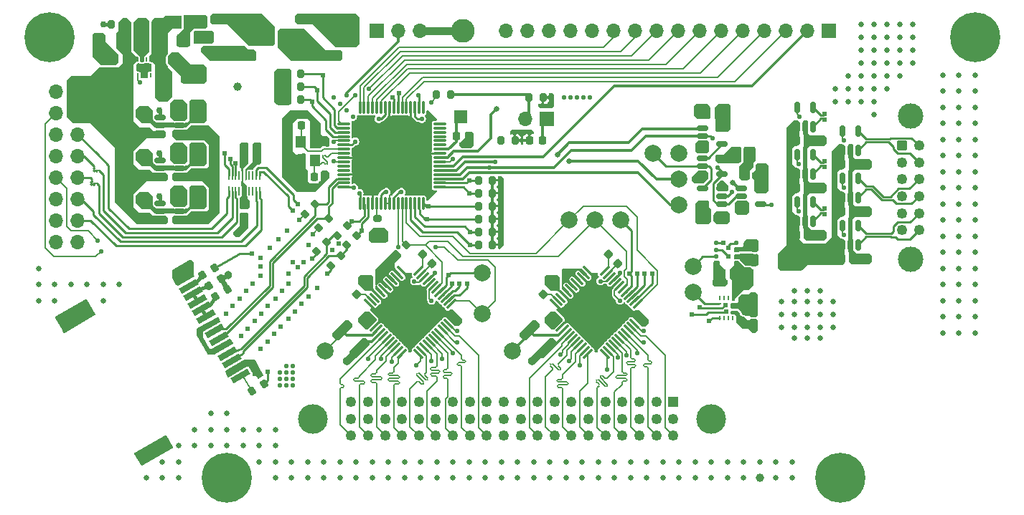
<source format=gtl>
%TF.GenerationSoftware,KiCad,Pcbnew,7.0.1-0*%
%TF.CreationDate,2023-07-11T13:22:56-05:00*%
%TF.ProjectId,plenum,706c656e-756d-42e6-9b69-6361645f7063,2*%
%TF.SameCoordinates,PXbe27330PY316a640*%
%TF.FileFunction,Copper,L1,Top*%
%TF.FilePolarity,Positive*%
%FSLAX46Y46*%
G04 Gerber Fmt 4.6, Leading zero omitted, Abs format (unit mm)*
G04 Created by KiCad (PCBNEW 7.0.1-0) date 2023-07-11 13:22:56*
%MOMM*%
%LPD*%
G01*
G04 APERTURE LIST*
G04 Aperture macros list*
%AMRoundRect*
0 Rectangle with rounded corners*
0 $1 Rounding radius*
0 $2 $3 $4 $5 $6 $7 $8 $9 X,Y pos of 4 corners*
0 Add a 4 corners polygon primitive as box body*
4,1,4,$2,$3,$4,$5,$6,$7,$8,$9,$2,$3,0*
0 Add four circle primitives for the rounded corners*
1,1,$1+$1,$2,$3*
1,1,$1+$1,$4,$5*
1,1,$1+$1,$6,$7*
1,1,$1+$1,$8,$9*
0 Add four rect primitives between the rounded corners*
20,1,$1+$1,$2,$3,$4,$5,0*
20,1,$1+$1,$4,$5,$6,$7,0*
20,1,$1+$1,$6,$7,$8,$9,0*
20,1,$1+$1,$8,$9,$2,$3,0*%
%AMRotRect*
0 Rectangle, with rotation*
0 The origin of the aperture is its center*
0 $1 length*
0 $2 width*
0 $3 Rotation angle, in degrees counterclockwise*
0 Add horizontal line*
21,1,$1,$2,0,0,$3*%
%AMFreePoly0*
4,1,19,0.500000,-0.750000,0.000000,-0.750000,0.000000,-0.744911,-0.071157,-0.744911,-0.207708,-0.704816,-0.327430,-0.627875,-0.420627,-0.520320,-0.479746,-0.390866,-0.500000,-0.250000,-0.500000,0.250000,-0.479746,0.390866,-0.420627,0.520320,-0.327430,0.627875,-0.207708,0.704816,-0.071157,0.744911,0.000000,0.744911,0.000000,0.750000,0.500000,0.750000,0.500000,-0.750000,0.500000,-0.750000,
$1*%
%AMFreePoly1*
4,1,19,0.000000,0.744911,0.071157,0.744911,0.207708,0.704816,0.327430,0.627875,0.420627,0.520320,0.479746,0.390866,0.500000,0.250000,0.500000,-0.250000,0.479746,-0.390866,0.420627,-0.520320,0.327430,-0.627875,0.207708,-0.704816,0.071157,-0.744911,0.000000,-0.744911,0.000000,-0.750000,-0.500000,-0.750000,-0.500000,0.750000,0.000000,0.750000,0.000000,0.744911,0.000000,0.744911,
$1*%
%AMFreePoly2*
4,1,21,-0.625000,0.375000,-0.605970,0.470671,-0.551777,0.551777,-0.470671,0.605970,-0.375000,0.625000,0.375000,0.625000,0.470671,0.605970,0.551777,0.551777,0.605970,0.470671,0.625000,0.375000,0.625000,-0.375000,0.605970,-0.470671,0.551777,-0.551777,0.470671,-0.605970,0.375000,-0.625000,-0.375000,-0.625000,-0.470671,-0.605970,-0.551777,-0.551777,-0.605970,-0.470671,-0.625000,-0.375000,
-0.625000,0.375000,-0.625000,0.375000,$1*%
G04 Aperture macros list end*
%TA.AperFunction,SMDPad,CuDef*%
%ADD10FreePoly0,0.000000*%
%TD*%
%TA.AperFunction,SMDPad,CuDef*%
%ADD11FreePoly1,0.000000*%
%TD*%
%TA.AperFunction,ComponentPad*%
%ADD12C,5.892800*%
%TD*%
%TA.AperFunction,SMDPad,CuDef*%
%ADD13RoundRect,0.200000X0.035705X0.338157X-0.310705X0.138157X-0.035705X-0.338157X0.310705X-0.138157X0*%
%TD*%
%TA.AperFunction,ComponentPad*%
%ADD14C,2.000000*%
%TD*%
%TA.AperFunction,SMDPad,CuDef*%
%ADD15RoundRect,0.200000X-0.200000X-0.275000X0.200000X-0.275000X0.200000X0.275000X-0.200000X0.275000X0*%
%TD*%
%TA.AperFunction,SMDPad,CuDef*%
%ADD16RoundRect,0.225000X-0.250000X0.225000X-0.250000X-0.225000X0.250000X-0.225000X0.250000X0.225000X0*%
%TD*%
%TA.AperFunction,SMDPad,CuDef*%
%ADD17RoundRect,0.150000X0.150000X-0.512500X0.150000X0.512500X-0.150000X0.512500X-0.150000X-0.512500X0*%
%TD*%
%TA.AperFunction,SMDPad,CuDef*%
%ADD18RoundRect,0.200000X0.200000X0.275000X-0.200000X0.275000X-0.200000X-0.275000X0.200000X-0.275000X0*%
%TD*%
%TA.AperFunction,SMDPad,CuDef*%
%ADD19RoundRect,0.200000X-0.035705X-0.338157X0.310705X-0.138157X0.035705X0.338157X-0.310705X0.138157X0*%
%TD*%
%TA.AperFunction,SMDPad,CuDef*%
%ADD20RoundRect,0.225000X0.225000X0.250000X-0.225000X0.250000X-0.225000X-0.250000X0.225000X-0.250000X0*%
%TD*%
%TA.AperFunction,SMDPad,CuDef*%
%ADD21RoundRect,0.225000X0.250000X-0.225000X0.250000X0.225000X-0.250000X0.225000X-0.250000X-0.225000X0*%
%TD*%
%TA.AperFunction,SMDPad,CuDef*%
%ADD22RoundRect,0.225000X0.335876X0.017678X0.017678X0.335876X-0.335876X-0.017678X-0.017678X-0.335876X0*%
%TD*%
%TA.AperFunction,SMDPad,CuDef*%
%ADD23RoundRect,0.150000X0.512500X0.150000X-0.512500X0.150000X-0.512500X-0.150000X0.512500X-0.150000X0*%
%TD*%
%TA.AperFunction,SMDPad,CuDef*%
%ADD24RoundRect,0.250000X-0.981111X-0.539169X-0.539169X-0.981111X0.981111X0.539169X0.539169X0.981111X0*%
%TD*%
%TA.AperFunction,SMDPad,CuDef*%
%ADD25RoundRect,0.200000X0.053033X-0.335876X0.335876X-0.053033X-0.053033X0.335876X-0.335876X0.053033X0*%
%TD*%
%TA.AperFunction,SMDPad,CuDef*%
%ADD26RoundRect,0.225000X-0.017678X0.335876X-0.335876X0.017678X0.017678X-0.335876X0.335876X-0.017678X0*%
%TD*%
%TA.AperFunction,SMDPad,CuDef*%
%ADD27RoundRect,0.200000X-0.053033X0.335876X-0.335876X0.053033X0.053033X-0.335876X0.335876X-0.053033X0*%
%TD*%
%TA.AperFunction,SMDPad,CuDef*%
%ADD28RoundRect,0.200000X-0.275000X0.200000X-0.275000X-0.200000X0.275000X-0.200000X0.275000X0.200000X0*%
%TD*%
%TA.AperFunction,SMDPad,CuDef*%
%ADD29R,0.250000X0.475000*%
%TD*%
%TA.AperFunction,SMDPad,CuDef*%
%ADD30R,0.475000X0.250000*%
%TD*%
%TA.AperFunction,SMDPad,CuDef*%
%ADD31RoundRect,0.150000X-0.512500X-0.150000X0.512500X-0.150000X0.512500X0.150000X-0.512500X0.150000X0*%
%TD*%
%TA.AperFunction,ComponentPad*%
%ADD32C,2.800000*%
%TD*%
%TA.AperFunction,ComponentPad*%
%ADD33R,1.700000X1.700000*%
%TD*%
%TA.AperFunction,ComponentPad*%
%ADD34O,1.700000X1.700000*%
%TD*%
%TA.AperFunction,SMDPad,CuDef*%
%ADD35R,1.500000X1.400000*%
%TD*%
%TA.AperFunction,SMDPad,CuDef*%
%ADD36R,1.500000X1.000000*%
%TD*%
%TA.AperFunction,SMDPad,CuDef*%
%ADD37RoundRect,0.125000X0.137500X-0.125000X0.137500X0.125000X-0.137500X0.125000X-0.137500X-0.125000X0*%
%TD*%
%TA.AperFunction,SMDPad,CuDef*%
%ADD38RoundRect,0.075000X-0.521491X0.415425X0.415425X-0.521491X0.521491X-0.415425X-0.415425X0.521491X0*%
%TD*%
%TA.AperFunction,SMDPad,CuDef*%
%ADD39RoundRect,0.075000X-0.521491X-0.415425X-0.415425X-0.521491X0.521491X0.415425X0.415425X0.521491X0*%
%TD*%
%TA.AperFunction,SMDPad,CuDef*%
%ADD40RotRect,0.710000X2.290000X120.000000*%
%TD*%
%TA.AperFunction,SMDPad,CuDef*%
%ADD41RotRect,1.015000X2.540000X120.000000*%
%TD*%
%TA.AperFunction,SMDPad,CuDef*%
%ADD42RoundRect,0.225000X-0.225000X-0.250000X0.225000X-0.250000X0.225000X0.250000X-0.225000X0.250000X0*%
%TD*%
%TA.AperFunction,SMDPad,CuDef*%
%ADD43R,0.200000X1.100000*%
%TD*%
%TA.AperFunction,SMDPad,CuDef*%
%ADD44R,0.200000X1.000000*%
%TD*%
%TA.AperFunction,SMDPad,CuDef*%
%ADD45RoundRect,0.075000X0.662500X0.075000X-0.662500X0.075000X-0.662500X-0.075000X0.662500X-0.075000X0*%
%TD*%
%TA.AperFunction,SMDPad,CuDef*%
%ADD46RoundRect,0.075000X0.075000X0.662500X-0.075000X0.662500X-0.075000X-0.662500X0.075000X-0.662500X0*%
%TD*%
%TA.AperFunction,SMDPad,CuDef*%
%ADD47RoundRect,0.250000X0.325000X0.650000X-0.325000X0.650000X-0.325000X-0.650000X0.325000X-0.650000X0*%
%TD*%
%TA.AperFunction,SMDPad,CuDef*%
%ADD48R,1.500000X1.500000*%
%TD*%
%TA.AperFunction,SMDPad,CuDef*%
%ADD49C,1.000000*%
%TD*%
%TA.AperFunction,SMDPad,CuDef*%
%ADD50R,1.200000X1.400000*%
%TD*%
%TA.AperFunction,SMDPad,CuDef*%
%ADD51R,1.350000X3.400000*%
%TD*%
%TA.AperFunction,ComponentPad*%
%ADD52C,3.000000*%
%TD*%
%TA.AperFunction,ComponentPad*%
%ADD53RoundRect,0.312500X0.312500X-0.312500X0.312500X0.312500X-0.312500X0.312500X-0.312500X-0.312500X0*%
%TD*%
%TA.AperFunction,ComponentPad*%
%ADD54C,1.250000*%
%TD*%
%TA.AperFunction,SMDPad,CuDef*%
%ADD55R,0.250000X0.500000*%
%TD*%
%TA.AperFunction,SMDPad,CuDef*%
%ADD56R,1.600000X0.900000*%
%TD*%
%TA.AperFunction,SMDPad,CuDef*%
%ADD57RoundRect,0.250000X-0.325000X-0.650000X0.325000X-0.650000X0.325000X0.650000X-0.325000X0.650000X0*%
%TD*%
%TA.AperFunction,ComponentPad*%
%ADD58C,3.500000*%
%TD*%
%TA.AperFunction,ComponentPad*%
%ADD59FreePoly2,90.000000*%
%TD*%
%TA.AperFunction,ViaPad*%
%ADD60C,0.609600*%
%TD*%
%TA.AperFunction,ViaPad*%
%ADD61C,0.558800*%
%TD*%
%TA.AperFunction,ViaPad*%
%ADD62C,0.660400*%
%TD*%
%TA.AperFunction,ViaPad*%
%ADD63C,0.965200*%
%TD*%
%TA.AperFunction,ViaPad*%
%ADD64C,0.762000*%
%TD*%
%TA.AperFunction,Conductor*%
%ADD65C,0.304800*%
%TD*%
%TA.AperFunction,Conductor*%
%ADD66C,0.254000*%
%TD*%
%TA.AperFunction,Conductor*%
%ADD67C,0.203200*%
%TD*%
%TA.AperFunction,Conductor*%
%ADD68C,0.406400*%
%TD*%
%TA.AperFunction,Conductor*%
%ADD69C,0.609600*%
%TD*%
%TA.AperFunction,Conductor*%
%ADD70C,0.914400*%
%TD*%
G04 APERTURE END LIST*
D10*
%TO.P,JP1,1,A*%
%TO.N,Net-(JP1-A)*%
X-94122000Y1778000D03*
D11*
%TO.P,JP1,2,B*%
%TO.N,+3V3*%
X-92822000Y1778000D03*
%TD*%
D12*
%TO.P,H4,1,1*%
%TO.N,GNDPWR*%
X-88265000Y-52070000D03*
%TD*%
%TO.P,H3,1,1*%
%TO.N,GNDPWR*%
X-15875000Y-52070000D03*
%TD*%
%TO.P,H2,1,1*%
%TO.N,GNDPWR*%
X-109220000Y0D03*
%TD*%
%TO.P,H1,1,1*%
%TO.N,GNDPWR*%
X0Y0D03*
%TD*%
D13*
%TO.P,R17,1*%
%TO.N,Net-(C49-Pad1)*%
X-88947529Y-28543500D03*
%TO.P,R17,2*%
%TO.N,Net-(J5-VC2_N)*%
X-90376471Y-29368500D03*
%TD*%
D14*
%TO.P,TP13,1,1*%
%TO.N,/microcontroller/TEMP2_READY*%
X-58166000Y-32639000D03*
%TD*%
D15*
%TO.P,R18,1*%
%TO.N,GND*%
X-81216000Y-7366000D03*
%TO.P,R18,2*%
%TO.N,/microcontroller/SPI.SDO*%
X-79566000Y-7366000D03*
%TD*%
D16*
%TO.P,C41,1*%
%TO.N,GND*%
X-92202000Y-9639000D03*
%TO.P,C41,2*%
%TO.N,+3V3*%
X-92202000Y-11189000D03*
%TD*%
D17*
%TO.P,U9,1*%
%TO.N,+3V3*%
X-15682000Y-18917500D03*
%TO.P,U9,2*%
%TO.N,GND*%
X-14732000Y-18917500D03*
%TO.P,U9,3*%
%TO.N,/sync/SYNC4-*%
X-13782000Y-18917500D03*
%TO.P,U9,4*%
%TO.N,/sync/SYNC4+*%
X-13782000Y-16642500D03*
%TO.P,U9,5*%
%TO.N,/microcontroller/INTRPT0*%
X-15682000Y-16642500D03*
%TD*%
D14*
%TO.P,TP16,1,1*%
%TO.N,Net-(U18-CH1)*%
X-76708000Y-37084000D03*
%TD*%
D15*
%TO.P,R7,1*%
%TO.N,Net-(R7-Pad1)*%
X-101917000Y1524000D03*
%TO.P,R7,2*%
%TO.N,+5V*%
X-100267000Y1524000D03*
%TD*%
D18*
%TO.P,R28,1*%
%TO.N,GND*%
X-92139000Y-12954001D03*
%TO.P,R28,2*%
%TO.N,/microcontroller/INTRPT2*%
X-93789000Y-12954001D03*
%TD*%
D19*
%TO.P,R10,1*%
%TO.N,Net-(J5-LED2+)*%
X-91138471Y-28098500D03*
%TO.P,R10,2*%
%TO.N,/eth_phy/ETH.LEDB*%
X-89709529Y-27273500D03*
%TD*%
D20*
%TO.P,C1,1*%
%TO.N,Net-(J1-Pin_1)*%
X-51041001Y-12192000D03*
%TO.P,C1,2*%
%TO.N,GND*%
X-52591001Y-12192000D03*
%TD*%
D14*
%TO.P,TP4,1,1*%
%TO.N,/microcontroller/TEMP_nRESET*%
X-44831000Y-21590000D03*
%TD*%
D21*
%TO.P,C38,1*%
%TO.N,+5V*%
X-97790000Y-11189000D03*
%TO.P,C38,2*%
%TO.N,GND*%
X-97790000Y-9639000D03*
%TD*%
%TO.P,C55,1*%
%TO.N,GND*%
X-86233000Y-21222000D03*
%TO.P,C55,2*%
%TO.N,+3V3*%
X-86233000Y-19672000D03*
%TD*%
D22*
%TO.P,C26,1*%
%TO.N,Net-(U18-Q2)*%
X-64094992Y-26710008D03*
%TO.P,C26,2*%
%TO.N,Net-(U18-Q1)*%
X-65191008Y-25613992D03*
%TD*%
D23*
%TO.P,U4,1*%
%TO.N,/sync/Q*%
X-29850500Y-19746000D03*
%TO.P,U4,2*%
%TO.N,/microcontroller/INTRPT1*%
X-29850500Y-18796000D03*
%TO.P,U4,3,GND*%
%TO.N,GND*%
X-29850500Y-17846000D03*
%TO.P,U4,4*%
%TO.N,/sync/nQ*%
X-32125500Y-17846000D03*
%TO.P,U4,5,VCC*%
%TO.N,+3V3*%
X-32125500Y-19746000D03*
%TD*%
D24*
%TO.P,RSENSE1,1*%
%TO.N,Net-(U19-CH1)*%
X-52596144Y-34652856D03*
%TO.P,RSENSE1,2*%
%TO.N,/rtd/TEMP1.RSENSE*%
X-50527856Y-36721144D03*
%TD*%
D25*
%TO.P,R12,2*%
%TO.N,/eth_phy/ETH.RX_P*%
X-76251637Y-21387637D03*
%TO.P,R12,1*%
%TO.N,Net-(C50-Pad1)*%
X-77418363Y-22554363D03*
%TD*%
D16*
%TO.P,C42,1*%
%TO.N,GND*%
X-92202000Y-14719000D03*
%TO.P,C42,2*%
%TO.N,+3V3*%
X-92202000Y-16269000D03*
%TD*%
D15*
%TO.P,R1,1*%
%TO.N,Net-(J1-Pin_2)*%
X-52641001Y-7111999D03*
%TO.P,R1,2*%
%TO.N,+3V3*%
X-50991001Y-7111999D03*
%TD*%
D18*
%TO.P,R29,1*%
%TO.N,GND*%
X-92138998Y-18034000D03*
%TO.P,R29,2*%
%TO.N,/microcontroller/INTRPT1*%
X-93788998Y-18034000D03*
%TD*%
D20*
%TO.P,C44,1*%
%TO.N,+3V3*%
X-28434999Y-28067001D03*
%TO.P,C44,2*%
%TO.N,GND*%
X-29984999Y-28067001D03*
%TD*%
D26*
%TO.P,C35,1*%
%TO.N,GND*%
X-49870992Y-29296992D03*
%TO.P,C35,2*%
%TO.N,/rtd/VREFBYP1*%
X-50967008Y-30393008D03*
%TD*%
D20*
%TO.P,C25,1*%
%TO.N,GND*%
X-94475000Y-2540000D03*
%TO.P,C25,2*%
%TO.N,Net-(JP1-A)*%
X-96025000Y-2540000D03*
%TD*%
D27*
%TO.P,L3,2,2*%
%TO.N,/eth_phy/ETHTXJ_N*%
X-75259363Y-23443363D03*
%TO.P,L3,1,1*%
%TO.N,/eth_phy/ETH.TX_N*%
X-74092637Y-22276637D03*
%TD*%
D28*
%TO.P,R4,1*%
%TO.N,Net-(U1-RBIAS)*%
X-70485000Y-21400000D03*
%TO.P,R4,2*%
%TO.N,GND*%
X-70485000Y-23050000D03*
%TD*%
D29*
%TO.P,U20,1,SDO*%
%TO.N,/microcontroller/SPI.SDO*%
X-30086999Y-33166499D03*
%TO.P,U20,2,ASDx*%
%TO.N,unconnected-(U20-ASDx-Pad2)*%
X-29586999Y-33166499D03*
%TO.P,U20,3,ASCx*%
%TO.N,unconnected-(U20-ASCx-Pad3)*%
X-29086999Y-33166499D03*
%TO.P,U20,4,INT1*%
%TO.N,unconnected-(U20-INT1-Pad4)*%
X-28586999Y-33166499D03*
D30*
%TO.P,U20,5,VDDIO*%
%TO.N,+3V3*%
X-28424499Y-32503999D03*
%TO.P,U20,6,GNDIO*%
%TO.N,GND*%
X-28424499Y-32003999D03*
%TO.P,U20,7,GND*%
X-28424499Y-31503999D03*
D29*
%TO.P,U20,8,VDD*%
%TO.N,+3V3*%
X-28586999Y-30841499D03*
%TO.P,U20,9,INT2*%
%TO.N,unconnected-(U20-INT2-Pad9)*%
X-29086999Y-30841499D03*
%TO.P,U20,10,OCSB*%
%TO.N,unconnected-(U20-OCSB-Pad10)*%
X-29586999Y-30841499D03*
%TO.P,U20,11,OSDO*%
%TO.N,unconnected-(U20-OSDO-Pad11)*%
X-30098999Y-30841499D03*
D30*
%TO.P,U20,12,CS*%
%TO.N,/microcontroller/SPI.nCS6*%
X-30249499Y-31503999D03*
%TO.P,U20,13,SCK/SCL*%
%TO.N,/microcontroller/SPI.SCK*%
X-30249499Y-32003999D03*
%TO.P,U20,14,SDI/SDA*%
%TO.N,/microcontroller/SPI.SDI*%
X-30249499Y-32503999D03*
%TD*%
D14*
%TO.P,TP2,1,1*%
%TO.N,Net-(U19-CH1)*%
X-54610000Y-37084000D03*
%TD*%
D21*
%TO.P,C40,1*%
%TO.N,+5V*%
X-97790000Y-21349000D03*
%TO.P,C40,2*%
%TO.N,GND*%
X-97790000Y-19799000D03*
%TD*%
D20*
%TO.P,C23,1*%
%TO.N,+3V3*%
X-30213000Y-9144000D03*
%TO.P,C23,2*%
%TO.N,GND*%
X-31763000Y-9144000D03*
%TD*%
D31*
%TO.P,U3,1*%
%TO.N,/sync/R*%
X-32125500Y-14290000D03*
%TO.P,U3,2*%
%TO.N,/sync/nQ*%
X-32125500Y-15240000D03*
%TO.P,U3,3,GND*%
%TO.N,GND*%
X-32125500Y-16190000D03*
%TO.P,U3,4*%
%TO.N,/sync/Q*%
X-29850500Y-16190000D03*
%TO.P,U3,5,VCC*%
%TO.N,+3V3*%
X-29850500Y-14290000D03*
%TD*%
D15*
%TO.P,R19,1*%
%TO.N,/microcontroller/SPI.nCS1*%
X-58610000Y-16891000D03*
%TO.P,R19,2*%
%TO.N,+3V3*%
X-56960000Y-16891000D03*
%TD*%
D32*
%TO.P,TP1,1,1*%
%TO.N,Net-(J9-Pin_3)*%
X-60452000Y762000D03*
%TD*%
D33*
%TO.P,J7,1,Pin_1*%
%TO.N,+3V3*%
X-17272000Y762000D03*
D34*
%TO.P,J7,2,Pin_2*%
%TO.N,/microcontroller/INTRPT3*%
X-19812000Y762000D03*
%TO.P,J7,3,Pin_3*%
%TO.N,/microcontroller/RA3*%
X-22352000Y762000D03*
%TO.P,J7,4,Pin_4*%
%TO.N,/microcontroller/RA2*%
X-24892000Y762000D03*
%TO.P,J7,5,Pin_5*%
%TO.N,/microcontroller/RA5*%
X-27432000Y762000D03*
%TO.P,J7,6,Pin_6*%
%TO.N,/microcontroller/RA4*%
X-29972000Y762000D03*
%TO.P,J7,7,Pin_7*%
%TO.N,/microcontroller/RC1*%
X-32512000Y762000D03*
%TO.P,J7,8,Pin_8*%
%TO.N,/microcontroller/RC0*%
X-35052000Y762000D03*
%TO.P,J7,9,Pin_9*%
%TO.N,/microcontroller/RC2*%
X-37592000Y762000D03*
%TO.P,J7,10,Pin_10*%
%TO.N,/microcontroller/UART.TX*%
X-40132000Y762000D03*
%TO.P,J7,11,Pin_11*%
%TO.N,/microcontroller/UART.RX*%
X-42672000Y762000D03*
%TO.P,J7,12,Pin_12*%
%TO.N,unconnected-(J7-Pin_12-Pad12)*%
X-45212000Y762000D03*
%TO.P,J7,13,Pin_13*%
%TO.N,unconnected-(J7-Pin_13-Pad13)*%
X-47752000Y762000D03*
%TO.P,J7,14,Pin_14*%
%TO.N,unconnected-(J7-Pin_14-Pad14)*%
X-50292000Y762000D03*
%TO.P,J7,15,Pin_15*%
%TO.N,+5V*%
X-52832000Y762000D03*
%TO.P,J7,16,Pin_16*%
%TO.N,GND*%
X-55372000Y762000D03*
%TD*%
D35*
%TO.P,SW1,1,sw1*%
%TO.N,GND*%
X-83554000Y0D03*
%TO.P,SW1,2,sw2*%
%TO.N,+5V*%
X-91354000Y0D03*
D36*
%TO.P,SW1,3,A*%
%TO.N,Net-(R7-Pad1)*%
X-85704000Y-2200000D03*
%TO.P,SW1,4,K*%
%TO.N,GND*%
X-85704000Y2200000D03*
%TO.P,SW1,5,A*%
%TO.N,Net-(R7-Pad1)*%
X-89204000Y-2200000D03*
%TO.P,SW1,6,K*%
%TO.N,GND*%
X-89204000Y2200000D03*
%TD*%
D37*
%TO.P,U15,1,GND*%
%TO.N,GND*%
X-30524500Y-26726999D03*
%TO.P,U15,2,CSB*%
%TO.N,/microcontroller/SPI.nCS5*%
X-30524500Y-25926999D03*
%TO.P,U15,3,SDI*%
%TO.N,/microcontroller/SPI.SDI*%
X-30524500Y-25126999D03*
%TO.P,U15,4,SCK*%
%TO.N,/microcontroller/SPI.SCK*%
X-30524500Y-24326999D03*
%TO.P,U15,5,SDO*%
%TO.N,/microcontroller/SPI.SDO*%
X-28149500Y-24326999D03*
%TO.P,U15,6,VDDIO*%
%TO.N,+3V3*%
X-28149500Y-25126999D03*
%TO.P,U15,7,GND*%
%TO.N,GND*%
X-28149500Y-25926999D03*
%TO.P,U15,8,VDD*%
%TO.N,+3V3*%
X-28149500Y-26726999D03*
%TD*%
D33*
%TO.P,J9,1,Pin_1*%
%TO.N,+3V3*%
X-70612000Y762000D03*
D34*
%TO.P,J9,2,Pin_2*%
%TO.N,/microcontroller/AVDD*%
X-68072000Y762000D03*
%TO.P,J9,3,Pin_3*%
%TO.N,Net-(J9-Pin_3)*%
X-65532000Y762000D03*
%TD*%
D38*
%TO.P,U19,1,GND*%
%TO.N,GND*%
X-45702788Y-27624124D03*
%TO.P,U19,2,VDD*%
%TO.N,+3V3*%
X-46056342Y-27977678D03*
%TO.P,U19,3,GND*%
%TO.N,GND*%
X-46409895Y-28331231D03*
%TO.P,U19,4,VDD*%
%TO.N,+3V3*%
X-46763449Y-28684785D03*
%TO.P,U19,5,GND*%
%TO.N,GND*%
X-47117002Y-29038338D03*
%TO.P,U19,6,VDD*%
%TO.N,+3V3*%
X-47470555Y-29391891D03*
%TO.P,U19,7,GND*%
%TO.N,GND*%
X-47824109Y-29745445D03*
%TO.P,U19,8,VDD*%
%TO.N,+3V3*%
X-48177662Y-30098998D03*
%TO.P,U19,9,GND*%
%TO.N,GND*%
X-48531215Y-30452551D03*
%TO.P,U19,10*%
%TO.N,N/C*%
X-48884769Y-30806105D03*
%TO.P,U19,11,Vrefbyp*%
%TO.N,/rtd/VREFBYP1*%
X-49238322Y-31159658D03*
%TO.P,U19,12,GND*%
%TO.N,GND*%
X-49591876Y-31513212D03*
D39*
%TO.P,U19,13,Vrefout*%
%TO.N,/rtd/VREF1*%
X-49591876Y-33510788D03*
%TO.P,U19,14,Vrefp*%
X-49238322Y-33864342D03*
%TO.P,U19,15,GND*%
%TO.N,GND*%
X-48884769Y-34217895D03*
%TO.P,U19,16,CH1*%
%TO.N,Net-(U19-CH1)*%
X-48531215Y-34571449D03*
%TO.P,U19,17,CH2*%
%TO.N,/rtd/TEMP1.RSENSE*%
X-48177662Y-34925002D03*
%TO.P,U19,18,CH3*%
%TO.N,/rtd/TEMP1.CH3*%
X-47824109Y-35278555D03*
%TO.P,U19,19,CH4*%
%TO.N,/rtd/TEMP1.CH4*%
X-47470555Y-35632109D03*
%TO.P,U19,20,CH5*%
%TO.N,/rtd/TEMP1.CH5*%
X-47117002Y-35985662D03*
%TO.P,U19,21,CH6*%
%TO.N,/rtd/TEMP1.CH6*%
X-46763449Y-36339215D03*
%TO.P,U19,22,CH7*%
%TO.N,/rtd/TEMP1.CH7*%
X-46409895Y-36692769D03*
%TO.P,U19,23,CH8*%
%TO.N,/rtd/TEMP1.CH8*%
X-46056342Y-37046322D03*
%TO.P,U19,24,CH9*%
%TO.N,/rtd/TEMP1.CH9*%
X-45702788Y-37399876D03*
D38*
%TO.P,U19,25,CH10*%
%TO.N,/rtd/TEMP1.CH10*%
X-43705212Y-37399876D03*
%TO.P,U19,26,CH11*%
%TO.N,/rtd/TEMP1.CH11*%
X-43351658Y-37046322D03*
%TO.P,U19,27,CH12*%
%TO.N,/rtd/TEMP1.CH12*%
X-42998105Y-36692769D03*
%TO.P,U19,28,CH13*%
%TO.N,/rtd/TEMP1.CH13*%
X-42644551Y-36339215D03*
%TO.P,U19,29,CH14*%
%TO.N,/rtd/TEMP1.CH14*%
X-42290998Y-35985662D03*
%TO.P,U19,30,CH15*%
%TO.N,/rtd/TEMP1.CH15*%
X-41937445Y-35632109D03*
%TO.P,U19,31,CH16*%
%TO.N,/rtd/TEMP1.CH16*%
X-41583891Y-35278555D03*
%TO.P,U19,32,CH17*%
%TO.N,/rtd/TEMP1.CH17*%
X-41230338Y-34925002D03*
%TO.P,U19,33,CH18*%
%TO.N,/rtd/TEMP1.CH18*%
X-40876785Y-34571449D03*
%TO.P,U19,34,CH19*%
%TO.N,/rtd/TEMP1.CH19*%
X-40523231Y-34217895D03*
%TO.P,U19,35,CH20*%
%TO.N,/rtd/TEMP1.CH20*%
X-40169678Y-33864342D03*
%TO.P,U19,36,COM*%
%TO.N,GND*%
X-39816124Y-33510788D03*
D39*
%TO.P,U19,37,INTERRUPT*%
%TO.N,/microcontroller/TEMP1_READY*%
X-39816124Y-31513212D03*
%TO.P,U19,38,SCK*%
%TO.N,/microcontroller/SPI.SCK*%
X-40169678Y-31159658D03*
%TO.P,U19,39,SDO*%
%TO.N,/microcontroller/SPI.SDI*%
X-40523231Y-30806105D03*
%TO.P,U19,40,SDI*%
%TO.N,/microcontroller/SPI.SDO*%
X-40876785Y-30452551D03*
%TO.P,U19,41,~{CS}*%
%TO.N,/microcontroller/SPI.nCS1*%
X-41230338Y-30098998D03*
%TO.P,U19,42,~{RESET}*%
%TO.N,/microcontroller/TEMP_nRESET*%
X-41583891Y-29745445D03*
%TO.P,U19,43,LDO*%
%TO.N,/rtd/LDO1*%
X-41937445Y-29391891D03*
%TO.P,U19,44,GND*%
%TO.N,GND*%
X-42290998Y-29038338D03*
%TO.P,U19,45,VDD*%
%TO.N,+3V3*%
X-42644551Y-28684785D03*
%TO.P,U19,46,Q3*%
%TO.N,Net-(U19-Q3)*%
X-42998105Y-28331231D03*
%TO.P,U19,47,Q2*%
%TO.N,Net-(U19-Q2)*%
X-43351658Y-27977678D03*
%TO.P,U19,48,Q1*%
%TO.N,Net-(U19-Q1)*%
X-43705212Y-27624124D03*
%TD*%
D40*
%TO.P,J5,1,LED1+*%
%TO.N,Net-(J5-LED1+)*%
X-86663520Y-40042348D03*
%TO.P,J5,2,LED1-*%
%TO.N,GND*%
X-87173520Y-39159003D03*
%TO.P,J5,3,TD_P*%
%TO.N,/eth_phy/ETHTXJ_P*%
X-87683520Y-38275657D03*
%TO.P,J5,4,TD_N*%
%TO.N,/eth_phy/ETHTXJ_N*%
X-88193520Y-37392311D03*
%TO.P,J5,5,TAP*%
%TO.N,+3V3*%
X-88703520Y-36508965D03*
%TO.P,J5,6,RD_P*%
%TO.N,/eth_phy/ETH.RX_P*%
X-89213520Y-35625619D03*
%TO.P,J5,7,RD_N*%
%TO.N,/eth_phy/ETH.RX_N*%
X-89723520Y-34742273D03*
%TO.P,J5,9,VC1_P*%
%TO.N,Net-(J5-VC1_N)*%
X-90743520Y-32975581D03*
%TO.P,J5,10,VC1_N*%
X-91253520Y-32092235D03*
%TO.P,J5,11,VC2_P*%
%TO.N,Net-(J5-VC2_N)*%
X-91763520Y-31208889D03*
%TO.P,J5,12,VC2_N*%
X-92273520Y-30325543D03*
%TO.P,J5,13,LED2+*%
%TO.N,Net-(J5-LED2+)*%
X-92783520Y-29442197D03*
%TO.P,J5,14,LED2-*%
%TO.N,GND*%
X-93293520Y-28558852D03*
D41*
%TO.P,J5,EP1,SH*%
%TO.N,GNDPWR*%
X-97199600Y-48573322D03*
%TO.P,J5,EP2,SH*%
X-105937100Y-33439528D03*
%TD*%
D42*
%TO.P,C22,1*%
%TO.N,+3V3*%
X-28207000Y-14224000D03*
%TO.P,C22,2*%
%TO.N,GND*%
X-26657000Y-14224000D03*
%TD*%
D15*
%TO.P,R23,1*%
%TO.N,/microcontroller/SPI.nCS6*%
X-58610000Y-24511000D03*
%TO.P,R23,2*%
%TO.N,+3V3*%
X-56960000Y-24511000D03*
%TD*%
D43*
%TO.P,U17,1,A1*%
%TO.N,/power/SCK*%
X-88033000Y-18122000D03*
D44*
%TO.P,U17,2,A2*%
%TO.N,/power/SDI*%
X-87633000Y-18172000D03*
%TO.P,U17,3,A3*%
%TO.N,/power/SDO*%
X-87233000Y-18172000D03*
%TO.P,U17,4,A4*%
%TO.N,unconnected-(U17-A4-Pad4)*%
X-86833000Y-18172000D03*
%TO.P,U17,5,VCCA*%
%TO.N,+3V3*%
X-86433000Y-18172000D03*
%TO.P,U17,6,OE*%
X-86033000Y-18172000D03*
%TO.P,U17,7,A5*%
%TO.N,unconnected-(U17-A5-Pad7)*%
X-85633000Y-18172000D03*
%TO.P,U17,8,A6*%
%TO.N,unconnected-(U17-A6-Pad8)*%
X-85233000Y-18172000D03*
%TO.P,U17,9,A7*%
%TO.N,/power/nCS3*%
X-84833000Y-18172000D03*
%TO.P,U17,10,A8*%
%TO.N,/power/nCS4*%
X-84433000Y-18172000D03*
%TO.P,U17,11,B8*%
%TO.N,/microcontroller/SPI.nCS4*%
X-84433000Y-16372000D03*
%TO.P,U17,12,B7*%
%TO.N,/microcontroller/SPI.nCS3*%
X-84833000Y-16372000D03*
%TO.P,U17,13,B6*%
%TO.N,unconnected-(U17-B6-Pad13)*%
X-85233000Y-16372000D03*
%TO.P,U17,14,B5*%
%TO.N,unconnected-(U17-B5-Pad14)*%
X-85633000Y-16372000D03*
%TO.P,U17,15,GND*%
%TO.N,GND*%
X-86033000Y-16372000D03*
%TO.P,U17,16,VCCB*%
%TO.N,+3V3*%
X-86433000Y-16372000D03*
%TO.P,U17,17,B4*%
%TO.N,unconnected-(U17-B4-Pad17)*%
X-86833000Y-16372000D03*
%TO.P,U17,18,B3*%
%TO.N,/microcontroller/SPI.SDO*%
X-87233000Y-16372000D03*
%TO.P,U17,19,B2*%
%TO.N,/microcontroller/SPI.SDI*%
X-87633000Y-16372000D03*
%TO.P,U17,20,B1*%
%TO.N,/microcontroller/SPI.SCK*%
X-88033000Y-16372000D03*
%TD*%
D17*
%TO.P,U6,1*%
%TO.N,+3V3*%
X-21016000Y-10535500D03*
%TO.P,U6,2*%
%TO.N,GND*%
X-20066000Y-10535500D03*
%TO.P,U6,3*%
%TO.N,/sync/SYNC1-*%
X-19116000Y-10535500D03*
%TO.P,U6,4*%
%TO.N,/sync/SYNC1+*%
X-19116000Y-8260500D03*
%TO.P,U6,5*%
%TO.N,/microcontroller/INTRPT0*%
X-21016000Y-8260500D03*
%TD*%
D21*
%TO.P,C45,1*%
%TO.N,GND*%
X-26796999Y-26301999D03*
%TO.P,C45,2*%
%TO.N,+3V3*%
X-26796999Y-24751999D03*
%TD*%
D27*
%TO.P,R13,2*%
%TO.N,Net-(C50-Pad1)*%
X-79069363Y-20903363D03*
%TO.P,R13,1*%
%TO.N,/eth_phy/ETH.RX_N*%
X-77902637Y-19736637D03*
%TD*%
D14*
%TO.P,TP5,1,1*%
%TO.N,/microcontroller/INTRPT0*%
X-34925000Y-19812000D03*
%TD*%
D20*
%TO.P,C2,1*%
%TO.N,GND*%
X-77965000Y-10414000D03*
%TO.P,C2,2*%
%TO.N,/microcontroller/OSC1*%
X-79515000Y-10414000D03*
%TD*%
D26*
%TO.P,C34,1*%
%TO.N,GND*%
X-71841992Y-29296992D03*
%TO.P,C34,2*%
%TO.N,/rtd/VREFBYP2*%
X-72938008Y-30393008D03*
%TD*%
D42*
%TO.P,C56,1*%
%TO.N,+3V3*%
X-86246000Y-14478000D03*
%TO.P,C56,2*%
%TO.N,GND*%
X-84696000Y-14478000D03*
%TD*%
D45*
%TO.P,U1,1,RE1/P2C*%
%TO.N,/microcontroller/SPI.nCS2*%
X-63171500Y-17720000D03*
%TO.P,U1,2,RE0/P2D*%
%TO.N,/microcontroller/SPI.nCS1*%
X-63171500Y-17220000D03*
%TO.P,U1,3,INT0/FLT0/RB0*%
%TO.N,/microcontroller/INTRPT0*%
X-63171500Y-16720000D03*
%TO.P,U1,4,INT1/RB1*%
%TO.N,/microcontroller/INTRPT1*%
X-63171500Y-16220000D03*
%TO.P,U1,5,INT2/RB2*%
%TO.N,/microcontroller/INTRPT2*%
X-63171500Y-15720000D03*
%TO.P,U1,6,INT3/RB3*%
%TO.N,/microcontroller/INTRPT3*%
X-63171500Y-15220000D03*
%TO.P,U1,7,~{MCLR}*%
%TO.N,/microcontroller/nMCLR*%
X-63171500Y-14720000D03*
%TO.P,U1,8,RG4/CCP5/P1D*%
%TO.N,/microcontroller/UNLAUNCH*%
X-63171500Y-14220000D03*
%TO.P,U1,9,VSS*%
%TO.N,GND*%
X-63171500Y-13720000D03*
%TO.P,U1,10,VDDCORE/VCAP*%
%TO.N,/microcontroller/VDDCORE*%
X-63171500Y-13220000D03*
%TO.P,U1,11,RF7/~{SS1}*%
%TO.N,unconnected-(U1-RF7{slash}~{SS1}-Pad11)*%
X-63171500Y-12720000D03*
%TO.P,U1,12,RF6/AN11*%
%TO.N,unconnected-(U1-RF6{slash}AN11-Pad12)*%
X-63171500Y-12220000D03*
%TO.P,U1,13,RF5/AN10/CVref*%
%TO.N,unconnected-(U1-RF5{slash}AN10{slash}CVref-Pad13)*%
X-63171500Y-11720000D03*
%TO.P,U1,14,RF4/AN9*%
%TO.N,unconnected-(U1-RF4{slash}AN9-Pad14)*%
X-63171500Y-11220000D03*
%TO.P,U1,15,RF3/AN8*%
%TO.N,unconnected-(U1-RF3{slash}AN8-Pad15)*%
X-63171500Y-10720000D03*
%TO.P,U1,16,RF2/AN7/C1OUT*%
%TO.N,unconnected-(U1-RF2{slash}AN7{slash}C1OUT-Pad16)*%
X-63171500Y-10220000D03*
D46*
%TO.P,U1,17,RF1/AN6/C2OUT*%
%TO.N,unconnected-(U1-RF1{slash}AN6{slash}C2OUT-Pad17)*%
X-65084000Y-8307500D03*
%TO.P,U1,18,ENVREG*%
%TO.N,+3V3*%
X-65584000Y-8307500D03*
%TO.P,U1,19,AVDD*%
%TO.N,/microcontroller/AVDD*%
X-66084000Y-8307500D03*
%TO.P,U1,20,AVSS*%
%TO.N,GND*%
X-66584000Y-8307500D03*
%TO.P,U1,21,Vref+/AN3/RA3*%
%TO.N,/microcontroller/RA3*%
X-67084000Y-8307500D03*
%TO.P,U1,22,Vref-/AN2/RA2*%
%TO.N,/microcontroller/RA2*%
X-67584000Y-8307500D03*
%TO.P,U1,23,LEDB/AN1/RA1*%
%TO.N,/eth_phy/ETH.LEDB*%
X-68084000Y-8307500D03*
%TO.P,U1,24,LEDA/AN0/RA0*%
%TO.N,/eth_phy/ETH.LEDA*%
X-68584000Y-8307500D03*
%TO.P,U1,25,VSS*%
%TO.N,GND*%
X-69084000Y-8307500D03*
%TO.P,U1,26,VDD*%
%TO.N,+3V3*%
X-69584000Y-8307500D03*
%TO.P,U1,27,AN4/RA5*%
%TO.N,/microcontroller/RA5*%
X-70084000Y-8307500D03*
%TO.P,U1,28,T0CKI/RA4*%
%TO.N,/microcontroller/RA4*%
X-70584000Y-8307500D03*
%TO.P,U1,29,T1OSI/ECCP2/P2A/RC1*%
%TO.N,/microcontroller/RC1*%
X-71084000Y-8307500D03*
%TO.P,U1,30,T13CKI/T1OSO/RC0*%
%TO.N,/microcontroller/RC0*%
X-71584000Y-8307500D03*
%TO.P,U1,31,TX1/CK1/RC6*%
%TO.N,/microcontroller/UART.TX*%
X-72084000Y-8307500D03*
%TO.P,U1,32,RX1/DT1/RC7*%
%TO.N,/microcontroller/UART.RX*%
X-72584000Y-8307500D03*
D45*
%TO.P,U1,33,ECCP1/P1A/RC2*%
%TO.N,/microcontroller/RC2*%
X-74496500Y-10220000D03*
%TO.P,U1,34,SCK1/SCL1/RC3*%
%TO.N,/microcontroller/SPI.SCK*%
X-74496500Y-10720000D03*
%TO.P,U1,35,SDI1/SDA1/RC4*%
%TO.N,/microcontroller/SPI.SDI*%
X-74496500Y-11220000D03*
%TO.P,U1,36,SDO1/RC5*%
%TO.N,/microcontroller/SPI.SDO*%
X-74496500Y-11720000D03*
%TO.P,U1,37,PGD/KBI3/RB7*%
%TO.N,/microcontroller/PGD*%
X-74496500Y-12220000D03*
%TO.P,U1,38,VDD*%
%TO.N,+3V3*%
X-74496500Y-12720000D03*
%TO.P,U1,39,OSC1/CLKI*%
%TO.N,/microcontroller/OSC1*%
X-74496500Y-13220000D03*
%TO.P,U1,40,OSC2/CLK2*%
%TO.N,/microcontroller/OSC2*%
X-74496500Y-13720000D03*
%TO.P,U1,41,VSS*%
%TO.N,GND*%
X-74496500Y-14220000D03*
%TO.P,U1,42,PGC/KBI2/RB6*%
%TO.N,/microcontroller/PGC*%
X-74496500Y-14720000D03*
%TO.P,U1,43,KBI1/RB5*%
%TO.N,unconnected-(U1-KBI1{slash}RB5-Pad43)*%
X-74496500Y-15220000D03*
%TO.P,U1,44,KBI0/RB4*%
%TO.N,unconnected-(U1-KBI0{slash}RB4-Pad44)*%
X-74496500Y-15720000D03*
%TO.P,U1,45,VSSRX*%
%TO.N,GND*%
X-74496500Y-16220000D03*
%TO.P,U1,46,TPIN-*%
%TO.N,/eth_phy/ETH.RX_N*%
X-74496500Y-16720000D03*
%TO.P,U1,47,TPIN+*%
%TO.N,/eth_phy/ETH.RX_P*%
X-74496500Y-17220000D03*
%TO.P,U1,48,VDDRX*%
%TO.N,+3V3*%
X-74496500Y-17720000D03*
D46*
%TO.P,U1,49,VDDTX*%
X-72584000Y-19632500D03*
%TO.P,U1,50,TPOUT-*%
%TO.N,/eth_phy/ETH.TX_N*%
X-72084000Y-19632500D03*
%TO.P,U1,51,TPOUT+*%
%TO.N,/eth_phy/ETH.TX_P*%
X-71584000Y-19632500D03*
%TO.P,U1,52,VSSTX*%
%TO.N,GND*%
X-71084000Y-19632500D03*
%TO.P,U1,53,RBIAS*%
%TO.N,Net-(U1-RBIAS)*%
X-70584000Y-19632500D03*
%TO.P,U1,54,VDDPLL*%
%TO.N,+3V3*%
X-70084000Y-19632500D03*
%TO.P,U1,55,VSSPLL*%
%TO.N,GND*%
X-69584000Y-19632500D03*
%TO.P,U1,56,VSS*%
X-69084000Y-19632500D03*
%TO.P,U1,57,VDD*%
%TO.N,+3V3*%
X-68584000Y-19632500D03*
%TO.P,U1,58,RD2/CCP4/P3D*%
%TO.N,/microcontroller/TEMP2_READY*%
X-68084000Y-19632500D03*
%TO.P,U1,59,RD1/ECCP3/P3A*%
%TO.N,/microcontroller/TEMP_nRESET*%
X-67584000Y-19632500D03*
%TO.P,U1,60,RD0/P1B*%
%TO.N,/microcontroller/TEMP1_READY*%
X-67084000Y-19632500D03*
%TO.P,U1,61,RE5/P1C*%
%TO.N,/microcontroller/SPI.nCS6*%
X-66584000Y-19632500D03*
%TO.P,U1,62,RE4/P3B*%
%TO.N,/microcontroller/SPI.nCS5*%
X-66084000Y-19632500D03*
%TO.P,U1,63,RE3/P3C*%
%TO.N,/microcontroller/SPI.nCS4*%
X-65584000Y-19632500D03*
%TO.P,U1,64,RE2/P2B*%
%TO.N,/microcontroller/SPI.nCS3*%
X-65084000Y-19632500D03*
%TD*%
D16*
%TO.P,C43,1*%
%TO.N,GND*%
X-92202000Y-19799000D03*
%TO.P,C43,2*%
%TO.N,+3V3*%
X-92202000Y-21349000D03*
%TD*%
D23*
%TO.P,U13,1,VCCA*%
%TO.N,+3V3*%
X-93858500Y-16444000D03*
%TO.P,U13,2,GND*%
%TO.N,GND*%
X-93858500Y-15494000D03*
%TO.P,U13,3,A*%
%TO.N,/microcontroller/INTRPT2*%
X-93858500Y-14544000D03*
%TO.P,U13,4,B*%
%TO.N,/power/SHUTTER_in*%
X-96133500Y-14544000D03*
%TO.P,U13,5,DIR*%
%TO.N,GND*%
X-96133500Y-15494000D03*
%TO.P,U13,6,VCCB*%
%TO.N,+5V*%
X-96133500Y-16444000D03*
%TD*%
D19*
%TO.P,R6,1*%
%TO.N,Net-(J5-LED1+)*%
X-85296471Y-41814500D03*
%TO.P,R6,2*%
%TO.N,/eth_phy/ETH.LEDA*%
X-83867529Y-40989500D03*
%TD*%
D42*
%TO.P,C12,1*%
%TO.N,+3V3*%
X-21095000Y-12192000D03*
%TO.P,C12,2*%
%TO.N,GND*%
X-19545000Y-12192000D03*
%TD*%
D21*
%TO.P,C39,1*%
%TO.N,+5V*%
X-97790000Y-16269000D03*
%TO.P,C39,2*%
%TO.N,GND*%
X-97790000Y-14719000D03*
%TD*%
D24*
%TO.P,RSENSE2,1*%
%TO.N,Net-(U18-CH1)*%
X-74694144Y-34652856D03*
%TO.P,RSENSE2,2*%
%TO.N,/rtd/TEMP2.RSENSE*%
X-72625856Y-36721144D03*
%TD*%
D15*
%TO.P,R22,1*%
%TO.N,/microcontroller/SPI.nCS4*%
X-58610000Y-21463001D03*
%TO.P,R22,2*%
%TO.N,+3V3*%
X-56960000Y-21463001D03*
%TD*%
D13*
%TO.P,R16,1*%
%TO.N,Net-(C49-Pad1)*%
X-88185529Y-29813500D03*
%TO.P,R16,2*%
%TO.N,Net-(J5-VC1_N)*%
X-89614471Y-30638500D03*
%TD*%
D47*
%TO.P,C19,1*%
%TO.N,GND*%
X-93013000Y-4572000D03*
%TO.P,C19,2*%
%TO.N,Net-(JP1-A)*%
X-95963000Y-4572000D03*
%TD*%
D14*
%TO.P,TP14,1,1*%
%TO.N,/microcontroller/TEMP1_READY*%
X-47879000Y-21590000D03*
%TD*%
D42*
%TO.P,C17,1*%
%TO.N,+3V3*%
X-21095000Y-23368000D03*
%TO.P,C17,2*%
%TO.N,GND*%
X-19545000Y-23368000D03*
%TD*%
D17*
%TO.P,U10,1*%
%TO.N,+3V3*%
X-21016000Y-21711500D03*
%TO.P,U10,2*%
%TO.N,GND*%
X-20066000Y-21711500D03*
%TO.P,U10,3*%
%TO.N,/sync/SYNC5-*%
X-19116000Y-21711500D03*
%TO.P,U10,4*%
%TO.N,/sync/SYNC5+*%
X-19116000Y-19436500D03*
%TO.P,U10,5*%
%TO.N,/microcontroller/INTRPT0*%
X-21016000Y-19436500D03*
%TD*%
D42*
%TO.P,C13,1*%
%TO.N,+3V3*%
X-15761000Y-14986000D03*
%TO.P,C13,2*%
%TO.N,GND*%
X-14211000Y-14986000D03*
%TD*%
D14*
%TO.P,TP6,1,1*%
%TO.N,/power/PPS*%
X-34925000Y-16764000D03*
%TD*%
D20*
%TO.P,C20,1*%
%TO.N,+3V3*%
X-25654000Y-16256000D03*
%TO.P,C20,2*%
%TO.N,GND*%
X-27204000Y-16256000D03*
%TD*%
D18*
%TO.P,R2,1*%
%TO.N,Net-(J1-Pin_2)*%
X-61913000Y-6731000D03*
%TO.P,R2,2*%
%TO.N,/microcontroller/nMCLR*%
X-63563000Y-6731000D03*
%TD*%
D38*
%TO.P,U18,1,GND*%
%TO.N,GND*%
X-67673788Y-27624124D03*
%TO.P,U18,2,VDD*%
%TO.N,+3V3*%
X-68027342Y-27977678D03*
%TO.P,U18,3,GND*%
%TO.N,GND*%
X-68380895Y-28331231D03*
%TO.P,U18,4,VDD*%
%TO.N,+3V3*%
X-68734449Y-28684785D03*
%TO.P,U18,5,GND*%
%TO.N,GND*%
X-69088002Y-29038338D03*
%TO.P,U18,6,VDD*%
%TO.N,+3V3*%
X-69441555Y-29391891D03*
%TO.P,U18,7,GND*%
%TO.N,GND*%
X-69795109Y-29745445D03*
%TO.P,U18,8,VDD*%
%TO.N,+3V3*%
X-70148662Y-30098998D03*
%TO.P,U18,9,GND*%
%TO.N,GND*%
X-70502215Y-30452551D03*
%TO.P,U18,10*%
%TO.N,N/C*%
X-70855769Y-30806105D03*
%TO.P,U18,11,Vrefbyp*%
%TO.N,/rtd/VREFBYP2*%
X-71209322Y-31159658D03*
%TO.P,U18,12,GND*%
%TO.N,GND*%
X-71562876Y-31513212D03*
D39*
%TO.P,U18,13,Vrefout*%
%TO.N,/rtd/VREF2*%
X-71562876Y-33510788D03*
%TO.P,U18,14,Vrefp*%
X-71209322Y-33864342D03*
%TO.P,U18,15,GND*%
%TO.N,GND*%
X-70855769Y-34217895D03*
%TO.P,U18,16,CH1*%
%TO.N,Net-(U18-CH1)*%
X-70502215Y-34571449D03*
%TO.P,U18,17,CH2*%
%TO.N,/rtd/TEMP2.RSENSE*%
X-70148662Y-34925002D03*
%TO.P,U18,18,CH3*%
%TO.N,/rtd/TEMP2.CH3*%
X-69795109Y-35278555D03*
%TO.P,U18,19,CH4*%
%TO.N,/rtd/TEMP2.CH4*%
X-69441555Y-35632109D03*
%TO.P,U18,20,CH5*%
%TO.N,/rtd/TEMP2.CH5*%
X-69088002Y-35985662D03*
%TO.P,U18,21,CH6*%
%TO.N,/rtd/TEMP2.CH6*%
X-68734449Y-36339215D03*
%TO.P,U18,22,CH7*%
%TO.N,/rtd/TEMP2.CH7*%
X-68380895Y-36692769D03*
%TO.P,U18,23,CH8*%
%TO.N,/rtd/TEMP2.CH8*%
X-68027342Y-37046322D03*
%TO.P,U18,24,CH9*%
%TO.N,/rtd/TEMP2.CH9*%
X-67673788Y-37399876D03*
D38*
%TO.P,U18,25,CH10*%
%TO.N,/rtd/TEMP2.CH10*%
X-65676212Y-37399876D03*
%TO.P,U18,26,CH11*%
%TO.N,/rtd/TEMP2.CH11*%
X-65322658Y-37046322D03*
%TO.P,U18,27,CH12*%
%TO.N,/rtd/TEMP2.CH12*%
X-64969105Y-36692769D03*
%TO.P,U18,28,CH13*%
%TO.N,/rtd/TEMP2.CH13*%
X-64615551Y-36339215D03*
%TO.P,U18,29,CH14*%
%TO.N,/rtd/TEMP2.CH14*%
X-64261998Y-35985662D03*
%TO.P,U18,30,CH15*%
%TO.N,/rtd/TEMP2.CH15*%
X-63908445Y-35632109D03*
%TO.P,U18,31,CH16*%
%TO.N,/rtd/TEMP2.CH16*%
X-63554891Y-35278555D03*
%TO.P,U18,32,CH17*%
%TO.N,/rtd/TEMP2.CH17*%
X-63201338Y-34925002D03*
%TO.P,U18,33,CH18*%
%TO.N,/rtd/TEMP2.CH18*%
X-62847785Y-34571449D03*
%TO.P,U18,34,CH19*%
%TO.N,/rtd/TEMP2.CH19*%
X-62494231Y-34217895D03*
%TO.P,U18,35,CH20*%
%TO.N,/rtd/TEMP2.CH20*%
X-62140678Y-33864342D03*
%TO.P,U18,36,COM*%
%TO.N,GND*%
X-61787124Y-33510788D03*
D39*
%TO.P,U18,37,INTERRUPT*%
%TO.N,/microcontroller/TEMP2_READY*%
X-61787124Y-31513212D03*
%TO.P,U18,38,SCK*%
%TO.N,/microcontroller/SPI.SCK*%
X-62140678Y-31159658D03*
%TO.P,U18,39,SDO*%
%TO.N,/microcontroller/SPI.SDI*%
X-62494231Y-30806105D03*
%TO.P,U18,40,SDI*%
%TO.N,/microcontroller/SPI.SDO*%
X-62847785Y-30452551D03*
%TO.P,U18,41,~{CS}*%
%TO.N,/microcontroller/SPI.nCS2*%
X-63201338Y-30098998D03*
%TO.P,U18,42,~{RESET}*%
%TO.N,/microcontroller/TEMP_nRESET*%
X-63554891Y-29745445D03*
%TO.P,U18,43,LDO*%
%TO.N,/rtd/LDO2*%
X-63908445Y-29391891D03*
%TO.P,U18,44,GND*%
%TO.N,GND*%
X-64261998Y-29038338D03*
%TO.P,U18,45,VDD*%
%TO.N,+3V3*%
X-64615551Y-28684785D03*
%TO.P,U18,46,Q3*%
%TO.N,Net-(U18-Q3)*%
X-64969105Y-28331231D03*
%TO.P,U18,47,Q2*%
%TO.N,Net-(U18-Q2)*%
X-65322658Y-27977678D03*
%TO.P,U18,48,Q1*%
%TO.N,Net-(U18-Q1)*%
X-65676212Y-27624124D03*
%TD*%
D27*
%TO.P,R5,1*%
%TO.N,/microcontroller/TEMP_nRESET*%
X-67107637Y-24562637D03*
%TO.P,R5,2*%
%TO.N,+3V3*%
X-68274363Y-25729363D03*
%TD*%
D42*
%TO.P,C18,1*%
%TO.N,+3V3*%
X-15761000Y-26162000D03*
%TO.P,C18,2*%
%TO.N,GND*%
X-14211000Y-26162000D03*
%TD*%
D48*
%TO.P,TP3,1,1*%
%TO.N,/microcontroller/VDDCORE*%
X-60706000Y-9398000D03*
%TD*%
D23*
%TO.P,U12,1,VCCA*%
%TO.N,+3V3*%
X-93858500Y-11364000D03*
%TO.P,U12,2,GND*%
%TO.N,GND*%
X-93858500Y-10414000D03*
%TO.P,U12,3,A*%
%TO.N,/power/PPS*%
X-93858500Y-9464000D03*
%TO.P,U12,4,B*%
%TO.N,/power/PPS_in*%
X-96133500Y-9464000D03*
%TO.P,U12,5,DIR*%
%TO.N,GND*%
X-96133500Y-10414000D03*
%TO.P,U12,6,VCCB*%
%TO.N,+5V*%
X-96133500Y-11364000D03*
%TD*%
D14*
%TO.P,TP12,1,1*%
%TO.N,/microcontroller/SPI.nCS2*%
X-58166000Y-27813000D03*
%TD*%
D15*
%TO.P,R21,1*%
%TO.N,/microcontroller/SPI.nCS3*%
X-58610000Y-19939000D03*
%TO.P,R21,2*%
%TO.N,+3V3*%
X-56960000Y-19939000D03*
%TD*%
D21*
%TO.P,C46,1*%
%TO.N,GND*%
X-27051000Y-30874001D03*
%TO.P,C46,2*%
%TO.N,+3V3*%
X-27051000Y-29324001D03*
%TD*%
D49*
%TO.P,FID1,*%
%TO.N,*%
X-86995000Y-5842000D03*
%TD*%
D18*
%TO.P,R27,1*%
%TO.N,GND*%
X-92138998Y-7874000D03*
%TO.P,R27,2*%
%TO.N,/power/PPS*%
X-93788998Y-7874000D03*
%TD*%
D42*
%TO.P,C14,1*%
%TO.N,+3V3*%
X-21095000Y-17780000D03*
%TO.P,C14,2*%
%TO.N,GND*%
X-19545000Y-17780000D03*
%TD*%
D15*
%TO.P,R24,1*%
%TO.N,/microcontroller/SPI.nCS5*%
X-58610000Y-22987000D03*
%TO.P,R24,2*%
%TO.N,+3V3*%
X-56960000Y-22987000D03*
%TD*%
D50*
%TO.P,Y1,1,1*%
%TO.N,/microcontroller/OSC1*%
X-79590000Y-12362000D03*
%TO.P,Y1,2,2*%
%TO.N,GND*%
X-79590000Y-14562000D03*
%TO.P,Y1,3,3*%
%TO.N,/microcontroller/OSC2*%
X-77890000Y-14562000D03*
%TO.P,Y1,4,4*%
%TO.N,GND*%
X-77890000Y-12362000D03*
%TD*%
D18*
%TO.P,R3,1*%
%TO.N,GND*%
X-54293000Y-12192000D03*
%TO.P,R3,2*%
%TO.N,/microcontroller/UNLAUNCH*%
X-55943000Y-12192000D03*
%TD*%
D14*
%TO.P,TP11,1,1*%
%TO.N,/microcontroller/SPI.nCS1*%
X-41783000Y-21590000D03*
%TD*%
D42*
%TO.P,C24,1*%
%TO.N,GND*%
X-101613000Y-2540000D03*
%TO.P,C24,2*%
%TO.N,+5V*%
X-100063000Y-2540000D03*
%TD*%
D21*
%TO.P,C47,1*%
%TO.N,+3V3*%
X-27050999Y-33922001D03*
%TO.P,C47,2*%
%TO.N,GND*%
X-27050999Y-32372001D03*
%TD*%
D49*
%TO.P,FID2,*%
%TO.N,*%
X-25400000Y-52070000D03*
%TD*%
D31*
%TO.P,U5,1*%
%TO.N,/power/PPS*%
X-27553500Y-17846000D03*
%TO.P,U5,2*%
%TO.N,/sync/Q*%
X-27553500Y-18796000D03*
%TO.P,U5,3,GND*%
%TO.N,GND*%
X-27553500Y-19746000D03*
%TO.P,U5,4*%
%TO.N,/microcontroller/INTRPT0*%
X-25278500Y-19746000D03*
%TO.P,U5,5,VCC*%
%TO.N,+3V3*%
X-25278500Y-17846000D03*
%TD*%
D51*
%TO.P,L2,1,1*%
%TO.N,Net-(U16-SW)*%
X-98357000Y254000D03*
%TO.P,L2,2,2*%
%TO.N,Net-(JP1-A)*%
X-96207000Y254000D03*
%TD*%
D17*
%TO.P,U11,1*%
%TO.N,+3V3*%
X-15682000Y-24505500D03*
%TO.P,U11,2*%
%TO.N,GND*%
X-14732000Y-24505500D03*
%TO.P,U11,3*%
%TO.N,/sync/SYNC6-*%
X-13782000Y-24505500D03*
%TO.P,U11,4*%
%TO.N,/sync/SYNC6+*%
X-13782000Y-22230500D03*
%TO.P,U11,5*%
%TO.N,/microcontroller/INTRPT0*%
X-15682000Y-22230500D03*
%TD*%
%TO.P,U8,1*%
%TO.N,+3V3*%
X-21016000Y-16123500D03*
%TO.P,U8,2*%
%TO.N,GND*%
X-20066000Y-16123500D03*
%TO.P,U8,3*%
%TO.N,/sync/SYNC3-*%
X-19116000Y-16123500D03*
%TO.P,U8,4*%
%TO.N,/sync/SYNC3+*%
X-19116000Y-13848500D03*
%TO.P,U8,5*%
%TO.N,/microcontroller/INTRPT0*%
X-21016000Y-13848500D03*
%TD*%
D52*
%TO.P,J4,MP,MountPin*%
%TO.N,GNDPWR*%
X-7620000Y-26280000D03*
X-7620000Y-9280000D03*
D53*
%TO.P,J4,a1,Pin_a1*%
%TO.N,/sync/SYNC1+*%
X-8620000Y-12780000D03*
D54*
%TO.P,J4,a2,Pin_a2*%
%TO.N,/sync/SYNC1-*%
X-8620000Y-14780000D03*
%TO.P,J4,a3,Pin_a3*%
%TO.N,/sync/SYNC3+*%
X-8620000Y-16780000D03*
%TO.P,J4,a4,Pin_a4*%
%TO.N,/sync/SYNC3-*%
X-8620000Y-18780000D03*
%TO.P,J4,a5,Pin_a5*%
%TO.N,/sync/SYNC5+*%
X-8620000Y-20780000D03*
%TO.P,J4,a6,Pin_a6*%
%TO.N,/sync/SYNC5-*%
X-8620000Y-22780000D03*
%TO.P,J4,b1,Pin_b1*%
%TO.N,/sync/SYNC2+*%
X-6620000Y-12780000D03*
%TO.P,J4,b2,Pin_b2*%
%TO.N,/sync/SYNC2-*%
X-6620000Y-14780000D03*
%TO.P,J4,b3,Pin_b3*%
%TO.N,/sync/SYNC4+*%
X-6620000Y-16780000D03*
%TO.P,J4,b4,Pin_b4*%
%TO.N,/sync/SYNC4-*%
X-6620000Y-18780000D03*
%TO.P,J4,b5,Pin_b5*%
%TO.N,/sync/SYNC6+*%
X-6620000Y-20780000D03*
%TO.P,J4,b6,Pin_b6*%
%TO.N,/sync/SYNC6-*%
X-6620000Y-22780000D03*
%TD*%
D15*
%TO.P,R15,1*%
%TO.N,GND*%
X-81216000Y-4318000D03*
%TO.P,R15,2*%
%TO.N,/microcontroller/SPI.SCK*%
X-79566000Y-4318000D03*
%TD*%
D55*
%TO.P,U16,1,EN*%
%TO.N,+5V*%
X-98798000Y-4506000D03*
%TO.P,U16,2,GND*%
%TO.N,GND*%
X-98298000Y-4506000D03*
%TO.P,U16,3,MODE*%
X-97798000Y-4506000D03*
%TO.P,U16,4,FB*%
%TO.N,unconnected-(U16-FB-Pad4)*%
X-97298000Y-4506000D03*
%TO.P,U16,5,VOS*%
%TO.N,Net-(JP1-A)*%
X-97298000Y-2606000D03*
%TO.P,U16,6,PG*%
%TO.N,/power/3V3_PG*%
X-97798000Y-2606000D03*
%TO.P,U16,7,SW*%
%TO.N,Net-(U16-SW)*%
X-98298000Y-2606000D03*
%TO.P,U16,8,VIN*%
%TO.N,+5V*%
X-98798000Y-2606000D03*
D56*
%TO.P,U16,9,GND*%
%TO.N,GND*%
X-98048000Y-3556000D03*
%TD*%
D33*
%TO.P,J1,1,Pin_1*%
%TO.N,Net-(J1-Pin_1)*%
X-50541000Y-9652000D03*
D34*
%TO.P,J1,2,Pin_2*%
%TO.N,Net-(J1-Pin_2)*%
X-53081000Y-9652000D03*
%TD*%
D42*
%TO.P,C21,1*%
%TO.N,+3V3*%
X-31763000Y-21336000D03*
%TO.P,C21,2*%
%TO.N,GND*%
X-30213000Y-21336000D03*
%TD*%
%TO.P,C3,1*%
%TO.N,GND*%
X-79515000Y-16510000D03*
%TO.P,C3,2*%
%TO.N,/microcontroller/OSC2*%
X-77965000Y-16510000D03*
%TD*%
D15*
%TO.P,R20,1*%
%TO.N,/microcontroller/SPI.nCS2*%
X-58610000Y-18415000D03*
%TO.P,R20,2*%
%TO.N,+3V3*%
X-56960000Y-18415000D03*
%TD*%
D14*
%TO.P,TP9,1,1*%
%TO.N,/microcontroller/SPI.nCS5*%
X-33274000Y-27051000D03*
%TD*%
D23*
%TO.P,U14,1,VCCA*%
%TO.N,+3V3*%
X-93858500Y-21524000D03*
%TO.P,U14,2,GND*%
%TO.N,GND*%
X-93858500Y-20574000D03*
%TO.P,U14,3,A*%
%TO.N,/microcontroller/INTRPT1*%
X-93858500Y-19624000D03*
%TO.P,U14,4,B*%
%TO.N,/power/PRELAUNCH_in*%
X-96133500Y-19624000D03*
%TO.P,U14,5,DIR*%
%TO.N,GND*%
X-96133500Y-20574000D03*
%TO.P,U14,6,VCCB*%
%TO.N,+5V*%
X-96133500Y-21524000D03*
%TD*%
D15*
%TO.P,R14,1*%
%TO.N,GND*%
X-81216000Y-5842000D03*
%TO.P,R14,2*%
%TO.N,/microcontroller/SPI.SDI*%
X-79566000Y-5842000D03*
%TD*%
D14*
%TO.P,TP8,1,1*%
%TO.N,/sync/nQ*%
X-37973000Y-13716000D03*
%TD*%
D17*
%TO.P,U7,1*%
%TO.N,+3V3*%
X-15682000Y-13329500D03*
%TO.P,U7,2*%
%TO.N,GND*%
X-14732000Y-13329500D03*
%TO.P,U7,3*%
%TO.N,/sync/SYNC2-*%
X-13782000Y-13329500D03*
%TO.P,U7,4*%
%TO.N,/sync/SYNC2+*%
X-13782000Y-11054500D03*
%TO.P,U7,5*%
%TO.N,/microcontroller/INTRPT0*%
X-15682000Y-11054500D03*
%TD*%
D31*
%TO.P,U2,1*%
%TO.N,/microcontroller/UNLAUNCH*%
X-32125500Y-10734000D03*
%TO.P,U2,2*%
%TO.N,/microcontroller/INTRPT1*%
X-32125500Y-11684000D03*
%TO.P,U2,3,GND*%
%TO.N,GND*%
X-32125500Y-12634000D03*
%TO.P,U2,4*%
%TO.N,/sync/R*%
X-29850500Y-12634000D03*
%TO.P,U2,5,VCC*%
%TO.N,+3V3*%
X-29850500Y-10734000D03*
%TD*%
D22*
%TO.P,C27,1*%
%TO.N,Net-(U19-Q2)*%
X-42123992Y-26710008D03*
%TO.P,C27,2*%
%TO.N,Net-(U19-Q1)*%
X-43220008Y-25613992D03*
%TD*%
D57*
%TO.P,C15,1*%
%TO.N,GND*%
X-103329000Y-508000D03*
%TO.P,C15,2*%
%TO.N,+5V*%
X-100379000Y-508000D03*
%TD*%
D14*
%TO.P,TP10,1,1*%
%TO.N,/microcontroller/SPI.nCS6*%
X-33274000Y-30099000D03*
%TD*%
D27*
%TO.P,L1,1,1*%
%TO.N,/eth_phy/ETH.TX_P*%
X-72949637Y-23419637D03*
%TO.P,L1,2,2*%
%TO.N,/eth_phy/ETHTXJ_P*%
X-74116363Y-24586363D03*
%TD*%
D42*
%TO.P,C16,1*%
%TO.N,+3V3*%
X-15761000Y-20574000D03*
%TO.P,C16,2*%
%TO.N,GND*%
X-14211000Y-20574000D03*
%TD*%
D58*
%TO.P,J3,MP,MountPin*%
%TO.N,GNDPWR*%
X-78110000Y-45085000D03*
X-31110000Y-45085000D03*
D59*
%TO.P,J3,a1*%
%TO.N,/rtd/TEMP1.RSENSE*%
X-35610000Y-43085000D03*
D54*
%TO.P,J3,a2*%
X-37610000Y-43085000D03*
%TO.P,J3,a3*%
X-39610000Y-43085000D03*
%TO.P,J3,a4*%
X-41610000Y-43085000D03*
%TO.P,J3,a5*%
X-43610000Y-43085000D03*
%TO.P,J3,a6*%
X-45610000Y-43085000D03*
%TO.P,J3,a7*%
X-47610000Y-43085000D03*
%TO.P,J3,a8*%
X-49610000Y-43085000D03*
%TO.P,J3,a9*%
X-51610000Y-43085000D03*
%TO.P,J3,a10*%
%TO.N,GND*%
X-53610000Y-43085000D03*
%TO.P,J3,a11*%
X-55610000Y-43085000D03*
%TO.P,J3,a12*%
%TO.N,/rtd/TEMP2.RSENSE*%
X-57610000Y-43085000D03*
%TO.P,J3,a13*%
X-59610000Y-43085000D03*
%TO.P,J3,a14*%
X-61610000Y-43085000D03*
%TO.P,J3,a15*%
X-63610000Y-43085000D03*
%TO.P,J3,a16*%
X-65610000Y-43085000D03*
%TO.P,J3,a17*%
X-67610000Y-43085000D03*
%TO.P,J3,a18*%
X-69610000Y-43085000D03*
%TO.P,J3,a19*%
X-71610000Y-43085000D03*
%TO.P,J3,a20*%
X-73610000Y-43085000D03*
%TO.P,J3,b1*%
%TO.N,/rtd/TEMP1.CH20*%
X-35610000Y-45085000D03*
%TO.P,J3,b2*%
%TO.N,/rtd/TEMP1.CH18*%
X-37610000Y-45085000D03*
%TO.P,J3,b3*%
%TO.N,/rtd/TEMP1.CH16*%
X-39610000Y-45085000D03*
%TO.P,J3,b4*%
%TO.N,/rtd/TEMP1.CH14*%
X-41610000Y-45085000D03*
%TO.P,J3,b5*%
%TO.N,/rtd/TEMP1.CH12*%
X-43610000Y-45085000D03*
%TO.P,J3,b6*%
%TO.N,/rtd/TEMP1.CH10*%
X-45610000Y-45085000D03*
%TO.P,J3,b7*%
%TO.N,/rtd/TEMP1.CH8*%
X-47610000Y-45085000D03*
%TO.P,J3,b8*%
%TO.N,/rtd/TEMP1.CH6*%
X-49610000Y-45085000D03*
%TO.P,J3,b9*%
%TO.N,/rtd/TEMP1.CH4*%
X-51610000Y-45085000D03*
%TO.P,J3,b10*%
%TO.N,GND*%
X-53610000Y-45085000D03*
%TO.P,J3,b11*%
X-55610000Y-45085000D03*
%TO.P,J3,b12*%
%TO.N,/rtd/TEMP2.CH20*%
X-57610000Y-45085000D03*
%TO.P,J3,b13*%
%TO.N,/rtd/TEMP2.CH18*%
X-59610000Y-45085000D03*
%TO.P,J3,b14*%
%TO.N,/rtd/TEMP2.CH16*%
X-61610000Y-45085000D03*
%TO.P,J3,b15*%
%TO.N,/rtd/TEMP2.CH14*%
X-63610000Y-45085000D03*
%TO.P,J3,b16*%
%TO.N,/rtd/TEMP2.CH12*%
X-65610000Y-45085000D03*
%TO.P,J3,b17*%
%TO.N,/rtd/TEMP2.CH10*%
X-67610000Y-45085000D03*
%TO.P,J3,b18*%
%TO.N,/rtd/TEMP2.CH8*%
X-69610000Y-45085000D03*
%TO.P,J3,b19*%
%TO.N,/rtd/TEMP2.CH6*%
X-71610000Y-45085000D03*
%TO.P,J3,b20*%
%TO.N,/rtd/TEMP2.CH4*%
X-73610000Y-45085000D03*
%TO.P,J3,c1*%
%TO.N,/rtd/TEMP1.CH19*%
X-35610000Y-47085000D03*
%TO.P,J3,c2*%
%TO.N,/rtd/TEMP1.CH17*%
X-37610000Y-47085000D03*
%TO.P,J3,c3*%
%TO.N,/rtd/TEMP1.CH15*%
X-39610000Y-47085000D03*
%TO.P,J3,c4*%
%TO.N,/rtd/TEMP1.CH13*%
X-41610000Y-47085000D03*
%TO.P,J3,c5*%
%TO.N,/rtd/TEMP1.CH11*%
X-43610000Y-47085000D03*
%TO.P,J3,c6*%
%TO.N,/rtd/TEMP1.CH9*%
X-45610000Y-47085000D03*
%TO.P,J3,c7*%
%TO.N,/rtd/TEMP1.CH7*%
X-47610000Y-47085000D03*
%TO.P,J3,c8*%
%TO.N,/rtd/TEMP1.CH5*%
X-49610000Y-47085000D03*
%TO.P,J3,c9*%
%TO.N,/rtd/TEMP1.CH3*%
X-51610000Y-47085000D03*
%TO.P,J3,c10*%
%TO.N,GND*%
X-53610000Y-47085000D03*
%TO.P,J3,c11*%
X-55610000Y-47085000D03*
%TO.P,J3,c12*%
%TO.N,/rtd/TEMP2.CH19*%
X-57610000Y-47085000D03*
%TO.P,J3,c13*%
%TO.N,/rtd/TEMP2.CH17*%
X-59610000Y-47085000D03*
%TO.P,J3,c14*%
%TO.N,/rtd/TEMP2.CH15*%
X-61610000Y-47085000D03*
%TO.P,J3,c15*%
%TO.N,/rtd/TEMP2.CH13*%
X-63610000Y-47085000D03*
%TO.P,J3,c16*%
%TO.N,/rtd/TEMP2.CH11*%
X-65610000Y-47085000D03*
%TO.P,J3,c17*%
%TO.N,/rtd/TEMP2.CH9*%
X-67610000Y-47085000D03*
%TO.P,J3,c18*%
%TO.N,/rtd/TEMP2.CH7*%
X-69610000Y-47085000D03*
%TO.P,J3,c19*%
%TO.N,/rtd/TEMP2.CH5*%
X-71610000Y-47085000D03*
%TO.P,J3,c20*%
%TO.N,/rtd/TEMP2.CH3*%
X-73610000Y-47085000D03*
%TD*%
D14*
%TO.P,TP7,1,1*%
%TO.N,/sync/Q*%
X-34925000Y-13716000D03*
%TD*%
D35*
%TO.P,SW2,1,sw1*%
%TO.N,/microcontroller/UNLAUNCH*%
X-73521000Y0D03*
%TO.P,SW2,2,sw2*%
%TO.N,+3V3*%
X-81321000Y0D03*
D36*
%TO.P,SW2,3,A*%
X-75671000Y-2200000D03*
%TO.P,SW2,4,K*%
%TO.N,/microcontroller/UNLAUNCH*%
X-75671000Y2200000D03*
%TO.P,SW2,5,A*%
%TO.N,+3V3*%
X-79171000Y-2200000D03*
%TO.P,SW2,6,K*%
%TO.N,/microcontroller/UNLAUNCH*%
X-79171000Y2200000D03*
%TD*%
D25*
%TO.P,R8,1*%
%TO.N,+3V3*%
X-76021363Y-26999363D03*
%TO.P,R8,2*%
%TO.N,/eth_phy/ETHTXJ_P*%
X-74854637Y-25832637D03*
%TD*%
D33*
%TO.P,J2,1,Pin_1*%
%TO.N,+5V*%
X-105918000Y-6386830D03*
D34*
%TO.P,J2,2,Pin_2*%
%TO.N,/microcontroller/PGC*%
X-108458000Y-6386830D03*
%TO.P,J2,3,Pin_3*%
%TO.N,+5V*%
X-105918000Y-8926830D03*
%TO.P,J2,4,Pin_4*%
%TO.N,/microcontroller/PGD*%
X-108458000Y-8926830D03*
%TO.P,J2,5,Pin_5*%
%TO.N,/power/SCK*%
X-105918000Y-11466830D03*
%TO.P,J2,6,Pin_6*%
%TO.N,GND*%
X-108458000Y-11466830D03*
%TO.P,J2,7,Pin_7*%
%TO.N,/power/SDI*%
X-105918000Y-14006830D03*
%TO.P,J2,8,Pin_8*%
%TO.N,+3V3*%
X-108458000Y-14006830D03*
%TO.P,J2,9,Pin_9*%
%TO.N,/power/SDO*%
X-105918000Y-16546830D03*
%TO.P,J2,10,Pin_10*%
%TO.N,/microcontroller/nMCLR*%
X-108458000Y-16546830D03*
%TO.P,J2,11,Pin_11*%
%TO.N,/power/nCS3*%
X-105918000Y-19086830D03*
%TO.P,J2,12,Pin_12*%
%TO.N,/power/PPS_in*%
X-108458000Y-19086830D03*
%TO.P,J2,13,Pin_13*%
%TO.N,/power/nCS4*%
X-105918000Y-21626830D03*
%TO.P,J2,14,Pin_14*%
%TO.N,/power/SHUTTER_in*%
X-108458000Y-21626830D03*
%TO.P,J2,15,Pin_15*%
%TO.N,/power/PRELAUNCH_in*%
X-105918000Y-24166830D03*
%TO.P,J2,16,Pin_16*%
%TO.N,GND*%
X-108458000Y-24166830D03*
%TD*%
D42*
%TO.P,C54,2*%
%TO.N,GND*%
X-59677000Y-11684000D03*
%TO.P,C54,1*%
%TO.N,/microcontroller/VDDCORE*%
X-61227000Y-11684000D03*
%TD*%
D27*
%TO.P,R9,1*%
%TO.N,/eth_phy/ETHTXJ_N*%
X-76505637Y-24181637D03*
%TO.P,R9,2*%
%TO.N,+3V3*%
X-77672363Y-25348363D03*
%TD*%
D60*
%TO.N,+3V3*%
X-93853000Y-762000D03*
X-93853000Y127000D03*
X-92964000Y127000D03*
X-92964000Y-762000D03*
X-91821000Y1397000D03*
X-91821000Y2286000D03*
X-90932000Y2286000D03*
X-90932000Y1397000D03*
%TO.N,+5V*%
X-90170000Y381000D03*
D61*
%TO.N,GND*%
X-54356000Y-11303000D03*
D60*
X-77597000Y-29591000D03*
X-78613000Y-30607000D03*
X-81153000Y-22860000D03*
X-82169000Y-23876000D03*
X-83185000Y-24892000D03*
X-84328000Y-26035000D03*
X-84328000Y-27051000D03*
X-87630000Y-31750000D03*
X-88392000Y-32639000D03*
X-85217000Y-29083000D03*
X-85979000Y-29972000D03*
X-86741000Y-30861000D03*
X-84328000Y-28194000D03*
X-84328000Y-36830000D03*
X-79502000Y-31496000D03*
X-81915000Y-34163000D03*
X-82677000Y-35052000D03*
X-80264000Y-32385000D03*
X-83439000Y-35941000D03*
X-81026000Y-33274000D03*
X-85852000Y-34417000D03*
X-86614000Y-35306000D03*
X-83439000Y-31750000D03*
X-84201000Y-32639000D03*
X-84963000Y-33528000D03*
X-82550000Y-30861000D03*
X-81788000Y-29972000D03*
X-81026000Y-29083000D03*
X-81026000Y-27940000D03*
%TO.N,+3V3*%
X-76454000Y-27940000D03*
X-78232000Y-26162000D03*
%TO.N,GND*%
X-79248000Y-26543000D03*
X-79883000Y-27178000D03*
X-80518000Y-26543000D03*
X-78613000Y-24511000D03*
X-75819000Y-25146000D03*
X-75068255Y-24395255D03*
%TO.N,/eth_phy/ETH.TX_P*%
X-72390000Y-22860000D03*
%TO.N,/eth_phy/ETH.TX_N*%
X-73533000Y-21717000D03*
%TO.N,Net-(C50-Pad1)*%
X-78105000Y-23241000D03*
X-79756000Y-21590000D03*
D61*
%TO.N,GND*%
X-59563000Y-12700000D03*
X-60452000Y-12700000D03*
D62*
X-14986000Y-6096000D03*
D61*
X-76454000Y-12700000D03*
X-83644000Y1270000D03*
D62*
X-13462000Y-4572000D03*
X-13462000Y0D03*
D61*
X-44165184Y-31973185D03*
X-84406000Y1270000D03*
X-91186000Y-12954000D03*
X-78994000Y-8890000D03*
D62*
X-18288000Y-29972000D03*
D61*
X-92583000Y-26670000D03*
X-44704000Y-32512000D03*
D62*
X-16510000Y-6096000D03*
D61*
X-86692000Y1270000D03*
X-91948000Y-4318000D03*
X-82042000Y-40386000D03*
X-69596000Y-12446000D03*
X-69596000Y-23876000D03*
X-91948000Y-5080000D03*
D62*
X-11938000Y-7620000D03*
D61*
X-45781630Y-32512000D03*
D62*
X-13462000Y-3048000D03*
X-7366000Y-1524000D03*
D61*
X-87454000Y2032000D03*
X-26161999Y-32003999D03*
X-68072000Y-15494000D03*
X-81280000Y-38862000D03*
X-45242815Y-33050816D03*
X-18669000Y-12192000D03*
X-67310000Y-15494000D03*
X-71120000Y-23876000D03*
D62*
X-22860000Y-32766000D03*
X-10414000Y-6096000D03*
X-19812000Y-34290000D03*
D61*
X-81026000Y-15240000D03*
X-67310000Y-13970000D03*
X-81026000Y-12954000D03*
X-98552000Y-8636000D03*
X-69596000Y-15494000D03*
D62*
X-8890000Y-3048000D03*
D61*
X-66675000Y-32512000D03*
X-91186000Y-8636000D03*
X-26289000Y-13335000D03*
X-66675000Y-31434370D03*
X-76708000Y-16002000D03*
X-70358000Y-12446000D03*
X-68834000Y-13970000D03*
X-29337000Y-21717000D03*
X-85168000Y1270000D03*
X-86614000Y-22733000D03*
X-18669000Y-23368000D03*
X-84455000Y-39751000D03*
D62*
X-8890000Y-1524000D03*
D61*
X-25908000Y-26669999D03*
D62*
X-18288000Y-34290000D03*
D61*
X-67213815Y-33050816D03*
X-61849000Y-32512000D03*
D62*
X-10414000Y-4572000D03*
D61*
X-91186000Y-13716000D03*
X-67310000Y-12446000D03*
D62*
X-13462000Y-1524000D03*
D61*
X-77724000Y-17780000D03*
X-17907000Y-12192000D03*
X-49403000Y-28448000D03*
X-80518000Y-17272000D03*
X-91186000Y-18034000D03*
D62*
X-11938000Y0D03*
D61*
X-12573000Y-20574000D03*
X-29717999Y-28956000D03*
X-80518000Y-39624000D03*
X-81026000Y-14478000D03*
X-18669000Y-17780000D03*
X-43626369Y-32512000D03*
X-82296000Y-4318000D03*
X-91186000Y-9398000D03*
X-12573000Y-14986000D03*
X-13335000Y-26162000D03*
X-64262000Y-18542000D03*
X-97790000Y-13716000D03*
X-32766000Y-9144000D03*
X-87122000Y-23241000D03*
X-81026000Y-16002000D03*
X-70358000Y-14732000D03*
X-81280000Y-41148000D03*
X-27051000Y-13335000D03*
X-91186000Y-14478000D03*
X-81026000Y-10668000D03*
X-91186000Y-19558000D03*
X-80518000Y-40386000D03*
X-102616000Y-2540000D03*
D62*
X-11938000Y-3048000D03*
X-21336000Y-32766000D03*
D61*
X-70358000Y-13208000D03*
X-65597369Y-32512000D03*
X-81026000Y-9906000D03*
X-80518000Y-41148000D03*
D62*
X-16764000Y-31242000D03*
D61*
X-32131000Y-16891000D03*
X-80264000Y-16002000D03*
D62*
X-10414000Y0D03*
D61*
X-33020000Y-16891000D03*
X-98048000Y-3556000D03*
D62*
X-11938000Y-6096000D03*
D61*
X-60833000Y-33528000D03*
D62*
X-10414000Y-1524000D03*
D61*
X-84709000Y-12827000D03*
X-78486000Y-9398000D03*
X-103378000Y-2540000D03*
X-27305000Y-15240000D03*
X-66136184Y-31973185D03*
D62*
X-21336000Y-35560000D03*
D61*
X-32639000Y-13335000D03*
D62*
X-14986000Y-4572000D03*
X-19812000Y-32766000D03*
X-16764000Y-32766000D03*
X-19812000Y-31242000D03*
D61*
X-17907000Y-23368000D03*
X-67310000Y-14732000D03*
X-98679000Y-3556000D03*
X-26161999Y-32766000D03*
X-85471000Y-38481000D03*
X-53467000Y-12192000D03*
X-97409000Y-3556000D03*
X-68834000Y-15494000D03*
X-12573000Y-26162000D03*
X-82042000Y-39624000D03*
X-31877000Y-8255000D03*
D62*
X-11938000Y-9144000D03*
D61*
X-80518000Y-9398000D03*
D62*
X-16764000Y-34290000D03*
D61*
X-68834000Y-14732000D03*
X-72390000Y-28448000D03*
X-38862000Y-33655000D03*
X-67752630Y-32512000D03*
X-94234000Y-27686000D03*
D62*
X-22860000Y-31242000D03*
D61*
X-91186000Y-18796000D03*
X-69596000Y-13208000D03*
X-85930000Y1270000D03*
D62*
X-7366000Y1524000D03*
D61*
X-26161999Y-30480000D03*
X-68834000Y-13208000D03*
X-97790000Y-8636000D03*
X-13335000Y-14986000D03*
X-52578000Y-11303000D03*
D62*
X-16510000Y-7620000D03*
D61*
X-84406000Y2032000D03*
X-68834000Y-12446000D03*
X-67213815Y-31973185D03*
D62*
X-11938000Y-4572000D03*
X-8890000Y-4572000D03*
D61*
X-86233000Y-22098000D03*
D62*
X-10414000Y1524000D03*
X-13462000Y-7620000D03*
D61*
X-31750000Y-13335000D03*
X-50419000Y-28448000D03*
X-82296000Y-5080000D03*
X-30479999Y-28956001D03*
D62*
X-21336000Y-31242000D03*
D61*
X-81026000Y-13716000D03*
X-98552000Y-13716000D03*
X-32766000Y-8255000D03*
X-53467000Y-11303000D03*
X-44704000Y-31434370D03*
X-87454000Y1270000D03*
D62*
X-7366000Y-3048000D03*
X-21336000Y-29972000D03*
X-19812000Y-35560000D03*
D61*
X-80010000Y-8890000D03*
X-80518000Y-38862000D03*
X-102616000Y-1778000D03*
D62*
X-18288000Y-32766000D03*
X-18288000Y-35560000D03*
D61*
X-80010000Y-17780000D03*
D62*
X-18288000Y-31242000D03*
X-13462000Y1524000D03*
D61*
X-98552000Y-18796000D03*
X-77216000Y-17272000D03*
X-27051000Y-20574000D03*
X-81026000Y-16764000D03*
X-66136184Y-33050816D03*
X-82296000Y-5842000D03*
X-66675000Y-33589631D03*
X-91186000Y-7874000D03*
D62*
X-19812000Y-29972000D03*
D61*
X-76708000Y-16764000D03*
D62*
X-21336000Y-34290000D03*
D61*
X-39878000Y-32639000D03*
X-71374000Y-28448000D03*
X-25907999Y-25908001D03*
X-27813000Y-20574000D03*
D62*
X-10414000Y-3048000D03*
X-14986000Y-7620000D03*
D61*
X-69596000Y-23114000D03*
X-69596000Y-14732000D03*
D62*
X-11938000Y1524000D03*
D61*
X-76962000Y-11938000D03*
X-68072000Y-12446000D03*
X-79502000Y-9398000D03*
X-91186000Y-5080000D03*
D62*
X-11938000Y-1524000D03*
D61*
X-29845000Y-17145000D03*
X-39370000Y-33147000D03*
D62*
X-8890000Y1524000D03*
D61*
X-26543000Y-15240000D03*
X-82042000Y-41148000D03*
X-91186000Y-4318000D03*
X-91948000Y-3556000D03*
X-70358000Y-23876000D03*
X-79248000Y-17780000D03*
X-93472000Y-27178000D03*
X-68072000Y-13208000D03*
D62*
X-22860000Y-34290000D03*
X-13462000Y-6096000D03*
D61*
X-26162000Y-31242000D03*
X-29337000Y-20955000D03*
X-85090000Y-39116000D03*
X-103378000Y-1778000D03*
X-68072000Y-14732000D03*
X-78486000Y-17780000D03*
X-91186000Y-3556000D03*
D62*
X-7366000Y0D03*
D61*
X-44165184Y-33050816D03*
X-81026000Y-12192000D03*
X-61341000Y-33020000D03*
X-81280000Y-39624000D03*
X-45242815Y-31973185D03*
X-69596000Y-13970000D03*
X-67310000Y-13208000D03*
X-81280000Y-40386000D03*
X-13335000Y-20574000D03*
X-84709000Y-13589000D03*
X-70358000Y-15494000D03*
X-68072000Y-13970000D03*
X-17907000Y-17780000D03*
X-97790000Y-18796000D03*
X-81026000Y-11430000D03*
X-70358000Y-13970000D03*
D62*
X-8890000Y0D03*
D61*
X-44704000Y-33589631D03*
%TO.N,+3V3*%
X-19812000Y-24892000D03*
X-91186000Y-10922000D03*
X-50164999Y-7111999D03*
X-26162000Y-34417000D03*
X-56007000Y-19177000D03*
X-90424000Y-11684000D03*
X-65659000Y-6858000D03*
X-21336000Y-24892000D03*
X-26669999Y-27685999D03*
X-19812000Y-25654000D03*
X-19050000Y-24892000D03*
X-28575000Y-13335000D03*
X-56007000Y-24511000D03*
X-24765000Y-16764000D03*
X-56007000Y-19939000D03*
X-19050000Y-25654000D03*
X-27813000Y-13335000D03*
X-48514000Y-7112000D03*
X-20574000Y-25654000D03*
X-70358000Y-27686000D03*
X-46228000Y-7112000D03*
X-81231000Y-1524000D03*
X-73279000Y-17780000D03*
X-47752000Y-7112000D03*
X-68834000Y-26924000D03*
X-19050000Y-26416000D03*
X-56007000Y-23749000D03*
X-48387000Y-27686000D03*
X-56007000Y-22987000D03*
X-22860000Y-26416000D03*
X-18288000Y-26416000D03*
X-74168000Y-8636000D03*
X-29210000Y-8255000D03*
X-16764000Y-25654000D03*
X-25907999Y-25019000D03*
X-26161999Y-33655000D03*
X-27431998Y-28448000D03*
X-78945000Y-762000D03*
X-73406000Y-9398000D03*
X-89662000Y-12446000D03*
X-25527000Y-15240000D03*
X-73152000Y-12319000D03*
X-18288000Y-25654000D03*
X-21336000Y-27178000D03*
X-22098000Y-27178000D03*
X-32639000Y-21717000D03*
X-56007000Y-17653000D03*
X-29210000Y-10033000D03*
X-18288000Y-24892000D03*
X-22098000Y-26416000D03*
X-56007000Y-18415000D03*
X-72644000Y-18415000D03*
X-51054000Y-8001000D03*
X-17526000Y-24892000D03*
X-56007000Y-16891000D03*
X-16764000Y-26416000D03*
X-90424000Y-34036000D03*
X-17526000Y-26416000D03*
X-69469000Y-18288000D03*
X-90424000Y-10922000D03*
X-21336000Y-26416000D03*
X-50165001Y-8000998D03*
X-45466000Y-7112000D03*
X-69596000Y-27686000D03*
X-89662000Y-11684000D03*
X-56007000Y-22225000D03*
X-26670000Y-28448000D03*
X-86233000Y-12827000D03*
X-78183000Y-762000D03*
X-22098000Y-25654000D03*
X-79707000Y-762000D03*
X-75692000Y-7112000D03*
X-30099000Y-8255000D03*
X-29210000Y-9144000D03*
X-70358000Y-9652000D03*
X-16764000Y-24892000D03*
X-17526000Y-25654000D03*
X-20574000Y-27178000D03*
X-24765000Y-15240000D03*
X-47625000Y-27686000D03*
X-19812000Y-26416000D03*
X-48387000Y-28448000D03*
X-74930000Y-7874000D03*
X-32639000Y-20955000D03*
X-80469000Y-1524000D03*
X-22860000Y-25654000D03*
X-69596000Y-26924000D03*
X-41910000Y-27813000D03*
X-91186000Y-11684000D03*
X-77421000Y-1524000D03*
X-63754000Y-27813000D03*
X-25908000Y-24257000D03*
X-67691000Y-18288000D03*
X-86233000Y-13589000D03*
X-89662000Y-13208000D03*
X-27431999Y-27686001D03*
X-56007000Y-20701000D03*
X-89662000Y-33655000D03*
X-20574000Y-24892000D03*
X-22860000Y-27178000D03*
X-70358000Y-28448000D03*
X-24765000Y-16002000D03*
X-46990000Y-7112000D03*
X-56007000Y-21463000D03*
%TO.N,/microcontroller/AVDD*%
X-65278000Y-9652000D03*
X-74168000Y-6858000D03*
D63*
%TO.N,+5V*%
X-100076000Y-6477000D03*
D61*
%TO.N,Net-(U18-Q3)*%
X-66167000Y-28829000D03*
%TO.N,Net-(U19-Q3)*%
X-44196000Y-28829000D03*
D60*
%TO.N,/microcontroller/SPI.nCS3*%
X-64516000Y-19939000D03*
X-79883000Y-19685000D03*
%TO.N,/microcontroller/SPI.nCS4*%
X-64643000Y-21463001D03*
X-80518000Y-20447000D03*
%TO.N,/microcontroller/SPI.SCK*%
X-59944000Y-29083000D03*
X-76962000Y-4445000D03*
X-29464000Y-31623000D03*
X-32512000Y-31877000D03*
X-38100000Y-27940000D03*
X-29718000Y-24326999D03*
X-88519000Y-13716000D03*
%TO.N,/microcontroller/SPI.SDI*%
X-38989000Y-27940000D03*
X-87884000Y-14351000D03*
X-33401000Y-32766000D03*
X-29083000Y-25908000D03*
X-77610778Y-6223000D03*
X-29337000Y-32385000D03*
X-60833000Y-29083000D03*
D64*
%TO.N,/power/SHUTTER_in*%
X-96266000Y-13716000D03*
D60*
%TO.N,/microcontroller/SPI.SDO*%
X-61722000Y-29083000D03*
X-78232000Y-7620000D03*
X-39878000Y-27940000D03*
X-29083000Y-24892000D03*
X-87249000Y-14859000D03*
X-31369000Y-33528000D03*
D64*
%TO.N,/power/PPS_in*%
X-96266000Y-8636000D03*
D61*
%TO.N,/microcontroller/nMCLR*%
X-61595000Y-14351000D03*
X-103505000Y-24003000D03*
X-64198500Y-7683500D03*
D62*
%TO.N,/microcontroller/UNLAUNCH*%
X-74881000Y-762000D03*
X-56465631Y-8431369D03*
X-49276000Y-13843000D03*
D64*
%TO.N,/power/PRELAUNCH_in*%
X-96266000Y-18796000D03*
%TO.N,Net-(R7-Pad1)*%
X-90805000Y-1524000D03*
D61*
%TO.N,+5V*%
X-98552000Y-5334000D03*
D64*
%TO.N,Net-(R7-Pad1)*%
X-102870000Y1524000D03*
D61*
%TO.N,/microcontroller/INTRPT2*%
X-56642000Y-14732000D03*
D64*
X-94488000Y-13716000D03*
D61*
%TO.N,/microcontroller/INTRPT0*%
X-20701000Y-9398000D03*
X-20828000Y-20574000D03*
X-20828000Y-14986000D03*
X-15494000Y-17780000D03*
X-15494000Y-12192000D03*
X-24003000Y-19812000D03*
X-15494000Y-23368000D03*
%TO.N,/microcontroller/INTRPT1*%
X-57277000Y-15367000D03*
D64*
X-94488000Y-18796000D03*
D61*
X-30988000Y-11938000D03*
X-28702000Y-18288000D03*
D60*
%TO.N,/microcontroller/SPI.nCS2*%
X-59690000Y-18415000D03*
X-62103000Y-28067000D03*
%TO.N,/microcontroller/SPI.nCS1*%
X-59690000Y-16891000D03*
X-40767000Y-27940000D03*
D61*
%TO.N,/microcontroller/PGD*%
X-75692000Y-12319000D03*
X-103124000Y-25273000D03*
%TO.N,/microcontroller/PGC*%
X-75692000Y-14605000D03*
%TO.N,/microcontroller/TEMP2_READY*%
X-63627000Y-24765000D03*
X-68072000Y-24765000D03*
%TO.N,/sync/Q*%
X-30353000Y-15367000D03*
D60*
%TO.N,/sync/SYNC1-*%
X-17770262Y-9767070D03*
%TO.N,/sync/SYNC1+*%
X-17762544Y-9028468D03*
%TO.N,/sync/SYNC3-*%
X-17780000Y-15355573D03*
%TO.N,/sync/SYNC3+*%
X-17780000Y-14616930D03*
%TO.N,/sync/SYNC5-*%
X-17780000Y-20943070D03*
%TO.N,/sync/SYNC5+*%
X-17763333Y-20204615D03*
%TO.N,/microcontroller/SPI.nCS6*%
X-59563000Y-24511000D03*
%TO.N,/microcontroller/SPI.nCS5*%
X-59563000Y-22987000D03*
D62*
%TO.N,GNDPWR*%
X-78740000Y-52070000D03*
X-102870000Y-31115000D03*
X-40640000Y-50165000D03*
X0Y-13970000D03*
X-3810000Y-10160000D03*
X0Y-31115000D03*
X-88265000Y-44450000D03*
X-110490000Y-29210000D03*
X-3810000Y-33020000D03*
X-63500000Y-50165000D03*
X0Y-33020000D03*
X-48260000Y-52070000D03*
D61*
X-97536000Y-49784000D03*
D62*
X-34925000Y-52070000D03*
X-31115000Y-52070000D03*
X-25400000Y-50165000D03*
X-3810000Y-29210000D03*
X-27305000Y-50165000D03*
X-110490000Y-31115000D03*
X0Y-10160000D03*
X-55880000Y-52070000D03*
X-38735000Y-52070000D03*
D61*
X-106553000Y-32385000D03*
D62*
X-74930000Y-52070000D03*
X-71120000Y-52070000D03*
X-23495000Y-50165000D03*
X0Y-27305000D03*
X-90170000Y-46355000D03*
X-86360000Y-48260000D03*
X-34925000Y-50165000D03*
X0Y-19685000D03*
X-3810000Y-17780000D03*
X-44450000Y-52070000D03*
X-97790000Y-52070000D03*
X-73025000Y-50165000D03*
X-21590000Y-50165000D03*
X-1905000Y-21590000D03*
X-33020000Y-52070000D03*
X-65405000Y-50165000D03*
X-84455000Y-48260000D03*
X-1905000Y-13970000D03*
X0Y-23495000D03*
X-3810000Y-31115000D03*
X-74930000Y-50165000D03*
X-1905000Y-31115000D03*
X-93980000Y-48260000D03*
X-1905000Y-17780000D03*
X-33020000Y-50165000D03*
X-69215000Y-50165000D03*
X-21590000Y-52070000D03*
X-55880000Y-50165000D03*
X-1905000Y-4445000D03*
X-95885000Y-52070000D03*
X0Y-17780000D03*
X-29210000Y-52070000D03*
X-78740000Y-50165000D03*
X-3810000Y-12065000D03*
X-52070000Y-50165000D03*
X-44450000Y-50165000D03*
X-82550000Y-48260000D03*
X-31115000Y-50165000D03*
X-71120000Y-50165000D03*
D61*
X-105664000Y-32004000D03*
D62*
X-102870000Y-29210000D03*
X-59690000Y-52070000D03*
D61*
X-96647000Y-49276000D03*
X-104394000Y-32639000D03*
D62*
X-59690000Y-50165000D03*
X-61595000Y-52070000D03*
X-1905000Y-25400000D03*
X-50165000Y-50165000D03*
X-36830000Y-52070000D03*
X-76835000Y-50165000D03*
X-1905000Y-10160000D03*
X-80645000Y-50165000D03*
X-84455000Y-46355000D03*
X-50165000Y-52070000D03*
X0Y-29210000D03*
X-3810000Y-19685000D03*
X-1905000Y-23495000D03*
X-27305000Y-52070000D03*
X-1905000Y-8255000D03*
X-38735000Y-50165000D03*
X-86360000Y-46355000D03*
X-46355000Y-50165000D03*
X-3810000Y-15875000D03*
X-36830000Y-50165000D03*
X-88265000Y-46355000D03*
X-61595000Y-50165000D03*
X-82550000Y-50165000D03*
X-3810000Y-21590000D03*
X-1905000Y-19685000D03*
X-76835000Y-52070000D03*
X-84455000Y-50165000D03*
X0Y-34925000D03*
X-46355000Y-52070000D03*
X0Y-4445000D03*
X-88265000Y-48260000D03*
X-80645000Y-52070000D03*
X-1905000Y-6350000D03*
X-67310000Y-52070000D03*
X-48260000Y-50165000D03*
X-53975000Y-52070000D03*
X-52070000Y-52070000D03*
X0Y-6350000D03*
X-3810000Y-8255000D03*
X-95885000Y-50165000D03*
X-63500000Y-52070000D03*
X-42545000Y-52070000D03*
X-1905000Y-12065000D03*
X-1905000Y-15875000D03*
D61*
X-98552000Y-49657000D03*
X-107315000Y-32893000D03*
D62*
X-3810000Y-4445000D03*
X-73025000Y-52070000D03*
X-3810000Y-27305000D03*
D61*
X-95758000Y-48768000D03*
D62*
X-93980000Y-52070000D03*
X-3810000Y-34925000D03*
X-3810000Y-13970000D03*
D61*
X-107823000Y-33655000D03*
D62*
X-1905000Y-29210000D03*
X-92075000Y-48260000D03*
X-29210000Y-50165000D03*
D61*
X-95504000Y-48006000D03*
D62*
X-90170000Y-48260000D03*
X-110490000Y-27305000D03*
X-3810000Y-23495000D03*
X-104775000Y-29210000D03*
X-3810000Y-25400000D03*
X-57785000Y-52070000D03*
X-67310000Y-50165000D03*
X-100965000Y-29210000D03*
X-69215000Y-52070000D03*
X-1905000Y-33020000D03*
X0Y-12065000D03*
X-3810000Y-6350000D03*
X-82550000Y-46355000D03*
X-90170000Y-44450000D03*
X-23495000Y-52070000D03*
X-40640000Y-52070000D03*
X-42545000Y-50165000D03*
D61*
X-104775000Y-32004000D03*
D62*
X-1905000Y-27305000D03*
X-53975000Y-50165000D03*
X-106680000Y-29210000D03*
D61*
X-107442000Y-34290000D03*
D62*
X-108585000Y-31115000D03*
X0Y-15875000D03*
X0Y-21590000D03*
X-92075000Y-46355000D03*
X0Y-25400000D03*
X-57785000Y-50165000D03*
X-1905000Y-34925000D03*
X0Y-8255000D03*
X-93980000Y-50165000D03*
X-65405000Y-52070000D03*
X-108585000Y-29210000D03*
X-82550000Y-52070000D03*
D63*
%TO.N,Net-(C49-Pad1)*%
X-88138000Y-28067000D03*
D61*
%TO.N,/rtd/LDO2*%
X-64135000Y-31115000D03*
%TO.N,/rtd/LDO1*%
X-41910000Y-31115000D03*
%TO.N,/rtd/VREF2*%
X-72390000Y-33401000D03*
X-71755000Y-32766000D03*
%TO.N,/rtd/VREF1*%
X-50419000Y-33401000D03*
X-49784000Y-32766000D03*
%TO.N,/microcontroller/RC2*%
X-71501000Y-6096000D03*
X-73152000Y-6858000D03*
D63*
%TO.N,/rtd/TEMP2.RSENSE*%
X-74168000Y-38227000D03*
%TO.N,/rtd/TEMP1.RSENSE*%
X-52324000Y-38227000D03*
D60*
%TO.N,/eth_phy/ETH.LEDB*%
X-67945000Y-6604000D03*
X-85344000Y-25527000D03*
%TO.N,/eth_phy/ETH.LEDA*%
X-68718500Y-7112177D03*
X-83439000Y-39497000D03*
D61*
%TO.N,/rtd/TEMP2.CH4*%
X-71628000Y-37973000D03*
%TO.N,/rtd/TEMP2.CH6*%
X-70104500Y-37973000D03*
%TO.N,/rtd/TEMP2.CH8*%
X-68834000Y-38354000D03*
%TO.N,/rtd/TEMP2.CH10*%
X-65913000Y-38735000D03*
%TO.N,/rtd/TEMP2.CH12*%
X-64135000Y-38227000D03*
%TO.N,/rtd/TEMP2.CH14*%
X-62865000Y-37973000D03*
%TO.N,/rtd/TEMP2.CH16*%
X-61595000Y-37338000D03*
%TO.N,/rtd/TEMP2.CH18*%
X-61087000Y-36068000D03*
%TO.N,/rtd/TEMP2.CH20*%
X-61087000Y-34725706D03*
%TO.N,/rtd/TEMP1.CH4*%
X-48895000Y-37465000D03*
%TO.N,/rtd/TEMP1.CH6*%
X-47879000Y-38227000D03*
%TO.N,/rtd/TEMP1.CH8*%
X-46609000Y-38735000D03*
%TO.N,/rtd/TEMP1.CH10*%
X-43434000Y-39243000D03*
%TO.N,/rtd/TEMP1.CH12*%
X-42164000Y-37846000D03*
%TO.N,/rtd/TEMP1.CH14*%
X-41148000Y-37592000D03*
%TO.N,/rtd/TEMP1.CH16*%
X-39878000Y-37338000D03*
%TO.N,/rtd/TEMP1.CH18*%
X-39116000Y-36068000D03*
%TO.N,/rtd/TEMP1.CH20*%
X-39116000Y-34671000D03*
D62*
%TO.N,/power/PPS*%
X-28575000Y-17145000D03*
D64*
X-94488000Y-8636000D03*
D62*
X-47879000Y-14605000D03*
%TD*%
D65*
%TO.N,/microcontroller/UNLAUNCH*%
X-63171500Y-14220000D02*
X-62254263Y-14220000D01*
X-58674000Y-13462000D02*
X-57150000Y-11938000D01*
X-57150000Y-11938000D02*
X-57150000Y-9115738D01*
X-62254263Y-14220000D02*
X-61496263Y-13462000D01*
X-61496263Y-13462000D02*
X-58674000Y-13462000D01*
X-57150000Y-9115738D02*
X-56465631Y-8431369D01*
D66*
%TO.N,/eth_phy/ETHTXJ_P*%
X-86351398Y-37092602D02*
X-86360000Y-37338000D01*
X-86360000Y-37338000D02*
X-87683520Y-38275657D01*
%TO.N,/eth_phy/ETHTXJ_N*%
X-86622602Y-36821398D02*
X-88193520Y-37392311D01*
%TO.N,/eth_phy/ETHTXJ_P*%
X-74854637Y-25832637D02*
X-76234433Y-25832637D01*
X-76234433Y-25832637D02*
X-78802230Y-28400434D01*
%TO.N,/eth_phy/ETHTXJ_N*%
X-79185770Y-29384566D02*
X-86622602Y-36821398D01*
%TO.N,/eth_phy/ETHTXJ_P*%
X-78802230Y-28400434D02*
X-78802230Y-29543434D01*
X-78802230Y-29543434D02*
X-86351398Y-37092602D01*
%TO.N,/eth_phy/ETHTXJ_N*%
X-76505637Y-24181637D02*
X-76505637Y-25561433D01*
X-79185770Y-28241566D02*
X-79185770Y-29384566D01*
X-76505637Y-25561433D02*
X-79185770Y-28241566D01*
%TO.N,+3V3*%
X-76021363Y-27507363D02*
X-76454000Y-27940000D01*
X-76021363Y-26999363D02*
X-76021363Y-27507363D01*
X-77672363Y-25602363D02*
X-78232000Y-26162000D01*
X-77672363Y-25348363D02*
X-77672363Y-25602363D01*
%TO.N,/eth_phy/ETH.TX_P*%
X-71642230Y-21240434D02*
X-72390000Y-21988204D01*
X-72390000Y-21988204D02*
X-72390000Y-22860000D01*
%TO.N,/eth_phy/ETH.TX_N*%
X-72025770Y-21081566D02*
X-72661204Y-21717000D01*
X-72661204Y-21717000D02*
X-73533000Y-21717000D01*
%TO.N,/eth_phy/ETH.TX_P*%
X-72949637Y-23419637D02*
X-72390000Y-22860000D01*
%TO.N,/eth_phy/ETH.TX_N*%
X-74092637Y-22276637D02*
X-73533000Y-21717000D01*
%TO.N,/eth_phy/ETH.TX_P*%
X-71642230Y-19690730D02*
X-71642230Y-21240434D01*
%TO.N,/eth_phy/ETH.TX_N*%
X-72025770Y-19690730D02*
X-72025770Y-21081566D01*
%TO.N,/eth_phy/ETH.TX_P*%
X-71584000Y-19632500D02*
X-71642230Y-19690730D01*
%TO.N,/eth_phy/ETH.TX_N*%
X-72084000Y-19632500D02*
X-72025770Y-19690730D01*
%TO.N,/eth_phy/ETHTXJ_P*%
X-74116363Y-24586363D02*
X-74116363Y-25094363D01*
X-74116363Y-25094363D02*
X-74854637Y-25832637D01*
%TO.N,/eth_phy/ETHTXJ_N*%
X-75259363Y-23443363D02*
X-75767363Y-23443363D01*
X-75767363Y-23443363D02*
X-76505637Y-24181637D01*
%TO.N,/eth_phy/ETH.RX_P*%
X-76251637Y-21387637D02*
X-77631433Y-21387637D01*
%TO.N,/eth_phy/ETH.RX_N*%
X-77902637Y-19736637D02*
X-77902637Y-21116433D01*
%TO.N,/eth_phy/ETH.RX_P*%
X-77631433Y-21387637D02*
X-82866230Y-26622434D01*
X-88448609Y-35125813D02*
X-88713714Y-35125813D01*
X-88713714Y-35125813D02*
X-89213520Y-35625619D01*
%TO.N,/eth_phy/ETH.RX_N*%
X-83249770Y-26463566D02*
X-83249770Y-29384566D01*
%TO.N,/eth_phy/ETH.RX_P*%
X-82866230Y-29543434D02*
X-88448609Y-35125813D01*
%TO.N,/eth_phy/ETH.RX_N*%
X-77902637Y-21116433D02*
X-83249770Y-26463566D01*
X-83249770Y-29384566D02*
X-88356884Y-34491680D01*
X-88356884Y-34491680D02*
X-89342829Y-34491680D01*
%TO.N,/eth_phy/ETH.RX_P*%
X-82866230Y-26622434D02*
X-82866230Y-29543434D01*
%TO.N,/eth_phy/ETH.RX_N*%
X-89342829Y-34491680D02*
X-89593422Y-34742273D01*
X-89593422Y-34742273D02*
X-89723520Y-34742273D01*
%TO.N,/eth_phy/ETH.RX_P*%
X-76251637Y-20007841D02*
X-76251637Y-21387637D01*
X-75183566Y-17161770D02*
X-75881230Y-17859434D01*
X-75881230Y-19637434D02*
X-76251637Y-20007841D01*
%TO.N,/eth_phy/ETH.RX_N*%
X-74496500Y-16720000D02*
X-74554730Y-16778230D01*
%TO.N,/eth_phy/ETH.RX_P*%
X-74496500Y-17220000D02*
X-74554730Y-17161770D01*
%TO.N,/eth_phy/ETH.RX_N*%
X-76264770Y-17700566D02*
X-76264770Y-19478566D01*
%TO.N,/eth_phy/ETH.RX_P*%
X-74554730Y-17161770D02*
X-75183566Y-17161770D01*
%TO.N,/eth_phy/ETH.RX_N*%
X-74554730Y-16778230D02*
X-75342434Y-16778230D01*
X-76264770Y-19478566D02*
X-76522841Y-19736637D01*
X-75342434Y-16778230D02*
X-76264770Y-17700566D01*
%TO.N,/eth_phy/ETH.RX_P*%
X-75881230Y-17859434D02*
X-75881230Y-19637434D01*
%TO.N,/eth_phy/ETH.RX_N*%
X-76522841Y-19736637D02*
X-77902637Y-19736637D01*
D67*
%TO.N,Net-(C50-Pad1)*%
X-77418363Y-22554363D02*
X-78105000Y-23241000D01*
X-79069363Y-20903363D02*
X-79756000Y-21590000D01*
D66*
%TO.N,/microcontroller/SPI.nCS3*%
X-79883000Y-19685000D02*
X-80391000Y-19177000D01*
X-80391000Y-19177000D02*
X-80391000Y-18605500D01*
X-80391000Y-18605500D02*
X-83629500Y-15367000D01*
X-83629500Y-15367000D02*
X-84582000Y-15367000D01*
X-84582000Y-15367000D02*
X-84833000Y-15618000D01*
X-84833000Y-15618000D02*
X-84833000Y-16372000D01*
%TO.N,/microcontroller/SPI.nCS4*%
X-80518000Y-20447000D02*
X-81026000Y-19939000D01*
X-81026000Y-19939000D02*
X-81026000Y-18796000D01*
X-81026000Y-18796000D02*
X-83947000Y-15875000D01*
X-83947000Y-15875000D02*
X-84328000Y-15875000D01*
X-84328000Y-15875000D02*
X-84433000Y-15980000D01*
X-84433000Y-15980000D02*
X-84433000Y-16372000D01*
D65*
%TO.N,/microcontroller/VDDCORE*%
X-61227000Y-11684000D02*
X-61227000Y-9919000D01*
X-61227000Y-9919000D02*
X-60706000Y-9398000D01*
X-63171500Y-13220000D02*
X-62115000Y-13220000D01*
X-62115000Y-13220000D02*
X-61227000Y-12332000D01*
X-61227000Y-12332000D02*
X-61227000Y-11684000D01*
%TO.N,Net-(J1-Pin_1)*%
X-51041001Y-12192000D02*
X-51041001Y-10152001D01*
X-51041001Y-10152001D02*
X-50541000Y-9652000D01*
D67*
%TO.N,GND*%
X-69584000Y-19632500D02*
X-69084000Y-19632500D01*
X-69084000Y-18665000D02*
X-68834000Y-18415000D01*
X-42926000Y-29673340D02*
X-42926000Y-30861000D01*
X-42290998Y-29038338D02*
X-42926000Y-29673340D01*
X-69084000Y-19632500D02*
X-69084000Y-18665000D01*
X-64261998Y-29038338D02*
X-64897000Y-29673340D01*
X-64897000Y-29673340D02*
X-64897000Y-31115000D01*
%TO.N,/microcontroller/OSC1*%
X-74496500Y-13220000D02*
X-76847000Y-13220000D01*
X-78744000Y-13462000D02*
X-79844000Y-12362000D01*
X-76847000Y-13220000D02*
X-77089000Y-13462000D01*
X-77089000Y-13462000D02*
X-78744000Y-13462000D01*
X-79515000Y-12287000D02*
X-79590000Y-12362000D01*
X-79515000Y-10414000D02*
X-79515000Y-12287000D01*
%TO.N,/microcontroller/OSC2*%
X-76934007Y-13956964D02*
X-76934008Y-13956964D01*
X-76653928Y-14937503D02*
X-76793970Y-14797458D01*
X-76560487Y-14096999D02*
X-76560486Y-14097000D01*
X-76653929Y-14937502D02*
X-76653928Y-14937503D01*
X-77720000Y-14986000D02*
X-78144000Y-14562000D01*
X-76560486Y-14097000D02*
X-76700521Y-13956964D01*
X-77027457Y-14797457D02*
X-77027458Y-14797459D01*
X-76420443Y-14937504D02*
X-76420442Y-14937503D01*
X-76934008Y-14190450D02*
X-76420440Y-14704015D01*
X-77027458Y-14797459D02*
X-77216000Y-14986000D01*
X-75950000Y-13720000D02*
X-76327000Y-14097000D01*
X-74496500Y-13720000D02*
X-75950000Y-13720000D01*
X-77965000Y-14637000D02*
X-77890000Y-14562000D01*
X-77216000Y-14986000D02*
X-77720000Y-14986000D01*
X-77965000Y-16510000D02*
X-77965000Y-14637000D01*
D66*
X-77978000Y-14650000D02*
X-77890000Y-14562000D01*
D67*
X-76934007Y-14190451D02*
X-76934008Y-14190450D01*
X-76793956Y-14797444D02*
G75*
G03*
X-77027457Y-14797457I-116744J-116756D01*
G01*
X-76653943Y-14937516D02*
G75*
G03*
X-76420443Y-14937502I116743J116716D01*
G01*
X-76420401Y-14937546D02*
G75*
G03*
X-76420440Y-14704015I-116799J116746D01*
G01*
X-76700521Y-13956964D02*
G75*
G03*
X-76934007Y-13956964I-116743J-116741D01*
G01*
X-76560443Y-14096955D02*
G75*
G03*
X-76327001Y-14096999I116743J116655D01*
G01*
X-76934014Y-13956958D02*
G75*
G03*
X-76934006Y-14190450I116714J-116742D01*
G01*
D66*
%TO.N,+3V3*%
X-69584000Y-8307500D02*
X-69584000Y-9132000D01*
X-74496500Y-17720000D02*
X-73339000Y-17720000D01*
X-69584000Y-9132000D02*
X-70104000Y-9652000D01*
X-69723000Y-18288000D02*
X-69469000Y-18288000D01*
X-72584000Y-19632500D02*
X-72584000Y-18475000D01*
X-74496500Y-12720000D02*
X-73553000Y-12720000D01*
X-68584000Y-19632500D02*
X-68584000Y-18927000D01*
X-73553000Y-12720000D02*
X-73152000Y-12319000D01*
X-70084000Y-18649000D02*
X-69723000Y-18288000D01*
X-65659000Y-6858000D02*
X-65584000Y-6933000D01*
X-73339000Y-17720000D02*
X-73279000Y-17780000D01*
X-65584000Y-6933000D02*
X-65584000Y-8307500D01*
X-70084000Y-19632500D02*
X-70084000Y-18649000D01*
X-67945000Y-18288000D02*
X-67691000Y-18288000D01*
X-64615551Y-28684785D02*
X-64615551Y-28674551D01*
X-42644551Y-28684785D02*
X-42654785Y-28684785D01*
X-72584000Y-18475000D02*
X-72644000Y-18415000D01*
X-68584000Y-18927000D02*
X-67945000Y-18288000D01*
X-41910000Y-27950234D02*
X-41910000Y-27813000D01*
X-70104000Y-9652000D02*
X-70358000Y-9652000D01*
X-64615551Y-28674551D02*
X-63754000Y-27813000D01*
X-42644551Y-28684785D02*
X-41910000Y-27950234D01*
D65*
%TO.N,/microcontroller/AVDD*%
X-68072000Y-508000D02*
X-74168000Y-6604000D01*
X-74168000Y-6604000D02*
X-74168000Y-6858000D01*
D66*
X-65278000Y-9652000D02*
X-65786000Y-9652000D01*
X-65786000Y-9652000D02*
X-66084000Y-9354000D01*
X-66084000Y-9354000D02*
X-66084000Y-8307500D01*
D65*
X-68072000Y762000D02*
X-68072000Y-508000D01*
D67*
%TO.N,Net-(U18-Q2)*%
X-64094992Y-26750012D02*
X-65322658Y-27977678D01*
X-64094992Y-26710008D02*
X-64094992Y-26750012D01*
%TO.N,Net-(U18-Q1)*%
X-65191008Y-27138920D02*
X-65191008Y-25613992D01*
X-65676212Y-27624124D02*
X-65191008Y-27138920D01*
%TO.N,Net-(U19-Q2)*%
X-43351658Y-27937674D02*
X-42123992Y-26710008D01*
X-43351658Y-27977678D02*
X-43351658Y-27937674D01*
%TO.N,Net-(U19-Q1)*%
X-43705212Y-27624124D02*
X-43220008Y-27138920D01*
X-43220008Y-27138920D02*
X-43220008Y-25613992D01*
%TO.N,Net-(U18-Q3)*%
X-66040000Y-28956000D02*
X-65593874Y-28956000D01*
X-65593874Y-28956000D02*
X-64969105Y-28331231D01*
X-66167000Y-28829000D02*
X-66040000Y-28956000D01*
%TO.N,Net-(U19-Q3)*%
X-43495874Y-28829000D02*
X-42998105Y-28331231D01*
X-44196000Y-28829000D02*
X-43495874Y-28829000D01*
D65*
%TO.N,Net-(J1-Pin_2)*%
X-53022000Y-6731000D02*
X-52641001Y-7111999D01*
X-61913000Y-6731000D02*
X-53022000Y-6731000D01*
X-52641001Y-9212001D02*
X-53081000Y-9652000D01*
X-52641001Y-7111999D02*
X-52641001Y-9212001D01*
D66*
%TO.N,/microcontroller/SPI.nCS3*%
X-65084000Y-19632500D02*
X-64777500Y-19939000D01*
X-64777500Y-19939000D02*
X-58610000Y-19939000D01*
%TO.N,/microcontroller/SPI.nCS4*%
X-65584000Y-20335276D02*
X-65532000Y-20387276D01*
X-65532000Y-20828000D02*
X-64896999Y-21463001D01*
X-64896999Y-21463001D02*
X-58610000Y-21463001D01*
X-65532000Y-20387276D02*
X-65532000Y-20828000D01*
X-65584000Y-19632500D02*
X-65584000Y-20335276D01*
%TO.N,/microcontroller/SPI.SCK*%
X-38100000Y-27940000D02*
X-38100000Y-29089980D01*
X-29844999Y-32003999D02*
X-29464000Y-31623000D01*
X-59944000Y-29591000D02*
X-60833000Y-30480000D01*
X-76962000Y-7112000D02*
X-75565000Y-8509000D01*
X-60833000Y-30480000D02*
X-61461020Y-30480000D01*
X-75565000Y-10414000D02*
X-75259000Y-10720000D01*
X-88033000Y-15535500D02*
X-88033000Y-16372000D01*
X-38100000Y-29089980D02*
X-40169678Y-31159658D01*
X-75259000Y-10720000D02*
X-74496500Y-10720000D01*
X-76962000Y-4445000D02*
X-77089000Y-4318000D01*
X-30249499Y-32003999D02*
X-29844999Y-32003999D01*
X-32385001Y-32003999D02*
X-30249499Y-32003999D01*
X-30524500Y-24326999D02*
X-29718000Y-24326999D01*
X-88519000Y-13716000D02*
X-88519000Y-15049500D01*
X-59944000Y-29083000D02*
X-59944000Y-29591000D01*
X-76962000Y-4445000D02*
X-76962000Y-7112000D01*
X-77089000Y-4318000D02*
X-79566000Y-4318000D01*
X-32512000Y-31877000D02*
X-32385001Y-32003999D01*
X-88519000Y-15049500D02*
X-88033000Y-15535500D01*
X-75565000Y-8509000D02*
X-75565000Y-10414000D01*
X-61461020Y-30480000D02*
X-62140678Y-31159658D01*
%TO.N,/microcontroller/SPI.SDI*%
X-60833000Y-29083000D02*
X-60833000Y-29464000D01*
X-87884000Y-14351000D02*
X-87884000Y-15014264D01*
X-29455999Y-32503999D02*
X-29337000Y-32385000D01*
X-61660126Y-29972000D02*
X-61341000Y-29972000D01*
X-75521000Y-11220000D02*
X-74496500Y-11220000D01*
X-77610778Y-6209222D02*
X-77978000Y-5842000D01*
X-87633000Y-15265264D02*
X-87633000Y-16372000D01*
X-62494231Y-30806105D02*
X-61660126Y-29972000D01*
X-77978000Y-5842000D02*
X-79566000Y-5842000D01*
X-30249499Y-32503999D02*
X-29455999Y-32503999D01*
X-77610778Y-7542722D02*
X-76073000Y-9080500D01*
X-87884000Y-15014264D02*
X-87633000Y-15265264D01*
X-38989000Y-27940000D02*
X-38989000Y-29271874D01*
X-33401000Y-32766000D02*
X-31750000Y-32766000D01*
X-77610778Y-6223000D02*
X-77610778Y-7542722D01*
X-76073000Y-10668000D02*
X-75521000Y-11220000D01*
X-29083000Y-25908000D02*
X-29864001Y-25126999D01*
X-77610778Y-6223000D02*
X-77610778Y-6209222D01*
X-60833000Y-29464000D02*
X-61341000Y-29972000D01*
X-29864001Y-25126999D02*
X-30524500Y-25126999D01*
X-76073000Y-9080500D02*
X-76073000Y-10668000D01*
X-38989000Y-29271874D02*
X-40523231Y-30806105D01*
X-31750000Y-32766000D02*
X-31487999Y-32503999D01*
X-31487999Y-32503999D02*
X-30249499Y-32503999D01*
D68*
%TO.N,/power/SHUTTER_in*%
X-96133500Y-14544000D02*
X-96133500Y-13848500D01*
X-96133500Y-13848500D02*
X-96266000Y-13716000D01*
D66*
%TO.N,/microcontroller/SPI.SDO*%
X-78232000Y-7620000D02*
X-78232000Y-8128000D01*
X-78232000Y-7620000D02*
X-78486000Y-7366000D01*
X-76581000Y-10922000D02*
X-75783000Y-11720000D01*
X-87249000Y-16356000D02*
X-87233000Y-16372000D01*
X-28829000Y-24384000D02*
X-28206501Y-24384000D01*
X-78486000Y-7366000D02*
X-79566000Y-7366000D01*
X-31007499Y-33166499D02*
X-30086999Y-33166499D01*
X-39878000Y-29453766D02*
X-40876785Y-30452551D01*
X-39878000Y-27940000D02*
X-39878000Y-29453766D01*
X-87249000Y-14859000D02*
X-87249000Y-16356000D01*
X-76581000Y-9779000D02*
X-76581000Y-10922000D01*
X-61722000Y-29083000D02*
X-61722000Y-29326766D01*
X-29083000Y-24638000D02*
X-28829000Y-24384000D01*
X-61722000Y-29326766D02*
X-62847785Y-30452551D01*
X-29083000Y-24892000D02*
X-29083000Y-24638000D01*
X-28206501Y-24384000D02*
X-28149500Y-24326999D01*
X-31369000Y-33528000D02*
X-31007499Y-33166499D01*
X-75783000Y-11720000D02*
X-74496500Y-11720000D01*
X-78232000Y-8128000D02*
X-76581000Y-9779000D01*
D68*
%TO.N,/power/PPS_in*%
X-96133500Y-9464000D02*
X-96133500Y-8768500D01*
X-96133500Y-8768500D02*
X-96266000Y-8636000D01*
D67*
%TO.N,/microcontroller/nMCLR*%
X-103505000Y-24003000D02*
X-104648000Y-22860000D01*
X-64198500Y-7683500D02*
X-63563000Y-7048000D01*
X-106680000Y-22860000D02*
X-107188000Y-22352000D01*
X-63563000Y-7048000D02*
X-63563000Y-6731000D01*
X-61964000Y-14720000D02*
X-63171500Y-14720000D01*
X-104648000Y-22860000D02*
X-106680000Y-22860000D01*
X-61595000Y-14351000D02*
X-61964000Y-14720000D01*
X-107188000Y-17816830D02*
X-108458000Y-16546830D01*
X-107188000Y-22352000D02*
X-107188000Y-17816830D01*
D65*
%TO.N,/microcontroller/UNLAUNCH*%
X-32125500Y-10734000D02*
X-32186500Y-10795000D01*
X-47879000Y-12446000D02*
X-49276000Y-13843000D01*
X-40894000Y-12446000D02*
X-47879000Y-12446000D01*
X-39243000Y-10795000D02*
X-40894000Y-12446000D01*
X-32186500Y-10795000D02*
X-39243000Y-10795000D01*
D68*
%TO.N,/power/PRELAUNCH_in*%
X-96133500Y-19624000D02*
X-96133500Y-18928500D01*
X-96133500Y-18928500D02*
X-96266000Y-18796000D01*
D67*
%TO.N,+5V*%
X-98552000Y-5334000D02*
X-98798000Y-5088000D01*
X-98798000Y-5088000D02*
X-98798000Y-4506000D01*
D68*
%TO.N,Net-(R7-Pad1)*%
X-101917000Y1524000D02*
X-102870000Y1524000D01*
D67*
%TO.N,/microcontroller/TEMP_nRESET*%
X-64412726Y-24130000D02*
X-62230000Y-24130000D01*
X-49149000Y-25908000D02*
X-44831000Y-21590000D01*
X-67107637Y-24562637D02*
X-64845363Y-24562637D01*
X-64845363Y-24562637D02*
X-64412726Y-24130000D01*
X-41148000Y-25273000D02*
X-41148000Y-27305000D01*
X-41402000Y-27559000D02*
X-41402000Y-28257500D01*
X-67584000Y-19632500D02*
X-67584000Y-24086274D01*
X-67584000Y-24086274D02*
X-67107637Y-24562637D01*
X-41021000Y-29182554D02*
X-41583891Y-29745445D01*
X-41402000Y-28257500D02*
X-41021000Y-28638500D01*
X-62865000Y-29055554D02*
X-62865000Y-26543000D01*
X-62230000Y-24130000D02*
X-60452000Y-25908000D01*
X-60452000Y-25908000D02*
X-49149000Y-25908000D01*
X-44831000Y-21590000D02*
X-41148000Y-25273000D01*
X-41021000Y-28638500D02*
X-41021000Y-29182554D01*
X-63554891Y-29745445D02*
X-62865000Y-29055554D01*
X-41148000Y-27305000D02*
X-41402000Y-27559000D01*
X-64845363Y-24562637D02*
X-62865000Y-26543000D01*
D65*
%TO.N,/microcontroller/INTRPT2*%
X-61186000Y-15720000D02*
X-63171500Y-15720000D01*
X-60198000Y-14732000D02*
X-61186000Y-15720000D01*
X-56642000Y-14732000D02*
X-60198000Y-14732000D01*
%TO.N,/microcontroller/INTRPT0*%
X-63171500Y-16720000D02*
X-60408000Y-16720000D01*
D67*
X-21016000Y-14798000D02*
X-20828000Y-14986000D01*
X-21016000Y-20386000D02*
X-20828000Y-20574000D01*
D66*
X-25278500Y-19746000D02*
X-24958000Y-19746000D01*
D67*
X-15682000Y-17592000D02*
X-15494000Y-17780000D01*
D65*
X-60408000Y-16720000D02*
X-59690000Y-16002000D01*
D67*
X-15682000Y-23180000D02*
X-15494000Y-23368000D01*
X-15682000Y-12004000D02*
X-15494000Y-12192000D01*
X-21016000Y-8260500D02*
X-21016000Y-9083000D01*
X-15682000Y-11054500D02*
X-15682000Y-12004000D01*
X-15682000Y-16642500D02*
X-15682000Y-17592000D01*
D66*
X-24958000Y-19746000D02*
X-24892000Y-19812000D01*
D67*
X-21016000Y-9083000D02*
X-20701000Y-9398000D01*
D65*
X-59690000Y-16002000D02*
X-39751000Y-16002000D01*
X-35941000Y-19812000D02*
X-34925000Y-19812000D01*
D67*
X-15682000Y-22230500D02*
X-15682000Y-23180000D01*
X-21016000Y-13848500D02*
X-21016000Y-14798000D01*
D65*
X-39751000Y-16002000D02*
X-35941000Y-19812000D01*
D67*
X-21016000Y-19436500D02*
X-21016000Y-20386000D01*
D66*
X-24892000Y-19812000D02*
X-24003000Y-19812000D01*
D65*
%TO.N,/microcontroller/INTRPT1*%
X-47625000Y-13335000D02*
X-40513000Y-13335000D01*
X-59944000Y-15367000D02*
X-60797000Y-16220000D01*
X-40513000Y-13335000D02*
X-38862000Y-11684000D01*
D66*
X-30988000Y-11938000D02*
X-31242000Y-11684000D01*
D65*
X-49657000Y-15367000D02*
X-47625000Y-13335000D01*
X-57277000Y-15367000D02*
X-49657000Y-15367000D01*
D66*
X-29210000Y-18796000D02*
X-28702000Y-18288000D01*
D65*
X-38862000Y-11684000D02*
X-32125500Y-11684000D01*
D66*
X-31242000Y-11684000D02*
X-32125500Y-11684000D01*
D65*
X-57277000Y-15367000D02*
X-59944000Y-15367000D01*
X-60797000Y-16220000D02*
X-63171500Y-16220000D01*
D66*
X-29850500Y-18796000D02*
X-29210000Y-18796000D01*
D65*
%TO.N,/microcontroller/INTRPT3*%
X-61575000Y-15220000D02*
X-63171500Y-15220000D01*
X-26289000Y-5715000D02*
X-42545000Y-5715000D01*
X-50927000Y-14097000D02*
X-60452000Y-14097000D01*
X-60452000Y-14097000D02*
X-61575000Y-15220000D01*
X-42545000Y-5715000D02*
X-50927000Y-14097000D01*
X-19812000Y762000D02*
X-26289000Y-5715000D01*
D67*
%TO.N,Net-(U1-RBIAS)*%
X-70584000Y-19632500D02*
X-70584000Y-21301000D01*
X-70584000Y-21301000D02*
X-70485000Y-21400000D01*
D65*
%TO.N,Net-(U18-CH1)*%
X-76454000Y-36957000D02*
X-76454000Y-36830000D01*
X-74168000Y-35179000D02*
X-74694144Y-34652856D01*
D67*
X-74694144Y-35070144D02*
X-74694144Y-34652856D01*
D65*
X-70502215Y-34571449D02*
X-71109766Y-35179000D01*
D67*
X-76708000Y-37084000D02*
X-74694144Y-35070144D01*
D65*
X-71109766Y-35179000D02*
X-74168000Y-35179000D01*
%TO.N,Net-(U19-CH1)*%
X-52596144Y-35070144D02*
X-52596144Y-34652856D01*
X-48531215Y-34571449D02*
X-49138766Y-35179000D01*
X-52070000Y-35179000D02*
X-52596144Y-34652856D01*
X-54610000Y-37084000D02*
X-52596144Y-35070144D01*
X-49138766Y-35179000D02*
X-52070000Y-35179000D01*
D66*
%TO.N,/microcontroller/SPI.nCS2*%
X-59690000Y-18415000D02*
X-58610000Y-18415000D01*
X-60385000Y-17720000D02*
X-59690000Y-18415000D01*
X-62103000Y-28067000D02*
X-62357000Y-28321000D01*
X-61849000Y-27813000D02*
X-58166000Y-27813000D01*
X-62357000Y-28321000D02*
X-62357000Y-29254660D01*
X-62103000Y-28067000D02*
X-61849000Y-27813000D01*
X-62357000Y-29254660D02*
X-63201338Y-30098998D01*
X-63171500Y-17720000D02*
X-60385000Y-17720000D01*
%TO.N,/microcontroller/SPI.nCS1*%
X-59690000Y-16891000D02*
X-58610000Y-16891000D01*
X-59690000Y-16891000D02*
X-60019000Y-17220000D01*
X-40767000Y-27940000D02*
X-40513000Y-27686000D01*
X-40513000Y-22860000D02*
X-41783000Y-21590000D01*
X-60019000Y-17220000D02*
X-63171500Y-17220000D01*
X-40513000Y-28194000D02*
X-40513000Y-29381660D01*
X-40513000Y-27686000D02*
X-40513000Y-22860000D01*
X-40513000Y-29381660D02*
X-41230338Y-30098998D01*
X-40767000Y-27940000D02*
X-40513000Y-28194000D01*
D67*
%TO.N,/microcontroller/UART.TX*%
X-67818000Y-1651000D02*
X-72084000Y-5917000D01*
X-40132000Y0D02*
X-41783000Y-1651000D01*
X-41783000Y-1651000D02*
X-67818000Y-1651000D01*
X-72084000Y-5917000D02*
X-72084000Y-8307500D01*
%TO.N,/microcontroller/UART.RX*%
X-72584000Y-5782000D02*
X-72584000Y-8307500D01*
X-43815000Y-1143000D02*
X-67945000Y-1143000D01*
X-42672000Y0D02*
X-43815000Y-1143000D01*
X-67945000Y-1143000D02*
X-72584000Y-5782000D01*
%TO.N,/microcontroller/PGD*%
X-109728000Y-24892000D02*
X-109728000Y-10196830D01*
X-103124000Y-25273000D02*
X-103759000Y-25908000D01*
X-109728000Y-10196830D02*
X-108458000Y-8926830D01*
X-108712000Y-25908000D02*
X-109728000Y-24892000D01*
X-74496500Y-12220000D02*
X-75593000Y-12220000D01*
X-75593000Y-12220000D02*
X-75692000Y-12319000D01*
X-103759000Y-25908000D02*
X-108712000Y-25908000D01*
%TO.N,/microcontroller/PGC*%
X-74496500Y-14720000D02*
X-75577000Y-14720000D01*
X-75577000Y-14720000D02*
X-75692000Y-14605000D01*
%TO.N,/microcontroller/TEMP2_READY*%
X-56642000Y-27178000D02*
X-57454800Y-26365200D01*
X-56642000Y-31115000D02*
X-56642000Y-27178000D01*
X-59690000Y-31115000D02*
X-58166000Y-32639000D01*
X-61388912Y-31115000D02*
X-59690000Y-31115000D01*
X-61787124Y-31513212D02*
X-61388912Y-31115000D01*
X-68084000Y-24753000D02*
X-68084000Y-19632500D01*
X-61010800Y-26365200D02*
X-62611000Y-24765000D01*
X-58166000Y-32639000D02*
X-56642000Y-31115000D01*
X-57454800Y-26365200D02*
X-61010800Y-26365200D01*
X-68072000Y-24765000D02*
X-68084000Y-24753000D01*
X-62611000Y-24765000D02*
X-63627000Y-24765000D01*
%TO.N,/microcontroller/TEMP1_READY*%
X-46228000Y-19939000D02*
X-41148000Y-19939000D01*
X-39878000Y-21209000D02*
X-39878000Y-25146000D01*
X-65532000Y-23495000D02*
X-61595000Y-23495000D01*
X-59563000Y-25527000D02*
X-51816000Y-25527000D01*
X-67084000Y-19632500D02*
X-67084000Y-21943000D01*
X-37465000Y-29162088D02*
X-39816124Y-31513212D01*
X-67084000Y-21943000D02*
X-65532000Y-23495000D01*
X-39878000Y-25146000D02*
X-37465000Y-27559000D01*
X-37465000Y-27559000D02*
X-37465000Y-29162088D01*
X-61595000Y-23495000D02*
X-59563000Y-25527000D01*
X-41148000Y-19939000D02*
X-39878000Y-21209000D01*
X-47879000Y-21590000D02*
X-46228000Y-19939000D01*
X-51816000Y-25527000D02*
X-47879000Y-21590000D01*
D66*
%TO.N,/sync/nQ*%
X-32125500Y-15240000D02*
X-36449000Y-15240000D01*
X-32125500Y-17846000D02*
X-31115000Y-16835500D01*
X-31369000Y-15240000D02*
X-32125500Y-15240000D01*
X-36449000Y-15240000D02*
X-37973000Y-13716000D01*
X-31115000Y-16835500D02*
X-31115000Y-15494000D01*
X-31115000Y-15494000D02*
X-31369000Y-15240000D01*
%TO.N,/sync/Q*%
X-29850500Y-16261500D02*
X-30861000Y-17272000D01*
X-29144000Y-19746000D02*
X-28194000Y-18796000D01*
X-29850500Y-15869500D02*
X-30353000Y-15367000D01*
X-30861000Y-19304000D02*
X-30419000Y-19746000D01*
X-30861000Y-17272000D02*
X-30861000Y-19304000D01*
X-28194000Y-18796000D02*
X-27553500Y-18796000D01*
X-30419000Y-19746000D02*
X-29850500Y-19746000D01*
X-29850500Y-16190000D02*
X-29850500Y-15869500D01*
X-29850500Y-16190000D02*
X-29850500Y-16261500D01*
X-29850500Y-19746000D02*
X-29144000Y-19746000D01*
%TO.N,/sync/SYNC1-*%
X-17947562Y-9589770D02*
X-18170270Y-9589770D01*
X-17770262Y-9767070D02*
X-17947562Y-9589770D01*
X-18170270Y-9589770D02*
X-19116000Y-10535500D01*
%TO.N,/sync/SYNC1+*%
X-17762544Y-9028468D02*
X-17940306Y-9206230D01*
X-18170270Y-9206230D02*
X-19116000Y-8260500D01*
X-17940306Y-9206230D02*
X-18170270Y-9206230D01*
%TO.N,/sync/SYNC2-*%
X-9652000Y-13177744D02*
X-9113744Y-13716000D01*
X-9113744Y-13716000D02*
X-7684000Y-13716000D01*
X-13782000Y-13329500D02*
X-12836270Y-12383770D01*
X-12836270Y-12383770D02*
X-10222230Y-12383770D01*
X-9652000Y-12954000D02*
X-9652000Y-13177744D01*
X-7684000Y-13716000D02*
X-6620000Y-14780000D01*
X-10222230Y-12383770D02*
X-9652000Y-12954000D01*
%TO.N,/sync/SYNC2+*%
X-12836270Y-12000230D02*
X-10097770Y-12000230D01*
X-10097770Y-12000230D02*
X-9996000Y-11898460D01*
X-13782000Y-11054500D02*
X-12836270Y-12000230D01*
X-7501540Y-11898460D02*
X-6620000Y-12780000D01*
X-9996000Y-11898460D02*
X-7501540Y-11898460D01*
%TO.N,/sync/SYNC3-*%
X-18170270Y-15177770D02*
X-19116000Y-16123500D01*
X-17957803Y-15177770D02*
X-18170270Y-15177770D01*
X-17780000Y-15355573D02*
X-17957803Y-15177770D01*
%TO.N,/sync/SYNC3+*%
X-17957300Y-14794230D02*
X-18170270Y-14794230D01*
X-17780000Y-14616930D02*
X-17957300Y-14794230D01*
X-18170270Y-14794230D02*
X-19116000Y-13848500D01*
%TO.N,/sync/SYNC4-*%
X-11001434Y-19241770D02*
X-12271434Y-17971770D01*
X-6620000Y-18780000D02*
X-7501540Y-19661540D01*
X-12271434Y-17971770D02*
X-12836270Y-17971770D01*
X-7501540Y-19661540D02*
X-9294460Y-19661540D01*
X-12836270Y-17971770D02*
X-13782000Y-18917500D01*
X-9294460Y-19661540D02*
X-9714230Y-19241770D01*
X-9714230Y-19241770D02*
X-11001434Y-19241770D01*
%TO.N,/sync/SYNC4+*%
X-10842566Y-18858230D02*
X-12112566Y-17588230D01*
X-7738460Y-17898460D02*
X-9008460Y-17898460D01*
X-9008460Y-17898460D02*
X-9968230Y-18858230D01*
X-12112566Y-17588230D02*
X-12836270Y-17588230D01*
X-12836270Y-17588230D02*
X-13782000Y-16642500D01*
X-9968230Y-18858230D02*
X-10842566Y-18858230D01*
X-6620000Y-16780000D02*
X-7738460Y-17898460D01*
%TO.N,/sync/SYNC5-*%
X-17957300Y-20765770D02*
X-18170270Y-20765770D01*
X-18170270Y-20765770D02*
X-19116000Y-21711500D01*
X-17780000Y-20943070D02*
X-17957300Y-20765770D01*
%TO.N,/sync/SYNC5+*%
X-18170270Y-20382230D02*
X-19116000Y-19436500D01*
X-17940948Y-20382230D02*
X-18170270Y-20382230D01*
X-17763333Y-20204615D02*
X-17940948Y-20382230D01*
%TO.N,/sync/SYNC6-*%
X-9398000Y-23622000D02*
X-9906000Y-23622000D01*
X-7716000Y-23876000D02*
X-9144000Y-23876000D01*
X-9968230Y-23559770D02*
X-12836270Y-23559770D01*
X-9906000Y-23622000D02*
X-9968230Y-23559770D01*
X-6620000Y-22780000D02*
X-7716000Y-23876000D01*
X-9144000Y-23876000D02*
X-9398000Y-23622000D01*
X-12836270Y-23559770D02*
X-13782000Y-24505500D01*
%TO.N,/sync/SYNC6+*%
X-6620000Y-20780000D02*
X-7684000Y-21844000D01*
X-9652000Y-22352000D02*
X-9652000Y-22922230D01*
X-9652000Y-22922230D02*
X-9906000Y-23176230D01*
X-9144000Y-21844000D02*
X-9652000Y-22352000D01*
X-9906000Y-23176230D02*
X-12836270Y-23176230D01*
X-7684000Y-21844000D02*
X-9144000Y-21844000D01*
X-12836270Y-23176230D02*
X-13782000Y-22230500D01*
%TO.N,/microcontroller/SPI.nCS6*%
X-61087000Y-22987000D02*
X-65151000Y-22987000D01*
X-65151000Y-22987000D02*
X-66584000Y-21554000D01*
X-66584000Y-21554000D02*
X-66584000Y-19632500D01*
X-59563000Y-24511000D02*
X-61087000Y-22987000D01*
X-31869001Y-31503999D02*
X-33274000Y-30099000D01*
X-30249499Y-31503999D02*
X-31869001Y-31503999D01*
X-59563000Y-24511000D02*
X-58610000Y-24511000D01*
%TO.N,/microcontroller/SPI.nCS5*%
X-66084000Y-21228500D02*
X-64960500Y-22352000D01*
X-64960500Y-22352000D02*
X-60198000Y-22352000D01*
X-32149999Y-25926999D02*
X-30524500Y-25926999D01*
X-60198000Y-22352000D02*
X-59563000Y-22987000D01*
X-58610000Y-22987000D02*
X-59563000Y-22987000D01*
X-33274000Y-27051000D02*
X-32149999Y-25926999D01*
X-66084000Y-19632500D02*
X-66084000Y-21228500D01*
D67*
%TO.N,Net-(J5-LED1+)*%
X-86360000Y-40132000D02*
X-86765120Y-39864548D01*
X-85296471Y-41814500D02*
X-86360000Y-40132000D01*
D68*
%TO.N,Net-(J5-LED2+)*%
X-91138471Y-28098500D02*
X-91821000Y-28829000D01*
X-91821000Y-28829000D02*
X-92783520Y-29442197D01*
D69*
%TO.N,Net-(C49-Pad1)*%
X-88947529Y-28543500D02*
X-88138000Y-28067000D01*
X-88947529Y-28543500D02*
X-88185529Y-29813500D01*
D67*
%TO.N,/rtd/LDO2*%
X-63908445Y-29391891D02*
X-64389000Y-29872446D01*
X-64389000Y-29872446D02*
X-64389000Y-30861000D01*
X-64389000Y-30861000D02*
X-64135000Y-31115000D01*
%TO.N,/rtd/LDO1*%
X-42545000Y-30480000D02*
X-42545000Y-29999446D01*
X-41910000Y-31115000D02*
X-42545000Y-30480000D01*
X-42545000Y-29999446D02*
X-41937445Y-29391891D01*
%TO.N,/rtd/VREFBYP2*%
X-71209322Y-31159658D02*
X-71975972Y-30393008D01*
X-71975972Y-30393008D02*
X-72938008Y-30393008D01*
%TO.N,/rtd/VREFBYP1*%
X-50004972Y-30393008D02*
X-50967008Y-30393008D01*
X-49238322Y-31159658D02*
X-50004972Y-30393008D01*
D68*
%TO.N,Net-(J5-VC1_N)*%
X-91253520Y-32092235D02*
X-90743520Y-32975581D01*
X-91253520Y-32092235D02*
X-91068206Y-32092235D01*
X-90170000Y-31496000D02*
X-91253520Y-32092235D01*
X-89614471Y-30638500D02*
X-90170000Y-31496000D01*
%TO.N,Net-(J5-VC2_N)*%
X-91763520Y-31208889D02*
X-92273520Y-30325543D01*
X-90376471Y-29368500D02*
X-91313000Y-29718000D01*
X-91313000Y-29718000D02*
X-92273520Y-30325543D01*
D67*
%TO.N,/microcontroller/VDDCORE*%
X-62504645Y-13220000D02*
X-62492645Y-13208000D01*
%TO.N,/microcontroller/RA3*%
X-67084000Y-7265161D02*
X-65025839Y-5207000D01*
X-67084000Y-8307500D02*
X-67084000Y-7265161D01*
X-65025839Y-5207000D02*
X-28321000Y-5207000D01*
X-28321000Y-5207000D02*
X-22352000Y762000D01*
%TO.N,/microcontroller/RA2*%
X-67584000Y-8307500D02*
X-67584000Y-7132000D01*
X-65151000Y-4699000D02*
X-30353000Y-4699000D01*
X-30353000Y-4699000D02*
X-24892000Y762000D01*
X-67584000Y-7132000D02*
X-65151000Y-4699000D01*
%TO.N,/microcontroller/RA5*%
X-70084000Y-7536500D02*
X-66738500Y-4191000D01*
X-66738500Y-4191000D02*
X-32385000Y-4191000D01*
X-32385000Y-4191000D02*
X-27432000Y762000D01*
X-70084000Y-8307500D02*
X-70084000Y-7536500D01*
%TO.N,/microcontroller/RA4*%
X-70584000Y-7338000D02*
X-66929000Y-3683000D01*
X-34417000Y-3683000D02*
X-29972000Y762000D01*
X-70584000Y-8307500D02*
X-70584000Y-7338000D01*
X-66929000Y-3683000D02*
X-34417000Y-3683000D01*
%TO.N,/microcontroller/RC1*%
X-67056000Y-3175000D02*
X-36449000Y-3175000D01*
X-36449000Y-3175000D02*
X-32512000Y762000D01*
X-71084000Y-8307500D02*
X-71084000Y-7203000D01*
X-71084000Y-7203000D02*
X-67056000Y-3175000D01*
%TO.N,/microcontroller/RC0*%
X-67310000Y-2667000D02*
X-38481000Y-2667000D01*
X-71584000Y-8307500D02*
X-71584000Y-6941000D01*
X-71584000Y-6941000D02*
X-67310000Y-2667000D01*
X-38481000Y-2667000D02*
X-35052000Y762000D01*
%TO.N,/microcontroller/RC2*%
X-75057000Y-8806579D02*
X-75057000Y-9906000D01*
X-40513000Y-2159000D02*
X-37592000Y762000D01*
X-74496500Y-10220000D02*
X-74743000Y-10220000D01*
X-73152000Y-6858000D02*
X-75057000Y-8763000D01*
X-71501000Y-6096000D02*
X-67564000Y-2159000D01*
X-67564000Y-2159000D02*
X-40513000Y-2159000D01*
X-74743000Y-10220000D02*
X-75057000Y-9906000D01*
D70*
%TO.N,Net-(J9-Pin_3)*%
X-65532000Y762000D02*
X-60452000Y762000D01*
%TO.N,/rtd/TEMP2.RSENSE*%
X-72662144Y-36721144D02*
X-74168000Y-38227000D01*
D65*
X-71164660Y-35941000D02*
X-71845712Y-35941000D01*
X-70148662Y-34925002D02*
X-71164660Y-35941000D01*
X-71845712Y-35941000D02*
X-72625856Y-36721144D01*
D70*
X-72625856Y-36721144D02*
X-72662144Y-36721144D01*
%TO.N,/rtd/TEMP1.RSENSE*%
X-52324000Y-38227000D02*
X-50818144Y-36721144D01*
D65*
X-49973804Y-36721144D02*
X-50527856Y-36721144D01*
D70*
X-50818144Y-36721144D02*
X-50527856Y-36721144D01*
D65*
X-48177662Y-34925002D02*
X-49973804Y-36721144D01*
D66*
%TO.N,/eth_phy/ETH.LEDB*%
X-86741000Y-25527000D02*
X-85344000Y-25527000D01*
X-67945000Y-6604000D02*
X-68084000Y-6743000D01*
X-68084000Y-6743000D02*
X-68084000Y-8307500D01*
X-89709529Y-27273500D02*
X-86741000Y-25527000D01*
%TO.N,/eth_phy/ETH.LEDA*%
X-83439000Y-39497000D02*
X-83439000Y-40560971D01*
X-68584000Y-7246677D02*
X-68718500Y-7112177D01*
X-68584000Y-8307500D02*
X-68584000Y-7246677D01*
X-83439000Y-40560971D02*
X-83867529Y-40989500D01*
D67*
%TO.N,/rtd/TEMP2.CH3*%
X-74930000Y-40413446D02*
X-74930000Y-40894000D01*
X-69795109Y-35278555D02*
X-74930000Y-40413446D01*
X-74764900Y-41059100D02*
X-74573449Y-41059100D01*
X-74930000Y-41554400D02*
X-74930000Y-45765000D01*
X-74573449Y-41389300D02*
X-74764900Y-41389300D01*
X-74930000Y-45765000D02*
X-73610000Y-47085000D01*
X-74408400Y-41224200D02*
G75*
G03*
X-74573449Y-41059100I-165100J0D01*
G01*
X-74573449Y-41389351D02*
G75*
G03*
X-74408349Y-41224200I-51J165151D01*
G01*
X-74764900Y-41389300D02*
G75*
G03*
X-74930000Y-41554400I0J-165100D01*
G01*
X-74930000Y-40894000D02*
G75*
G03*
X-74764900Y-41059100I165100J0D01*
G01*
%TO.N,/rtd/TEMP2.CH4*%
X-71628000Y-37818554D02*
X-69441555Y-35632109D01*
X-71628000Y-37973000D02*
X-71628000Y-37818554D01*
%TO.N,/rtd/TEMP2.CH5*%
X-72809100Y-40297100D02*
X-73145043Y-40297100D01*
X-69088002Y-35985662D02*
X-70739000Y-37636660D01*
X-72644000Y-46051000D02*
X-71610000Y-47085000D01*
X-72644000Y-41122600D02*
X-72644000Y-46051000D01*
X-73145043Y-40627300D02*
X-72142940Y-40627300D01*
X-70739000Y-38100000D02*
X-72644000Y-40005000D01*
X-72142940Y-40957500D02*
X-72478900Y-40957500D01*
X-72644000Y-40005000D02*
X-72644000Y-40132000D01*
X-70739000Y-37636660D02*
X-70739000Y-38100000D01*
X-72142940Y-40957460D02*
G75*
G03*
X-71977840Y-40792400I40J165060D01*
G01*
X-72809100Y-40297100D02*
G75*
G03*
X-72644000Y-40132000I0J165100D01*
G01*
X-71977800Y-40792400D02*
G75*
G03*
X-72142940Y-40627300I-165100J0D01*
G01*
X-72478900Y-40957500D02*
G75*
G03*
X-72644000Y-41122600I0J-165100D01*
G01*
X-73145043Y-40297057D02*
G75*
G03*
X-73310143Y-40462200I43J-165143D01*
G01*
X-73310100Y-40462200D02*
G75*
G03*
X-73145043Y-40627300I165100J0D01*
G01*
%TO.N,/rtd/TEMP2.CH6*%
X-70104500Y-37973000D02*
X-70104500Y-37709266D01*
X-70104500Y-37709266D02*
X-68734449Y-36339215D01*
%TO.N,/rtd/TEMP2.CH7*%
X-70612000Y-40944800D02*
X-70612000Y-46083000D01*
X-71126139Y-40779700D02*
X-70777100Y-40779700D01*
X-71126139Y-40449500D02*
X-70097844Y-40449500D01*
X-69469000Y-38227000D02*
X-70612000Y-39370000D01*
X-71126139Y-40119300D02*
X-70097844Y-40119300D01*
X-69469000Y-37780874D02*
X-69469000Y-38227000D01*
X-70612000Y-46083000D02*
X-69610000Y-47085000D01*
X-70612000Y-39370000D02*
X-70612000Y-39624000D01*
X-68380895Y-36692769D02*
X-69469000Y-37780874D01*
X-70777100Y-39789100D02*
X-71126139Y-39789100D01*
X-71126139Y-40449461D02*
G75*
G03*
X-71291239Y-40614600I39J-165139D01*
G01*
X-70097844Y-40449456D02*
G75*
G03*
X-69932744Y-40284400I44J165056D01*
G01*
X-70777100Y-39789100D02*
G75*
G03*
X-70612000Y-39624000I0J165100D01*
G01*
X-70612000Y-40944800D02*
G75*
G03*
X-70777100Y-40779700I-165100J0D01*
G01*
X-69932700Y-40284400D02*
G75*
G03*
X-70097844Y-40119300I-165100J0D01*
G01*
X-71291200Y-39954200D02*
G75*
G03*
X-71126139Y-40119300I165100J0D01*
G01*
X-71291200Y-40614600D02*
G75*
G03*
X-71126139Y-40779700I165100J0D01*
G01*
X-71126139Y-39789061D02*
G75*
G03*
X-71291239Y-39954200I39J-165139D01*
G01*
%TO.N,/rtd/TEMP2.CH8*%
X-68834000Y-38354000D02*
X-68834000Y-37852980D01*
X-68834000Y-37852980D02*
X-68027342Y-37046322D01*
%TO.N,/rtd/TEMP2.CH9*%
X-69106145Y-40322500D02*
X-68053838Y-40322500D01*
X-67673788Y-37399876D02*
X-67673788Y-37574788D01*
X-67673788Y-37574788D02*
X-68072000Y-37973000D01*
X-69106145Y-39992300D02*
X-68053838Y-39992300D01*
X-68580000Y-46115000D02*
X-67610000Y-47085000D01*
X-68072000Y-37973000D02*
X-68072000Y-38481000D01*
X-68745100Y-39662100D02*
X-69106145Y-39662100D01*
X-68053855Y-40982900D02*
X-68414900Y-40982900D01*
X-68072000Y-38481000D02*
X-68580000Y-38989000D01*
X-68580000Y-41148000D02*
X-68580000Y-46115000D01*
X-68580000Y-38989000D02*
X-68580000Y-39497000D01*
X-69106145Y-40652700D02*
X-68053855Y-40652700D01*
X-69271200Y-40487600D02*
G75*
G03*
X-69106145Y-40652700I165100J0D01*
G01*
X-69271200Y-39827200D02*
G75*
G03*
X-69106145Y-39992300I165100J0D01*
G01*
X-68414900Y-40982900D02*
G75*
G03*
X-68580000Y-41148000I0J-165100D01*
G01*
X-68745100Y-39662100D02*
G75*
G03*
X-68580000Y-39497000I0J165100D01*
G01*
X-69106145Y-39662055D02*
G75*
G03*
X-69271245Y-39827200I45J-165145D01*
G01*
X-68053838Y-40322462D02*
G75*
G03*
X-67888738Y-40157400I38J165062D01*
G01*
X-69106145Y-40322455D02*
G75*
G03*
X-69271245Y-40487600I45J-165145D01*
G01*
X-67888800Y-40817800D02*
G75*
G03*
X-68053855Y-40652700I-165100J0D01*
G01*
X-67888700Y-40157400D02*
G75*
G03*
X-68053838Y-39992300I-165100J0D01*
G01*
X-68053855Y-40982945D02*
G75*
G03*
X-67888755Y-40817800I-45J165145D01*
G01*
%TO.N,/rtd/TEMP2.CH10*%
X-65405000Y-38227000D02*
X-65405000Y-37671088D01*
X-65913000Y-38735000D02*
X-65405000Y-38227000D01*
X-65405000Y-37671088D02*
X-65676212Y-37399876D01*
%TO.N,/rtd/TEMP2.CH11*%
X-66675000Y-46020000D02*
X-65610000Y-47085000D01*
X-65323108Y-40959294D02*
X-65597458Y-40684945D01*
X-65830944Y-40684945D02*
X-65830944Y-40684944D01*
X-65322658Y-37046322D02*
X-64770000Y-37598980D01*
X-64856149Y-40492309D02*
X-64856148Y-40492310D01*
X-64897000Y-39984486D02*
X-64622663Y-40258824D01*
X-65871808Y-39943624D02*
X-65871809Y-39943623D01*
X-65089622Y-40959295D02*
X-65089622Y-40959294D01*
X-65871809Y-39943623D02*
X-65089621Y-40725806D01*
X-64622663Y-40492310D02*
X-64622662Y-40492310D01*
X-66675000Y-41529000D02*
X-66675000Y-46020000D01*
X-64896999Y-39984487D02*
X-64897000Y-39984486D01*
X-65871809Y-39710136D02*
X-65871809Y-39710137D01*
X-64770000Y-37598980D02*
X-64770000Y-39624000D01*
X-64856148Y-40492310D02*
X-65638322Y-39710137D01*
X-64770000Y-39624000D02*
X-64897000Y-39751000D01*
X-65323109Y-40959293D02*
X-65323108Y-40959294D01*
X-65830944Y-40684944D02*
X-66675000Y-41529000D01*
X-64622630Y-40492343D02*
G75*
G03*
X-64622663Y-40258824I-116770J116743D01*
G01*
X-65638356Y-39710171D02*
G75*
G03*
X-65871809Y-39710136I-116744J-116729D01*
G01*
X-65871789Y-39710157D02*
G75*
G03*
X-65871808Y-39943624I116689J-116743D01*
G01*
X-64897043Y-39750957D02*
G75*
G03*
X-64896999Y-39984487I116743J-116743D01*
G01*
X-64856144Y-40492304D02*
G75*
G03*
X-64622662Y-40492310I116744J116704D01*
G01*
X-65089672Y-40959245D02*
G75*
G03*
X-65089621Y-40725806I-116728J116745D01*
G01*
X-65323144Y-40959328D02*
G75*
G03*
X-65089622Y-40959294I116744J116828D01*
G01*
X-65597458Y-40684945D02*
G75*
G03*
X-65830944Y-40684945I-116743J-116741D01*
G01*
%TO.N,/rtd/TEMP2.CH12*%
X-64135000Y-38227000D02*
X-64135000Y-37526874D01*
X-64135000Y-37526874D02*
X-64969105Y-36692769D01*
%TO.N,/rtd/TEMP2.CH13*%
X-64084517Y-39357300D02*
X-63315488Y-39357300D01*
X-64084517Y-39687500D02*
X-63315488Y-39687500D01*
X-63500000Y-40182800D02*
X-63500000Y-40640000D01*
X-64643000Y-41783000D02*
X-64643000Y-46052000D01*
X-64615551Y-36339215D02*
X-63500000Y-37454766D01*
X-64084517Y-40017700D02*
X-63665100Y-40017700D01*
X-63500000Y-40640000D02*
X-64643000Y-41783000D01*
X-64643000Y-46052000D02*
X-63610000Y-47085000D01*
X-63500000Y-37454766D02*
X-63500000Y-38862000D01*
X-63665100Y-39027100D02*
X-64084517Y-39027100D01*
X-63665100Y-39027100D02*
G75*
G03*
X-63500000Y-38862000I0J165100D01*
G01*
X-64084517Y-39687483D02*
G75*
G03*
X-64249617Y-39852600I17J-165117D01*
G01*
X-64249600Y-39192200D02*
G75*
G03*
X-64084517Y-39357300I165100J0D01*
G01*
X-63150400Y-39522400D02*
G75*
G03*
X-63315488Y-39357300I-165100J0D01*
G01*
X-64084517Y-39027083D02*
G75*
G03*
X-64249617Y-39192200I17J-165117D01*
G01*
X-63315488Y-39687512D02*
G75*
G03*
X-63150388Y-39522400I-12J165112D01*
G01*
X-64249600Y-39852600D02*
G75*
G03*
X-64084517Y-40017700I165100J0D01*
G01*
X-63500000Y-40182800D02*
G75*
G03*
X-63665100Y-40017700I-165100J0D01*
G01*
%TO.N,/rtd/TEMP2.CH14*%
X-62865000Y-37973000D02*
X-62865000Y-37382660D01*
X-62865000Y-37382660D02*
X-64261998Y-35985662D01*
%TO.N,/rtd/TEMP2.CH15*%
X-62599648Y-39611300D02*
X-61860369Y-39611300D01*
X-62230000Y-40436800D02*
X-62230000Y-42497827D01*
X-62463600Y-42731427D02*
X-62463600Y-46231400D01*
X-62230000Y-37310554D02*
X-62230000Y-39116000D01*
X-62230000Y-42497827D02*
X-62463600Y-42731427D01*
X-62599648Y-39941500D02*
X-61860369Y-39941500D01*
X-63908445Y-35632109D02*
X-62230000Y-37310554D01*
X-62395100Y-39281100D02*
X-62599648Y-39281100D01*
X-62463600Y-46231400D02*
X-61610000Y-47085000D01*
X-62599648Y-40271700D02*
X-62395100Y-40271700D01*
X-62230000Y-40436800D02*
G75*
G03*
X-62395100Y-40271700I-165100J0D01*
G01*
X-61695300Y-39776400D02*
G75*
G03*
X-61860369Y-39611300I-165100J0D01*
G01*
X-62764700Y-40106600D02*
G75*
G03*
X-62599648Y-40271700I165100J0D01*
G01*
X-62599648Y-39281052D02*
G75*
G03*
X-62764748Y-39446200I48J-165148D01*
G01*
X-62599648Y-39941452D02*
G75*
G03*
X-62764748Y-40106600I48J-165148D01*
G01*
X-61860369Y-39941531D02*
G75*
G03*
X-61695269Y-39776400I-31J165131D01*
G01*
X-62395100Y-39281100D02*
G75*
G03*
X-62230000Y-39116000I0J165100D01*
G01*
X-62764700Y-39446200D02*
G75*
G03*
X-62599648Y-39611300I165100J0D01*
G01*
%TO.N,/rtd/TEMP2.CH16*%
X-61595000Y-37238446D02*
X-63554891Y-35278555D01*
X-61595000Y-37338000D02*
X-61595000Y-37238446D01*
%TO.N,/rtd/TEMP2.CH17*%
X-60413900Y-38138100D02*
X-60239708Y-38138100D01*
X-63201338Y-34925002D02*
X-60579000Y-37547340D01*
X-60579000Y-46116000D02*
X-59610000Y-47085000D01*
X-60918309Y-38468300D02*
X-60239708Y-38468300D01*
X-60918309Y-38798500D02*
X-60744100Y-38798500D01*
X-60579000Y-37547340D02*
X-60579000Y-37973000D01*
X-60579000Y-38963600D02*
X-60579000Y-46116000D01*
X-60918309Y-38468291D02*
G75*
G03*
X-61083409Y-38633400I9J-165109D01*
G01*
X-60074600Y-38303200D02*
G75*
G03*
X-60239708Y-38138100I-165100J0D01*
G01*
X-61083400Y-38633400D02*
G75*
G03*
X-60918309Y-38798500I165100J0D01*
G01*
X-60239708Y-38468292D02*
G75*
G03*
X-60074608Y-38303200I8J165092D01*
G01*
X-60579000Y-38963600D02*
G75*
G03*
X-60744100Y-38798500I-165100J0D01*
G01*
X-60579000Y-37973000D02*
G75*
G03*
X-60413900Y-38138100I165100J0D01*
G01*
%TO.N,/rtd/TEMP2.CH18*%
X-61087000Y-36068000D02*
X-61351234Y-36068000D01*
X-61351234Y-36068000D02*
X-62847785Y-34571449D01*
%TO.N,/rtd/TEMP2.CH19*%
X-62494231Y-34217895D02*
X-61406126Y-35306000D01*
X-58547000Y-46148000D02*
X-57610000Y-47085000D01*
X-58547000Y-37592000D02*
X-58547000Y-46148000D01*
X-60833000Y-35306000D02*
X-58547000Y-37592000D01*
X-61406126Y-35306000D02*
X-60833000Y-35306000D01*
%TO.N,/rtd/TEMP2.CH20*%
X-61087000Y-34725706D02*
X-61279314Y-34725706D01*
X-61279314Y-34725706D02*
X-62140678Y-33864342D01*
%TO.N,/rtd/TEMP1.CH3*%
X-52578000Y-40259000D02*
X-48768000Y-36449000D01*
X-51610000Y-47085000D02*
X-52578000Y-46117000D01*
X-48768000Y-36449000D02*
X-48768000Y-36222446D01*
X-52578000Y-46117000D02*
X-52578000Y-40259000D01*
X-48768000Y-36222446D02*
X-47824109Y-35278555D01*
%TO.N,/rtd/TEMP1.CH4*%
X-48895000Y-37465000D02*
X-48641000Y-37211000D01*
X-48006000Y-36322000D02*
X-48006000Y-36167554D01*
X-48641000Y-36957000D02*
X-48006000Y-36322000D01*
X-48006000Y-36167554D02*
X-47470555Y-35632109D01*
X-48641000Y-37211000D02*
X-48641000Y-36957000D01*
%TO.N,/rtd/TEMP1.CH5*%
X-50673000Y-40132000D02*
X-50673000Y-46022000D01*
X-47117002Y-35985662D02*
X-48133000Y-37001660D01*
X-49147062Y-39310396D02*
X-49147061Y-39310397D01*
X-50084897Y-38606050D02*
X-50084896Y-38606049D01*
X-50084896Y-38839535D02*
X-49849459Y-39074971D01*
X-49849459Y-39308458D02*
X-50673000Y-40132000D01*
X-48913575Y-39310398D02*
X-48913575Y-39310397D01*
X-50084895Y-38839536D02*
X-50084896Y-38839535D01*
X-48133000Y-37592000D02*
X-49149000Y-38608000D01*
X-49849458Y-39308458D02*
X-49849459Y-39308458D01*
X-49149000Y-38841486D02*
X-48913576Y-39076911D01*
X-50673000Y-46022000D02*
X-49610000Y-47085000D01*
X-48133000Y-37001660D02*
X-48133000Y-37592000D01*
X-49147061Y-39310397D02*
X-49851410Y-38606049D01*
X-49148999Y-38841487D02*
X-49149000Y-38841486D01*
X-49849473Y-39308443D02*
G75*
G03*
X-49849459Y-39074971I-116727J116743D01*
G01*
X-49851458Y-38606097D02*
G75*
G03*
X-50084896Y-38606051I-116742J-116703D01*
G01*
X-49147044Y-39310378D02*
G75*
G03*
X-48913575Y-39310397I116744J116678D01*
G01*
X-49149043Y-38607957D02*
G75*
G03*
X-49148999Y-38841487I116743J-116743D01*
G01*
X-50084888Y-38606057D02*
G75*
G03*
X-50084895Y-38839536I116688J-116743D01*
G01*
X-48913530Y-39310443D02*
G75*
G03*
X-48913576Y-39076911I-116770J116743D01*
G01*
%TO.N,/rtd/TEMP1.CH6*%
X-46763449Y-36339215D02*
X-47625000Y-37200766D01*
X-47625000Y-37200766D02*
X-47625000Y-37973000D01*
X-47625000Y-37973000D02*
X-47879000Y-38227000D01*
%TO.N,/rtd/TEMP1.CH7*%
X-49153143Y-41084500D02*
X-48128857Y-41084500D01*
X-49153143Y-40754300D02*
X-48128857Y-40754300D01*
X-48641000Y-39878000D02*
X-48641000Y-40259000D01*
X-48641000Y-46054000D02*
X-47610000Y-47085000D01*
X-46409895Y-36692769D02*
X-47117000Y-37399874D01*
X-48806100Y-40424100D02*
X-49153143Y-40424100D01*
X-49153143Y-41414700D02*
X-48806100Y-41414700D01*
X-47117000Y-38354000D02*
X-48641000Y-39878000D01*
X-48641000Y-41579800D02*
X-48641000Y-46054000D01*
X-47117000Y-37399874D02*
X-47117000Y-38354000D01*
X-47963800Y-40919400D02*
G75*
G03*
X-48128857Y-40754300I-165100J0D01*
G01*
X-49318200Y-41249600D02*
G75*
G03*
X-49153143Y-41414700I165100J0D01*
G01*
X-49318200Y-40589200D02*
G75*
G03*
X-49153143Y-40754300I165100J0D01*
G01*
X-48641000Y-41579800D02*
G75*
G03*
X-48806100Y-41414700I-165100J0D01*
G01*
X-49153143Y-40424057D02*
G75*
G03*
X-49318243Y-40589200I43J-165143D01*
G01*
X-48806100Y-40424100D02*
G75*
G03*
X-48641000Y-40259000I0J165100D01*
G01*
X-48128857Y-41084543D02*
G75*
G03*
X-47963757Y-40919400I-43J165143D01*
G01*
X-49153143Y-41084457D02*
G75*
G03*
X-49318243Y-41249600I43J-165143D01*
G01*
%TO.N,/rtd/TEMP1.CH8*%
X-46609000Y-38735000D02*
X-46609000Y-37598980D01*
X-46609000Y-37598980D02*
X-46056342Y-37046322D01*
%TO.N,/rtd/TEMP1.CH9*%
X-46609000Y-41783000D02*
X-45702788Y-40876788D01*
X-46609000Y-46086000D02*
X-46609000Y-41783000D01*
X-45702788Y-40876788D02*
X-45702788Y-37399876D01*
X-45610000Y-47085000D02*
X-46609000Y-46086000D01*
%TO.N,/rtd/TEMP1.CH10*%
X-43434000Y-39243000D02*
X-43434000Y-37671088D01*
X-43434000Y-37671088D02*
X-43705212Y-37399876D01*
%TO.N,/rtd/TEMP1.CH11*%
X-44386499Y-40978012D02*
X-44659426Y-40705086D01*
X-44659427Y-40471599D02*
X-44659425Y-40471598D01*
X-43413109Y-41017449D02*
X-44192448Y-40238107D01*
X-42672000Y-37725980D02*
X-43351658Y-37046322D01*
X-44659425Y-40471598D02*
X-44659422Y-40471595D01*
X-44577000Y-46118000D02*
X-44577000Y-41402000D01*
X-44192447Y-40004620D02*
X-44192448Y-40004621D01*
X-43413108Y-41017449D02*
X-43413109Y-41017449D01*
X-43413109Y-41250936D02*
X-43413110Y-41250937D01*
X-44386499Y-40978013D02*
X-44386499Y-40978012D01*
X-44425935Y-40471594D02*
X-44425936Y-40471596D01*
X-44036267Y-40861267D02*
X-43646596Y-41250937D01*
X-42672000Y-39497000D02*
X-42672000Y-37725980D01*
X-43452547Y-40277548D02*
X-43452548Y-40277548D01*
X-44425936Y-40471596D02*
X-44036264Y-40861265D01*
X-44036264Y-40861265D02*
X-44036267Y-40861267D01*
X-44577000Y-41402000D02*
X-44386500Y-41211500D01*
X-43958961Y-40004620D02*
X-43958962Y-40004622D01*
X-43610000Y-47085000D02*
X-44577000Y-46118000D01*
X-43452548Y-40277548D02*
X-42672000Y-39497000D01*
X-43958962Y-40004622D02*
X-43686034Y-40277547D01*
X-44659468Y-40471558D02*
G75*
G03*
X-44659425Y-40705085I116768J-116742D01*
G01*
X-44192411Y-40004656D02*
G75*
G03*
X-44192448Y-40238107I116711J-116744D01*
G01*
X-43686044Y-40277557D02*
G75*
G03*
X-43452547Y-40277548I116744J116757D01*
G01*
X-43958957Y-40004616D02*
G75*
G03*
X-44192448Y-40004621I-116743J-116784D01*
G01*
X-43646643Y-41250984D02*
G75*
G03*
X-43413109Y-41250936I116743J116784D01*
G01*
X-43413102Y-41250943D02*
G75*
G03*
X-43413109Y-41017450I-116798J116743D01*
G01*
X-44386457Y-41211543D02*
G75*
G03*
X-44386500Y-40978014I-116743J116743D01*
G01*
X-44425958Y-40471617D02*
G75*
G03*
X-44659421Y-40471596I-116742J-116683D01*
G01*
%TO.N,/rtd/TEMP1.CH12*%
X-42164000Y-37526874D02*
X-42998105Y-36692769D01*
X-42164000Y-37846000D02*
X-42164000Y-37526874D01*
%TO.N,/rtd/TEMP1.CH13*%
X-42206923Y-39992300D02*
X-41205082Y-39992300D01*
X-42545000Y-41910000D02*
X-42545000Y-46150000D01*
X-41656000Y-40817800D02*
X-41656000Y-41021000D01*
X-42545000Y-46150000D02*
X-41610000Y-47085000D01*
X-41205082Y-40652700D02*
X-41490900Y-40652700D01*
X-41656000Y-37327766D02*
X-41656000Y-39497000D01*
X-42206923Y-40322500D02*
X-41205082Y-40322500D01*
X-42644551Y-36339215D02*
X-41656000Y-37327766D01*
X-41490900Y-39662100D02*
X-41205082Y-39662100D01*
X-41656000Y-41021000D02*
X-42545000Y-41910000D01*
X-41656000Y-39497000D02*
G75*
G03*
X-41490900Y-39662100I165100J0D01*
G01*
X-41040000Y-40487600D02*
G75*
G03*
X-41205082Y-40322500I-165100J0D01*
G01*
X-41205082Y-39992318D02*
G75*
G03*
X-41039982Y-39827200I-18J165118D01*
G01*
X-42372000Y-40157400D02*
G75*
G03*
X-42206923Y-40322500I165100J0D01*
G01*
X-41205082Y-40652718D02*
G75*
G03*
X-41039982Y-40487600I-18J165118D01*
G01*
X-41490900Y-40652700D02*
G75*
G03*
X-41656000Y-40817800I0J-165100D01*
G01*
X-41040000Y-39827200D02*
G75*
G03*
X-41205082Y-39662100I-165100J0D01*
G01*
X-42206923Y-39992277D02*
G75*
G03*
X-42372023Y-40157400I23J-165123D01*
G01*
%TO.N,/rtd/TEMP1.CH14*%
X-42290998Y-35985662D02*
X-41148000Y-37128660D01*
X-41148000Y-37128660D02*
X-41148000Y-37592000D01*
%TO.N,/rtd/TEMP1.CH15*%
X-40640000Y-39166800D02*
X-40640000Y-46055000D01*
X-40640000Y-36929554D02*
X-40640000Y-37846000D01*
X-40474900Y-38011100D02*
X-40206778Y-38011100D01*
X-40973222Y-38341300D02*
X-40206778Y-38341300D01*
X-40206778Y-39001700D02*
X-40474900Y-39001700D01*
X-40973222Y-38671500D02*
X-40206778Y-38671500D01*
X-40640000Y-46055000D02*
X-39610000Y-47085000D01*
X-41937445Y-35632109D02*
X-40640000Y-36929554D01*
X-40041700Y-38836600D02*
G75*
G03*
X-40206778Y-38671500I-165100J0D01*
G01*
X-40041700Y-38176200D02*
G75*
G03*
X-40206778Y-38011100I-165100J0D01*
G01*
X-40206778Y-38341322D02*
G75*
G03*
X-40041678Y-38176200I-22J165122D01*
G01*
X-40206778Y-39001722D02*
G75*
G03*
X-40041678Y-38836600I-22J165122D01*
G01*
X-40640000Y-37846000D02*
G75*
G03*
X-40474900Y-38011100I165100J0D01*
G01*
X-40973222Y-38341278D02*
G75*
G03*
X-41138322Y-38506400I22J-165122D01*
G01*
X-40474900Y-39001700D02*
G75*
G03*
X-40640000Y-39166800I0J-165100D01*
G01*
X-41138300Y-38506400D02*
G75*
G03*
X-40973222Y-38671500I165100J0D01*
G01*
%TO.N,/rtd/TEMP1.CH16*%
X-39878000Y-36957000D02*
X-41021000Y-35814000D01*
X-39878000Y-37338000D02*
X-39878000Y-36957000D01*
X-41021000Y-35814000D02*
X-41048446Y-35814000D01*
X-41048446Y-35814000D02*
X-41583891Y-35278555D01*
%TO.N,/rtd/TEMP1.CH17*%
X-38608000Y-39090600D02*
X-38608000Y-46087000D01*
X-38608000Y-46087000D02*
X-37610000Y-47085000D01*
X-41230338Y-34925002D02*
X-38608000Y-37547340D01*
X-38944291Y-38595300D02*
X-38271709Y-38595300D01*
X-38944291Y-38925500D02*
X-38773100Y-38925500D01*
X-38442900Y-38265100D02*
X-38271709Y-38265100D01*
X-38608000Y-37547340D02*
X-38608000Y-38100000D01*
X-39109400Y-38760400D02*
G75*
G03*
X-38944291Y-38925500I165100J0D01*
G01*
X-38271709Y-38595291D02*
G75*
G03*
X-38106609Y-38430200I9J165091D01*
G01*
X-38608000Y-39090600D02*
G75*
G03*
X-38773100Y-38925500I-165100J0D01*
G01*
X-38106600Y-38430200D02*
G75*
G03*
X-38271709Y-38265100I-165100J0D01*
G01*
X-38944291Y-38595309D02*
G75*
G03*
X-39109391Y-38760400I-9J-165091D01*
G01*
X-38608000Y-38100000D02*
G75*
G03*
X-38442900Y-38265100I165100J0D01*
G01*
%TO.N,/rtd/TEMP1.CH18*%
X-39116000Y-36068000D02*
X-39380234Y-36068000D01*
X-39380234Y-36068000D02*
X-40876785Y-34571449D01*
%TO.N,/rtd/TEMP1.CH19*%
X-36576000Y-37592000D02*
X-38862000Y-35306000D01*
X-36576000Y-46119000D02*
X-36576000Y-37592000D01*
X-35610000Y-47085000D02*
X-36576000Y-46119000D01*
X-39435126Y-35306000D02*
X-40523231Y-34217895D01*
X-38862000Y-35306000D02*
X-39435126Y-35306000D01*
%TO.N,/rtd/TEMP1.CH20*%
X-39363020Y-34671000D02*
X-40169678Y-33864342D01*
X-39116000Y-34671000D02*
X-39363020Y-34671000D01*
D65*
%TO.N,/power/PPS*%
X-39751000Y-14605000D02*
X-37592000Y-16764000D01*
X-37592000Y-16764000D02*
X-34925000Y-16764000D01*
X-47879000Y-14605000D02*
X-39751000Y-14605000D01*
X-27553500Y-17846000D02*
X-27874000Y-17846000D01*
X-27874000Y-17846000D02*
X-28575000Y-17145000D01*
D66*
%TO.N,/sync/R*%
X-31506500Y-14290000D02*
X-29850500Y-12634000D01*
X-32125500Y-14290000D02*
X-31506500Y-14290000D01*
%TO.N,/power/nCS4*%
X-86106000Y-24638000D02*
X-84201000Y-22733000D01*
X-84201000Y-22733000D02*
X-84201000Y-19177000D01*
X-84433000Y-18945000D02*
X-84433000Y-18172000D01*
X-84201000Y-19177000D02*
X-84433000Y-18945000D01*
X-104357170Y-21626830D02*
X-101346000Y-24638000D01*
X-105918000Y-21626830D02*
X-104357170Y-21626830D01*
X-101346000Y-24638000D02*
X-86106000Y-24638000D01*
%TO.N,/power/nCS3*%
X-86614000Y-24130000D02*
X-100838000Y-24130000D01*
X-100838000Y-24130000D02*
X-104013000Y-20955000D01*
X-84709000Y-19431000D02*
X-84709000Y-22225000D01*
X-104013000Y-20955000D02*
X-104013000Y-20574000D01*
X-84833000Y-19307000D02*
X-84709000Y-19431000D01*
X-84833000Y-18172000D02*
X-84833000Y-19307000D01*
X-84709000Y-22225000D02*
X-86614000Y-24130000D01*
X-105500170Y-19086830D02*
X-105918000Y-19086830D01*
X-104013000Y-20574000D02*
X-105500170Y-19086830D01*
%TO.N,/power/SDO*%
X-104170819Y-16733184D02*
X-104170817Y-16733184D01*
X-104314260Y-17146033D02*
X-104170819Y-17002592D01*
X-104314258Y-17415442D02*
X-104314260Y-17415441D01*
X-104357170Y-16546830D02*
X-105918000Y-16546830D01*
X-87122000Y-19050000D02*
X-87122000Y-21844000D01*
X-87233000Y-18939000D02*
X-87122000Y-19050000D01*
X-103901408Y-17272000D02*
X-104044850Y-17415442D01*
X-87122000Y-21844000D02*
X-88900000Y-23622000D01*
X-104170817Y-16733184D02*
X-104357170Y-16546830D01*
X-87233000Y-18172000D02*
X-87233000Y-18939000D01*
X-100584000Y-23622000D02*
X-103378000Y-20828000D01*
X-103378000Y-20828000D02*
X-103378000Y-17526000D01*
X-103378000Y-17526000D02*
X-103632000Y-17272000D01*
X-88900000Y-23622000D02*
X-100584000Y-23622000D01*
X-104314297Y-17145996D02*
G75*
G03*
X-104314260Y-17415441I134697J-134704D01*
G01*
X-103632001Y-17272001D02*
G75*
G03*
X-103901407Y-17272001I-134703J-134704D01*
G01*
X-104170807Y-17002604D02*
G75*
G03*
X-104170819Y-16733184I-134693J134704D01*
G01*
X-104314257Y-17415441D02*
G75*
G03*
X-104044851Y-17415441I134703J134704D01*
G01*
%TO.N,/power/SDI*%
X-87633000Y-18172000D02*
X-87633000Y-19174000D01*
X-103916817Y-15209184D02*
X-105119170Y-14006830D01*
X-87633000Y-19174000D02*
X-87630000Y-19177000D01*
X-103916819Y-15209184D02*
X-103916817Y-15209184D01*
X-87630000Y-19177000D02*
X-87630000Y-21336000D01*
X-103647408Y-15748000D02*
X-103690511Y-15791103D01*
X-100203000Y-23114000D02*
X-102870000Y-20447000D01*
X-102870000Y-16256000D02*
X-103378000Y-15748000D01*
X-102870000Y-20447000D02*
X-102870000Y-16256000D01*
X-89408000Y-23114000D02*
X-100203000Y-23114000D01*
X-87630000Y-21336000D02*
X-89408000Y-23114000D01*
X-105119170Y-14006830D02*
X-105918000Y-14006830D01*
X-103959921Y-15521694D02*
X-103916819Y-15478592D01*
X-103959919Y-15791103D02*
X-103959921Y-15791102D01*
X-103378001Y-15748001D02*
G75*
G03*
X-103647407Y-15748001I-134703J-134704D01*
G01*
X-103959918Y-15791102D02*
G75*
G03*
X-103690512Y-15791102I134703J134704D01*
G01*
X-103959918Y-15521697D02*
G75*
G03*
X-103959920Y-15791101I134718J-134703D01*
G01*
X-103916807Y-15478604D02*
G75*
G03*
X-103916819Y-15209184I-134693J134704D01*
G01*
%TO.N,/power/SCK*%
X-88033000Y-18818000D02*
X-88265000Y-19050000D01*
X-88265000Y-19050000D02*
X-88265000Y-20828000D01*
X-88033000Y-18122000D02*
X-88033000Y-18818000D01*
X-103556102Y-13828728D02*
X-105918000Y-11466830D01*
X-99822000Y-22606000D02*
X-102235000Y-20193000D01*
X-90043000Y-22606000D02*
X-99822000Y-22606000D01*
X-102235000Y-15149830D02*
X-103556099Y-13828728D01*
X-88265000Y-20828000D02*
X-90043000Y-22606000D01*
X-102235000Y-20193000D02*
X-102235000Y-15149830D01*
X-103556099Y-13828728D02*
X-103556102Y-13828728D01*
%TD*%
%TA.AperFunction,Conductor*%
%TO.N,/rtd/VREF2*%
G36*
X-71504172Y-32392658D02*
G01*
X-71471535Y-32414465D01*
X-70641465Y-33244535D01*
X-70619658Y-33277172D01*
X-70612000Y-33315670D01*
X-70612000Y-33486330D01*
X-70619658Y-33524828D01*
X-70641465Y-33557465D01*
X-71598535Y-34514535D01*
X-71631172Y-34536342D01*
X-71669670Y-34544000D01*
X-71840330Y-34544000D01*
X-71878828Y-34536342D01*
X-71911465Y-34514535D01*
X-72741535Y-33684465D01*
X-72763342Y-33651828D01*
X-72771000Y-33613330D01*
X-72771000Y-33188670D01*
X-72763342Y-33150172D01*
X-72741535Y-33117535D01*
X-72038465Y-32414465D01*
X-72005828Y-32392658D01*
X-71967330Y-32385000D01*
X-71542670Y-32385000D01*
X-71504172Y-32392658D01*
G37*
%TD.AperFunction*%
%TD*%
%TA.AperFunction,Conductor*%
%TO.N,GND*%
G36*
X-92459172Y-26296658D02*
G01*
X-92426535Y-26318465D01*
X-92231465Y-26513535D01*
X-92209658Y-26546172D01*
X-92202000Y-26584670D01*
X-92202000Y-28135165D01*
X-92215761Y-28185953D01*
X-92253278Y-28222843D01*
X-94079765Y-29250243D01*
X-94146910Y-29288012D01*
X-94197131Y-29300927D01*
X-94247113Y-29287114D01*
X-94283575Y-29250243D01*
X-94728745Y-28471196D01*
X-94742000Y-28421284D01*
X-94742000Y-27614758D01*
X-94729389Y-27565990D01*
X-94694718Y-27529449D01*
X-92734466Y-26304291D01*
X-92681148Y-26289000D01*
X-92497670Y-26289000D01*
X-92459172Y-26296658D01*
G37*
%TD.AperFunction*%
%TD*%
%TA.AperFunction,Conductor*%
%TO.N,GND*%
G36*
X-78743172Y-8643658D02*
G01*
X-78710535Y-8665465D01*
X-77245465Y-10130535D01*
X-77223658Y-10163172D01*
X-77216000Y-10201670D01*
X-77216000Y-11430000D01*
X-76962000Y-11684000D01*
X-76495670Y-11684000D01*
X-76457172Y-11691658D01*
X-76424535Y-11713465D01*
X-76229465Y-11908535D01*
X-76207658Y-11941172D01*
X-76200000Y-11979670D01*
X-76200000Y-12531330D01*
X-76207658Y-12569828D01*
X-76229465Y-12602465D01*
X-76424535Y-12797535D01*
X-76457172Y-12819342D01*
X-76495670Y-12827000D01*
X-76962000Y-12827000D01*
X-77186535Y-13051535D01*
X-77219172Y-13073342D01*
X-77257670Y-13081000D01*
X-78385400Y-13081000D01*
X-78435700Y-13067522D01*
X-78472522Y-13030700D01*
X-78486000Y-12980400D01*
X-78486000Y-9906000D01*
X-78740000Y-9652000D01*
X-80010000Y-9652000D01*
X-80518000Y-10160000D01*
X-80518000Y-13462000D01*
X-80137000Y-13843000D01*
X-79105709Y-13728412D01*
X-79050858Y-13737804D01*
X-79009392Y-13774918D01*
X-78994000Y-13828397D01*
X-78994000Y-15494000D01*
X-78769465Y-15718535D01*
X-78747658Y-15751172D01*
X-78740000Y-15789670D01*
X-78740000Y-17024865D01*
X-78486000Y-17272000D01*
X-77470000Y-17272000D01*
X-77216000Y-17018000D01*
X-77216000Y-16043670D01*
X-77208342Y-16005172D01*
X-77186535Y-15972535D01*
X-76991465Y-15777465D01*
X-76958828Y-15755658D01*
X-76920330Y-15748000D01*
X-76495670Y-15748000D01*
X-76457172Y-15755658D01*
X-76424535Y-15777465D01*
X-76229465Y-15972535D01*
X-76207658Y-16005172D01*
X-76200000Y-16043670D01*
X-76200000Y-16595330D01*
X-76207658Y-16633828D01*
X-76229465Y-16666465D01*
X-77821535Y-18258535D01*
X-77854172Y-18280342D01*
X-77892670Y-18288000D01*
X-79968330Y-18288000D01*
X-80006828Y-18280342D01*
X-80039465Y-18258535D01*
X-81758535Y-16539465D01*
X-81780342Y-16506828D01*
X-81788000Y-16468330D01*
X-81788000Y-9693670D01*
X-81780342Y-9655172D01*
X-81758535Y-9622535D01*
X-80801465Y-8665465D01*
X-80768828Y-8643658D01*
X-80730330Y-8636000D01*
X-78781670Y-8636000D01*
X-78743172Y-8643658D01*
G37*
%TD.AperFunction*%
%TD*%
%TA.AperFunction,Conductor*%
%TO.N,GND*%
G36*
X-91062172Y-7373658D02*
G01*
X-91029535Y-7395465D01*
X-90707465Y-7717535D01*
X-90685658Y-7750172D01*
X-90678000Y-7788670D01*
X-90678000Y-9864330D01*
X-90685658Y-9902828D01*
X-90707465Y-9935465D01*
X-90902535Y-10130535D01*
X-90935172Y-10152342D01*
X-90973670Y-10160000D01*
X-92583000Y-10160000D01*
X-93061535Y-10638535D01*
X-93094172Y-10660342D01*
X-93132670Y-10668000D01*
X-96732330Y-10668000D01*
X-96770828Y-10660342D01*
X-96803465Y-10638535D01*
X-97282000Y-10160000D01*
X-98256330Y-10160000D01*
X-98294828Y-10152342D01*
X-98327465Y-10130535D01*
X-99030535Y-9427465D01*
X-99052342Y-9394828D01*
X-99060000Y-9356330D01*
X-99060000Y-8677670D01*
X-99052342Y-8639172D01*
X-99030535Y-8606535D01*
X-98581465Y-8157465D01*
X-98548828Y-8135658D01*
X-98510330Y-8128000D01*
X-97577670Y-8128000D01*
X-97539172Y-8135658D01*
X-97506535Y-8157465D01*
X-97057465Y-8606535D01*
X-97035658Y-8639172D01*
X-97028000Y-8677670D01*
X-97028000Y-9652000D01*
X-96920131Y-9759869D01*
X-96901940Y-9786425D01*
X-96818424Y-9869941D01*
X-96791870Y-9888130D01*
X-96647000Y-10033000D01*
X-94689609Y-10033000D01*
X-94633719Y-10049954D01*
X-94633458Y-10050128D01*
X-94633456Y-10050130D01*
X-94600819Y-10071937D01*
X-94525560Y-10103110D01*
X-94487062Y-10110768D01*
X-94446330Y-10114780D01*
X-93259675Y-10114780D01*
X-93259670Y-10114780D01*
X-93218938Y-10110768D01*
X-93180440Y-10103110D01*
X-93105181Y-10071937D01*
X-93072544Y-10050130D01*
X-93072543Y-10050128D01*
X-93072281Y-10049954D01*
X-93016391Y-10033000D01*
X-92964000Y-10033000D01*
X-92710000Y-9779000D01*
X-92710000Y-7661670D01*
X-92702342Y-7623172D01*
X-92680535Y-7590535D01*
X-92485465Y-7395465D01*
X-92452828Y-7373658D01*
X-92414330Y-7366000D01*
X-91100670Y-7366000D01*
X-91062172Y-7373658D01*
G37*
%TD.AperFunction*%
%TD*%
%TA.AperFunction,Conductor*%
%TO.N,GND*%
G36*
X-68957000Y-9297228D02*
G01*
X-68922535Y-9292691D01*
X-68815658Y-9242853D01*
X-68785184Y-9234150D01*
X-68753516Y-9235359D01*
X-68686450Y-9248700D01*
X-68481550Y-9248700D01*
X-68400257Y-9232530D01*
X-68389891Y-9225602D01*
X-68334000Y-9208648D01*
X-68278110Y-9225602D01*
X-68267743Y-9232530D01*
X-68186450Y-9248700D01*
X-67981550Y-9248700D01*
X-67900257Y-9232530D01*
X-67889891Y-9225602D01*
X-67834000Y-9208648D01*
X-67778110Y-9225602D01*
X-67767743Y-9232530D01*
X-67686450Y-9248700D01*
X-67481550Y-9248700D01*
X-67400257Y-9232530D01*
X-67389891Y-9225602D01*
X-67334000Y-9208648D01*
X-67278110Y-9225602D01*
X-67267743Y-9232530D01*
X-67186450Y-9248700D01*
X-66981550Y-9248700D01*
X-66914484Y-9235359D01*
X-66882819Y-9234150D01*
X-66852345Y-9242853D01*
X-66745468Y-9292691D01*
X-66711000Y-9297228D01*
X-66711000Y-8636000D01*
X-66457000Y-8636000D01*
X-66457000Y-9297229D01*
X-66452605Y-9301083D01*
X-66425580Y-9339234D01*
X-66419695Y-9378901D01*
X-66408309Y-9421393D01*
X-66406409Y-9429959D01*
X-66399552Y-9468849D01*
X-66399552Y-9468850D01*
X-66399551Y-9468851D01*
X-66398785Y-9470178D01*
X-66388737Y-9494434D01*
X-66388340Y-9495916D01*
X-66365695Y-9528257D01*
X-66360981Y-9535656D01*
X-66341239Y-9569849D01*
X-66310985Y-9595235D01*
X-66304526Y-9601154D01*
X-66033157Y-9872524D01*
X-66027229Y-9878994D01*
X-66001852Y-9909237D01*
X-66001850Y-9909238D01*
X-66001849Y-9909239D01*
X-65967657Y-9928980D01*
X-65960269Y-9933687D01*
X-65927916Y-9956340D01*
X-65926440Y-9956735D01*
X-65902173Y-9966788D01*
X-65900852Y-9967551D01*
X-65897261Y-9968184D01*
X-65861969Y-9974406D01*
X-65853406Y-9976304D01*
X-65815267Y-9986524D01*
X-65775935Y-9983082D01*
X-65767167Y-9982700D01*
X-65676623Y-9982700D01*
X-65634832Y-9991791D01*
X-65600594Y-10017421D01*
X-65597616Y-10020858D01*
X-65578982Y-10032833D01*
X-65480751Y-10095962D01*
X-65347459Y-10135100D01*
X-65208541Y-10135100D01*
X-65075249Y-10095962D01*
X-64958383Y-10020857D01*
X-64867411Y-9915869D01*
X-64809702Y-9789505D01*
X-64789932Y-9652000D01*
X-64809702Y-9514495D01*
X-64867411Y-9388131D01*
X-64867412Y-9388130D01*
X-64867412Y-9388129D01*
X-64890174Y-9361861D01*
X-64913635Y-9310891D01*
X-64906146Y-9255284D01*
X-64870037Y-9212337D01*
X-64808069Y-9170931D01*
X-64746470Y-9078743D01*
X-64730300Y-8997450D01*
X-64730300Y-8736600D01*
X-64716822Y-8686300D01*
X-64680000Y-8649478D01*
X-64629700Y-8636000D01*
X-64557670Y-8636000D01*
X-64519172Y-8643658D01*
X-64486535Y-8665465D01*
X-63529465Y-9622535D01*
X-63507658Y-9655172D01*
X-63500000Y-9693670D01*
X-63500000Y-9765700D01*
X-63513478Y-9816000D01*
X-63550300Y-9852822D01*
X-63600600Y-9866300D01*
X-63861450Y-9866300D01*
X-63942744Y-9882470D01*
X-64034931Y-9944069D01*
X-64096530Y-10036256D01*
X-64096531Y-10036257D01*
X-64096530Y-10036257D01*
X-64112700Y-10117550D01*
X-64112700Y-10322450D01*
X-64096530Y-10403743D01*
X-64089606Y-10414106D01*
X-64089604Y-10414108D01*
X-64072649Y-10469997D01*
X-64089602Y-10525888D01*
X-64096530Y-10536256D01*
X-64099681Y-10552099D01*
X-64112700Y-10617550D01*
X-64112700Y-10822450D01*
X-64096530Y-10903743D01*
X-64089606Y-10914106D01*
X-64089604Y-10914108D01*
X-64072649Y-10969997D01*
X-64089602Y-11025888D01*
X-64096530Y-11036256D01*
X-64099681Y-11052099D01*
X-64112700Y-11117550D01*
X-64112700Y-11322450D01*
X-64096530Y-11403743D01*
X-64089606Y-11414106D01*
X-64089604Y-11414108D01*
X-64072649Y-11469997D01*
X-64089602Y-11525888D01*
X-64096530Y-11536256D01*
X-64112700Y-11617550D01*
X-64112700Y-11822450D01*
X-64096531Y-11903742D01*
X-64089605Y-11914106D01*
X-64072649Y-11969996D01*
X-64089602Y-12025888D01*
X-64096530Y-12036256D01*
X-64112700Y-12117550D01*
X-64112700Y-12322450D01*
X-64096530Y-12403743D01*
X-64089604Y-12414108D01*
X-64072649Y-12469997D01*
X-64089602Y-12525888D01*
X-64096530Y-12536256D01*
X-64112700Y-12617550D01*
X-64112700Y-12822450D01*
X-64096530Y-12903743D01*
X-64089603Y-12914110D01*
X-64072649Y-12970000D01*
X-64089603Y-13025890D01*
X-64096530Y-13036256D01*
X-64112700Y-13117550D01*
X-64112700Y-13322451D01*
X-64099361Y-13389514D01*
X-64098151Y-13421182D01*
X-64106853Y-13451654D01*
X-64156692Y-13558533D01*
X-64161229Y-13593000D01*
X-63500000Y-13593000D01*
X-63500000Y-13847000D01*
X-64161229Y-13847000D01*
X-64156692Y-13881467D01*
X-64106854Y-13988344D01*
X-64098151Y-14018817D01*
X-64099361Y-14050485D01*
X-64112700Y-14117549D01*
X-64112700Y-14322450D01*
X-64096530Y-14403743D01*
X-64089603Y-14414110D01*
X-64072649Y-14470000D01*
X-64089603Y-14525890D01*
X-64096530Y-14536256D01*
X-64112700Y-14617550D01*
X-64112700Y-14822450D01*
X-64096530Y-14903743D01*
X-64089603Y-14914110D01*
X-64072649Y-14970000D01*
X-64089603Y-15025890D01*
X-64096530Y-15036256D01*
X-64112700Y-15117550D01*
X-64112700Y-15322450D01*
X-64096531Y-15403742D01*
X-64089605Y-15414106D01*
X-64072649Y-15469996D01*
X-64089602Y-15525888D01*
X-64096530Y-15536256D01*
X-64112700Y-15617550D01*
X-64112700Y-15822450D01*
X-64096530Y-15903743D01*
X-64089603Y-15914110D01*
X-64072649Y-15970000D01*
X-64089603Y-16025890D01*
X-64096530Y-16036256D01*
X-64112700Y-16117550D01*
X-64112700Y-16322450D01*
X-64096530Y-16403743D01*
X-64089603Y-16414110D01*
X-64072649Y-16470000D01*
X-64089603Y-16525890D01*
X-64096530Y-16536256D01*
X-64112700Y-16617550D01*
X-64112700Y-16822450D01*
X-64096530Y-16903743D01*
X-64089603Y-16914110D01*
X-64072649Y-16970000D01*
X-64089603Y-17025890D01*
X-64096530Y-17036256D01*
X-64112700Y-17117550D01*
X-64112700Y-17322450D01*
X-64096530Y-17403743D01*
X-64089603Y-17414110D01*
X-64072649Y-17470000D01*
X-64089603Y-17525890D01*
X-64096530Y-17536256D01*
X-64096531Y-17536257D01*
X-64096530Y-17536257D01*
X-64112700Y-17617550D01*
X-64112700Y-17822450D01*
X-64096530Y-17903743D01*
X-64034931Y-17995931D01*
X-63942743Y-18057530D01*
X-63861450Y-18073700D01*
X-63600600Y-18073700D01*
X-63550300Y-18087178D01*
X-63513478Y-18124000D01*
X-63500000Y-18174300D01*
X-63500000Y-18246330D01*
X-63507658Y-18284828D01*
X-63529465Y-18317465D01*
X-64486535Y-19274535D01*
X-64519172Y-19296342D01*
X-64557670Y-19304000D01*
X-64629700Y-19304000D01*
X-64680000Y-19290522D01*
X-64716822Y-19253700D01*
X-64730300Y-19203400D01*
X-64730300Y-18942550D01*
X-64746470Y-18861257D01*
X-64808069Y-18769069D01*
X-64900257Y-18707470D01*
X-64981550Y-18691300D01*
X-65186450Y-18691300D01*
X-65267744Y-18707470D01*
X-65278110Y-18714397D01*
X-65334000Y-18731351D01*
X-65389890Y-18714397D01*
X-65400257Y-18707470D01*
X-65481550Y-18691300D01*
X-65686450Y-18691300D01*
X-65767744Y-18707470D01*
X-65778110Y-18714397D01*
X-65834000Y-18731351D01*
X-65889890Y-18714397D01*
X-65900257Y-18707470D01*
X-65981550Y-18691300D01*
X-66186450Y-18691300D01*
X-66267744Y-18707470D01*
X-66278110Y-18714397D01*
X-66334000Y-18731351D01*
X-66389890Y-18714397D01*
X-66400257Y-18707470D01*
X-66481550Y-18691300D01*
X-66686450Y-18691300D01*
X-66767744Y-18707470D01*
X-66778110Y-18714397D01*
X-66834000Y-18731351D01*
X-66889890Y-18714397D01*
X-66900257Y-18707470D01*
X-66981550Y-18691300D01*
X-67186450Y-18691300D01*
X-67187550Y-18691300D01*
X-67235763Y-18678994D01*
X-67272180Y-18645088D01*
X-67287894Y-18597876D01*
X-67279059Y-18548909D01*
X-67257294Y-18501250D01*
X-67222702Y-18425505D01*
X-67202932Y-18288000D01*
X-67222702Y-18150495D01*
X-67280411Y-18024131D01*
X-67371383Y-17919143D01*
X-67371384Y-17919142D01*
X-67371385Y-17919141D01*
X-67488249Y-17844038D01*
X-67621541Y-17804900D01*
X-67760459Y-17804900D01*
X-67893752Y-17844038D01*
X-68010616Y-17919141D01*
X-68040156Y-17953233D01*
X-68072426Y-17973432D01*
X-68072388Y-17973487D01*
X-68119266Y-18006310D01*
X-68126664Y-18011023D01*
X-68160850Y-18030760D01*
X-68186234Y-18061011D01*
X-68192161Y-18067479D01*
X-68770056Y-18645374D01*
X-68823721Y-18673311D01*
X-68883705Y-18665414D01*
X-68922536Y-18647307D01*
X-68956918Y-18642781D01*
X-69012629Y-18616397D01*
X-69042492Y-18562471D01*
X-69035294Y-18501250D01*
X-69000702Y-18425505D01*
X-68999192Y-18415000D01*
X-68980932Y-18288000D01*
X-69000702Y-18150495D01*
X-69058411Y-18024131D01*
X-69149383Y-17919143D01*
X-69149384Y-17919142D01*
X-69149385Y-17919141D01*
X-69266249Y-17844038D01*
X-69399541Y-17804900D01*
X-69538459Y-17804900D01*
X-69671752Y-17844038D01*
X-69788617Y-17919142D01*
X-69818158Y-17953234D01*
X-69850427Y-17973435D01*
X-69850389Y-17973489D01*
X-69897266Y-18006310D01*
X-69904663Y-18011022D01*
X-69938850Y-18030760D01*
X-69964234Y-18061011D01*
X-69970161Y-18067479D01*
X-70304521Y-18401839D01*
X-70310989Y-18407766D01*
X-70341240Y-18433150D01*
X-70360978Y-18467337D01*
X-70365690Y-18474734D01*
X-70388340Y-18507083D01*
X-70388737Y-18508566D01*
X-70398784Y-18532819D01*
X-70399551Y-18534146D01*
X-70406409Y-18573042D01*
X-70408309Y-18581608D01*
X-70417721Y-18616736D01*
X-70437828Y-18655364D01*
X-70472377Y-18681874D01*
X-70514893Y-18691300D01*
X-70686451Y-18691300D01*
X-70753515Y-18704639D01*
X-70785183Y-18705849D01*
X-70815656Y-18697146D01*
X-70922533Y-18647308D01*
X-70957000Y-18642771D01*
X-70957000Y-19304000D01*
X-71211000Y-19304000D01*
X-71211000Y-18642771D01*
X-71245467Y-18647308D01*
X-71352346Y-18697147D01*
X-71382818Y-18705849D01*
X-71414486Y-18704639D01*
X-71481549Y-18691300D01*
X-71481550Y-18691300D01*
X-71686450Y-18691300D01*
X-71767744Y-18707470D01*
X-71778110Y-18714397D01*
X-71834000Y-18731351D01*
X-71889890Y-18714397D01*
X-71900257Y-18707470D01*
X-71981550Y-18691300D01*
X-72082550Y-18691300D01*
X-72130762Y-18678995D01*
X-72167179Y-18645090D01*
X-72182894Y-18597879D01*
X-72177304Y-18566888D01*
X-72177760Y-18566823D01*
X-72168333Y-18501250D01*
X-72155932Y-18415000D01*
X-72175702Y-18277495D01*
X-72233411Y-18151131D01*
X-72324383Y-18046143D01*
X-72324384Y-18046142D01*
X-72324385Y-18046141D01*
X-72441249Y-17971038D01*
X-72574541Y-17931900D01*
X-72696673Y-17931900D01*
X-72751061Y-17915930D01*
X-72788182Y-17873092D01*
X-72796249Y-17816985D01*
X-72794304Y-17803450D01*
X-72790932Y-17780000D01*
X-72810702Y-17642495D01*
X-72868411Y-17516131D01*
X-72959383Y-17411143D01*
X-72959384Y-17411142D01*
X-72959385Y-17411141D01*
X-73076249Y-17336038D01*
X-73209541Y-17296900D01*
X-73348459Y-17296900D01*
X-73426358Y-17319773D01*
X-73487603Y-17318315D01*
X-73536646Y-17281602D01*
X-73555300Y-17223248D01*
X-73555300Y-17117550D01*
X-73571470Y-17036257D01*
X-73578397Y-17025891D01*
X-73595352Y-16969997D01*
X-73578397Y-16914108D01*
X-73571470Y-16903743D01*
X-73555300Y-16822450D01*
X-73555300Y-16617550D01*
X-73568641Y-16550484D01*
X-73569850Y-16518816D01*
X-73561147Y-16488342D01*
X-73511309Y-16381465D01*
X-73506771Y-16347000D01*
X-74168000Y-16347000D01*
X-74168000Y-16093000D01*
X-73506772Y-16093000D01*
X-73511309Y-16058532D01*
X-73561147Y-15951655D01*
X-73569850Y-15921181D01*
X-73568640Y-15889513D01*
X-73555300Y-15822450D01*
X-73555300Y-15617550D01*
X-73571470Y-15536259D01*
X-73571470Y-15536257D01*
X-73578398Y-15525890D01*
X-73595352Y-15470000D01*
X-73578398Y-15414109D01*
X-73571470Y-15403743D01*
X-73555300Y-15322450D01*
X-73555300Y-15117550D01*
X-73571470Y-15036257D01*
X-73578398Y-15025889D01*
X-73595352Y-14969997D01*
X-73578397Y-14914108D01*
X-73571470Y-14903743D01*
X-73555300Y-14822450D01*
X-73555300Y-14617550D01*
X-73568641Y-14550484D01*
X-73569850Y-14518816D01*
X-73561147Y-14488342D01*
X-73511309Y-14381465D01*
X-73506771Y-14347000D01*
X-74168000Y-14347000D01*
X-74168000Y-14093000D01*
X-73506772Y-14093000D01*
X-73511309Y-14058532D01*
X-73561147Y-13951655D01*
X-73569850Y-13921181D01*
X-73568640Y-13889513D01*
X-73567039Y-13881467D01*
X-73555300Y-13822450D01*
X-73555300Y-13617550D01*
X-73571470Y-13536257D01*
X-73578398Y-13525890D01*
X-73595352Y-13470000D01*
X-73578398Y-13414109D01*
X-73571470Y-13403743D01*
X-73555300Y-13322450D01*
X-73555300Y-13140620D01*
X-73544599Y-13095470D01*
X-73514772Y-13059925D01*
X-73472165Y-13041548D01*
X-73438149Y-13035551D01*
X-73436828Y-13034788D01*
X-73412560Y-13024735D01*
X-73411084Y-13024340D01*
X-73378739Y-13001690D01*
X-73371356Y-12996986D01*
X-73337151Y-12977239D01*
X-73311763Y-12946981D01*
X-73305856Y-12940534D01*
X-73196885Y-12831564D01*
X-73164248Y-12809758D01*
X-73125750Y-12802100D01*
X-73082541Y-12802100D01*
X-72949249Y-12762962D01*
X-72832383Y-12687857D01*
X-72741411Y-12582869D01*
X-72683702Y-12456505D01*
X-72663932Y-12319000D01*
X-72683702Y-12181495D01*
X-72741411Y-12055131D01*
X-72832383Y-11950143D01*
X-72832384Y-11950142D01*
X-72832385Y-11950141D01*
X-72949249Y-11875038D01*
X-73082541Y-11835900D01*
X-73221459Y-11835900D01*
X-73354752Y-11875038D01*
X-73400312Y-11904318D01*
X-73451110Y-11920224D01*
X-73502913Y-11907982D01*
X-73541217Y-11871021D01*
X-73555300Y-11819688D01*
X-73555300Y-11617550D01*
X-73571470Y-11536259D01*
X-73571470Y-11536257D01*
X-73578398Y-11525890D01*
X-73595352Y-11470000D01*
X-73578398Y-11414109D01*
X-73571470Y-11403743D01*
X-73555300Y-11322450D01*
X-73555300Y-11117550D01*
X-73571470Y-11036257D01*
X-73578398Y-11025890D01*
X-73595352Y-10970000D01*
X-73578398Y-10914109D01*
X-73571470Y-10903743D01*
X-73555300Y-10822450D01*
X-73555300Y-10617550D01*
X-73571470Y-10536257D01*
X-73578398Y-10525890D01*
X-73595352Y-10470000D01*
X-73578398Y-10414109D01*
X-73571470Y-10403743D01*
X-73555300Y-10322450D01*
X-73555300Y-10117550D01*
X-73571470Y-10036257D01*
X-73571472Y-10036255D01*
X-73572152Y-10032833D01*
X-73587413Y-9986638D01*
X-73575656Y-9934279D01*
X-73538653Y-9895413D01*
X-73486934Y-9881100D01*
X-73336541Y-9881100D01*
X-73203249Y-9841962D01*
X-73086383Y-9766857D01*
X-72995411Y-9661869D01*
X-72937702Y-9535505D01*
X-72917932Y-9398000D01*
X-72928109Y-9327216D01*
X-72919854Y-9270701D01*
X-72882163Y-9227788D01*
X-72827184Y-9212310D01*
X-72772642Y-9229256D01*
X-72767743Y-9232530D01*
X-72686450Y-9248700D01*
X-72481550Y-9248700D01*
X-72400257Y-9232530D01*
X-72389891Y-9225602D01*
X-72334000Y-9208648D01*
X-72278110Y-9225602D01*
X-72267743Y-9232530D01*
X-72186450Y-9248700D01*
X-71981550Y-9248700D01*
X-71900257Y-9232530D01*
X-71889891Y-9225602D01*
X-71834000Y-9208648D01*
X-71778110Y-9225602D01*
X-71767743Y-9232530D01*
X-71686450Y-9248700D01*
X-71481550Y-9248700D01*
X-71400257Y-9232530D01*
X-71389891Y-9225602D01*
X-71334000Y-9208648D01*
X-71278110Y-9225602D01*
X-71267743Y-9232530D01*
X-71186450Y-9248700D01*
X-70981550Y-9248700D01*
X-70900257Y-9232530D01*
X-70889891Y-9225602D01*
X-70833885Y-9208648D01*
X-70777918Y-9225731D01*
X-70777799Y-9225810D01*
X-70777505Y-9226008D01*
X-70741527Y-9268967D01*
X-70734111Y-9324509D01*
X-70757560Y-9375402D01*
X-70768588Y-9388129D01*
X-70826299Y-9514495D01*
X-70846068Y-9652000D01*
X-70826299Y-9789504D01*
X-70768590Y-9915868D01*
X-70768589Y-9915869D01*
X-70707367Y-9986524D01*
X-70677616Y-10020858D01*
X-70658982Y-10032833D01*
X-70560751Y-10095962D01*
X-70427459Y-10135100D01*
X-70288541Y-10135100D01*
X-70155249Y-10095962D01*
X-70038383Y-10020857D01*
X-70008846Y-9986767D01*
X-69976580Y-9966571D01*
X-69976618Y-9966517D01*
X-69944560Y-9944069D01*
X-69929739Y-9933690D01*
X-69922356Y-9928986D01*
X-69888151Y-9909239D01*
X-69862767Y-9878986D01*
X-69856845Y-9872524D01*
X-69363472Y-9379150D01*
X-69357011Y-9373231D01*
X-69326761Y-9347849D01*
X-69325032Y-9344853D01*
X-69282406Y-9304929D01*
X-69224780Y-9295414D01*
X-69211000Y-9297228D01*
X-69211000Y-8636000D01*
X-68957000Y-8636000D01*
X-68957000Y-9297228D01*
G37*
%TD.AperFunction*%
%TD*%
%TA.AperFunction,Conductor*%
%TO.N,GND*%
G36*
X-84330370Y-12451724D02*
G01*
X-84305974Y-12468026D01*
X-84223026Y-12550974D01*
X-84206724Y-12575370D01*
X-84201000Y-12604148D01*
X-84201000Y-14827852D01*
X-84206724Y-14856630D01*
X-84223026Y-14881026D01*
X-84356274Y-15014274D01*
X-84380670Y-15030576D01*
X-84409448Y-15036300D01*
X-84564272Y-15036300D01*
X-84570825Y-15036014D01*
X-84592062Y-15034156D01*
X-84611267Y-15032476D01*
X-84611268Y-15032476D01*
X-84650472Y-15042980D01*
X-84656874Y-15044399D01*
X-84696849Y-15051448D01*
X-84696851Y-15051448D01*
X-84696851Y-15051449D01*
X-84701080Y-15053889D01*
X-84719205Y-15061397D01*
X-84723916Y-15062659D01*
X-84757168Y-15085941D01*
X-84762695Y-15089462D01*
X-84797850Y-15109760D01*
X-84823944Y-15140856D01*
X-84828373Y-15145690D01*
X-85054304Y-15371622D01*
X-85059139Y-15376053D01*
X-85090241Y-15402152D01*
X-85110532Y-15437297D01*
X-85114055Y-15442828D01*
X-85137342Y-15476085D01*
X-85138604Y-15480797D01*
X-85146111Y-15498919D01*
X-85148551Y-15503145D01*
X-85155011Y-15539778D01*
X-85175891Y-15579889D01*
X-85194972Y-15598972D01*
X-85219369Y-15615275D01*
X-85248149Y-15621000D01*
X-85725000Y-15621000D01*
X-85760949Y-15656947D01*
X-85799446Y-15677525D01*
X-85812479Y-15680118D01*
X-85879860Y-15725140D01*
X-85924882Y-15792520D01*
X-85936700Y-15851936D01*
X-85936700Y-16815800D01*
X-85946775Y-16853400D01*
X-85974300Y-16880925D01*
X-86011900Y-16891000D01*
X-86030800Y-16891000D01*
X-86068400Y-16880925D01*
X-86095925Y-16853400D01*
X-86106000Y-16815800D01*
X-86106000Y-15652148D01*
X-86100276Y-15623370D01*
X-86083974Y-15598974D01*
X-85856622Y-15371622D01*
X-85217000Y-14732000D01*
X-85217000Y-12604148D01*
X-85211276Y-12575370D01*
X-85194974Y-12550974D01*
X-85112026Y-12468026D01*
X-85087630Y-12451724D01*
X-85058852Y-12446000D01*
X-84359148Y-12446000D01*
X-84330370Y-12451724D01*
G37*
%TD.AperFunction*%
%TD*%
%TA.AperFunction,Conductor*%
%TO.N,GND*%
G36*
X-97493092Y-3053339D02*
G01*
X-97464189Y-3068788D01*
X-97463090Y-3069631D01*
X-97412737Y-3090488D01*
X-97362437Y-3103966D01*
X-97362433Y-3103966D01*
X-97362431Y-3103967D01*
X-97308404Y-3111080D01*
X-97308400Y-3111080D01*
X-97260590Y-3111080D01*
X-97222092Y-3118738D01*
X-97189455Y-3140545D01*
X-97184465Y-3145535D01*
X-97162658Y-3178172D01*
X-97155000Y-3216670D01*
X-97155000Y-3951700D01*
X-97168478Y-4002000D01*
X-97205300Y-4038822D01*
X-97255600Y-4052300D01*
X-97443064Y-4052300D01*
X-97472773Y-4058209D01*
X-97502481Y-4064119D01*
X-97569861Y-4109139D01*
X-97614881Y-4176519D01*
X-97626700Y-4235937D01*
X-97626700Y-4725400D01*
X-97640178Y-4775700D01*
X-97677000Y-4812522D01*
X-97727300Y-4826000D01*
X-98368700Y-4826000D01*
X-98419000Y-4812522D01*
X-98455822Y-4775700D01*
X-98469300Y-4725400D01*
X-98469300Y-4235937D01*
X-98469300Y-4235936D01*
X-98481119Y-4176520D01*
X-98496060Y-4154160D01*
X-98526140Y-4109139D01*
X-98593520Y-4064119D01*
X-98652936Y-4052300D01*
X-98776030Y-4052300D01*
X-98814528Y-4044642D01*
X-98847165Y-4022835D01*
X-98903535Y-3966465D01*
X-98925342Y-3933828D01*
X-98933000Y-3895330D01*
X-98933000Y-3216670D01*
X-98925342Y-3178172D01*
X-98903535Y-3145535D01*
X-98847165Y-3089165D01*
X-98814528Y-3067358D01*
X-98776030Y-3059700D01*
X-98653917Y-3059700D01*
X-98621580Y-3065039D01*
X-98592676Y-3080489D01*
X-98586894Y-3084926D01*
X-98586891Y-3084927D01*
X-98586890Y-3084928D01*
X-98536537Y-3105785D01*
X-98473537Y-3122666D01*
X-98473533Y-3122667D01*
X-98419504Y-3129780D01*
X-98419500Y-3129780D01*
X-98176500Y-3129780D01*
X-98176496Y-3129780D01*
X-98122468Y-3122667D01*
X-98122466Y-3122666D01*
X-98122463Y-3122666D01*
X-98059463Y-3105785D01*
X-98009110Y-3084928D01*
X-98009107Y-3084926D01*
X-98003324Y-3080489D01*
X-97974420Y-3065039D01*
X-97942083Y-3059700D01*
X-97652936Y-3059700D01*
X-97603836Y-3049933D01*
X-97584209Y-3048000D01*
X-97525429Y-3048000D01*
X-97493092Y-3053339D01*
G37*
%TD.AperFunction*%
%TD*%
%TA.AperFunction,Conductor*%
%TO.N,+3V3*%
G36*
X-20976874Y-9794969D02*
G01*
X-20903751Y-9841962D01*
X-20891581Y-9849783D01*
X-20892426Y-9851097D01*
X-20869013Y-9864987D01*
X-20730465Y-10003535D01*
X-20708658Y-10036172D01*
X-20701000Y-10074670D01*
X-20701000Y-12531330D01*
X-20708658Y-12569828D01*
X-20730465Y-12602465D01*
X-20925535Y-12797535D01*
X-20958172Y-12819342D01*
X-20996670Y-12827000D01*
X-21336000Y-12827000D01*
X-21590000Y-13081000D01*
X-21590000Y-14986000D01*
X-21209000Y-15367000D01*
X-21158260Y-15367000D01*
X-21103874Y-15382969D01*
X-21030751Y-15429962D01*
X-20897459Y-15469100D01*
X-20894570Y-15469100D01*
X-20856072Y-15476758D01*
X-20823435Y-15498565D01*
X-20730465Y-15591535D01*
X-20708658Y-15624172D01*
X-20701000Y-15662670D01*
X-20701000Y-18119330D01*
X-20708658Y-18157828D01*
X-20730465Y-18190465D01*
X-20925535Y-18385535D01*
X-20958172Y-18407342D01*
X-20996670Y-18415000D01*
X-21209000Y-18415000D01*
X-21590000Y-18796000D01*
X-21590000Y-20574000D01*
X-21209000Y-20955000D01*
X-21158260Y-20955000D01*
X-21103874Y-20970969D01*
X-21030751Y-21017962D01*
X-20897459Y-21057100D01*
X-20894570Y-21057100D01*
X-20856072Y-21064758D01*
X-20823435Y-21086565D01*
X-20730465Y-21179535D01*
X-20708658Y-21212172D01*
X-20701000Y-21250670D01*
X-20701000Y-23876000D01*
X-20193000Y-24384000D01*
X-17653000Y-24384000D01*
X-16891000Y-23622000D01*
X-16891000Y-23241000D01*
X-16891000Y-13503670D01*
X-16883342Y-13465172D01*
X-16861535Y-13432535D01*
X-16031465Y-12602465D01*
X-15998828Y-12580658D01*
X-15960330Y-12573000D01*
X-15824260Y-12573000D01*
X-15769874Y-12588969D01*
X-15696751Y-12635962D01*
X-15563459Y-12675100D01*
X-15560570Y-12675100D01*
X-15522072Y-12682758D01*
X-15489435Y-12704565D01*
X-15396465Y-12797535D01*
X-15374658Y-12830172D01*
X-15367000Y-12868670D01*
X-15367000Y-15325330D01*
X-15374658Y-15363828D01*
X-15396465Y-15396465D01*
X-15591535Y-15591535D01*
X-15624172Y-15613342D01*
X-15662670Y-15621000D01*
X-16002000Y-15621000D01*
X-16256000Y-15875000D01*
X-16256000Y-17780000D01*
X-15875000Y-18161000D01*
X-15824260Y-18161000D01*
X-15769874Y-18176969D01*
X-15696751Y-18223962D01*
X-15563459Y-18263100D01*
X-15560570Y-18263100D01*
X-15522072Y-18270758D01*
X-15489435Y-18292565D01*
X-15396465Y-18385535D01*
X-15374658Y-18418172D01*
X-15367000Y-18456670D01*
X-15367000Y-20913330D01*
X-15374658Y-20951828D01*
X-15396465Y-20984465D01*
X-15591535Y-21179535D01*
X-15624172Y-21201342D01*
X-15662670Y-21209000D01*
X-15875000Y-21209000D01*
X-16256000Y-21590000D01*
X-16256000Y-23368000D01*
X-15875000Y-23749000D01*
X-15824260Y-23749000D01*
X-15769874Y-23764969D01*
X-15696751Y-23811962D01*
X-15563459Y-23851100D01*
X-15560570Y-23851100D01*
X-15522072Y-23858758D01*
X-15489435Y-23880565D01*
X-15396465Y-23973535D01*
X-15374658Y-24006172D01*
X-15367000Y-24044670D01*
X-15367000Y-26628330D01*
X-15374658Y-26666828D01*
X-15396465Y-26699465D01*
X-15591535Y-26894535D01*
X-15624172Y-26916342D01*
X-15662670Y-26924000D01*
X-19812000Y-26924000D01*
X-20417535Y-27529535D01*
X-20450172Y-27551342D01*
X-20488670Y-27559000D01*
X-22945330Y-27559000D01*
X-22983828Y-27551342D01*
X-23016465Y-27529535D01*
X-23211535Y-27334465D01*
X-23233342Y-27301828D01*
X-23241000Y-27263330D01*
X-23241000Y-25568670D01*
X-23233342Y-25530172D01*
X-23211535Y-25497535D01*
X-22225000Y-24511000D01*
X-22225000Y-10709670D01*
X-22217342Y-10671172D01*
X-22195535Y-10638535D01*
X-21365465Y-9808465D01*
X-21332828Y-9786658D01*
X-21294330Y-9779000D01*
X-21031260Y-9779000D01*
X-20976874Y-9794969D01*
G37*
%TD.AperFunction*%
%TD*%
%TA.AperFunction,Conductor*%
%TO.N,Net-(JP1-A)*%
G36*
X-93649300Y2526522D02*
G01*
X-93612478Y2489700D01*
X-93599000Y2439400D01*
X-93599000Y1116600D01*
X-93612478Y1066300D01*
X-93649300Y1029478D01*
X-93699600Y1016000D01*
X-94742000Y1016000D01*
X-95250000Y508000D01*
X-95250000Y-1949070D01*
X-95257658Y-1987568D01*
X-95279465Y-2020205D01*
X-95368165Y-2108904D01*
X-95394130Y-2140543D01*
X-95415939Y-2173183D01*
X-95447110Y-2248438D01*
X-95454768Y-2286934D01*
X-95454768Y-2286938D01*
X-95458780Y-2327670D01*
X-95458780Y-3006330D01*
X-95456791Y-3026520D01*
X-95454768Y-3047065D01*
X-95447110Y-3085561D01*
X-95415939Y-3160816D01*
X-95394130Y-3193456D01*
X-95368165Y-3225095D01*
X-95279465Y-3313795D01*
X-95257658Y-3346432D01*
X-95250000Y-3384930D01*
X-95250000Y-3556000D01*
X-94771465Y-4034535D01*
X-94749658Y-4067172D01*
X-94742000Y-4105670D01*
X-94742000Y-7070330D01*
X-94749658Y-7108828D01*
X-94771465Y-7141465D01*
X-95220535Y-7590535D01*
X-95253172Y-7612342D01*
X-95291670Y-7620000D01*
X-96224330Y-7620000D01*
X-96262828Y-7612342D01*
X-96295465Y-7590535D01*
X-96744535Y-7141465D01*
X-96766342Y-7108828D01*
X-96774000Y-7070330D01*
X-96774000Y-3175000D01*
X-97028000Y-2921000D01*
X-97127705Y-2921000D01*
X-97148247Y-2914767D01*
X-97148894Y-2918023D01*
X-97227936Y-2902300D01*
X-97308400Y-2902300D01*
X-97358700Y-2888822D01*
X-97395522Y-2852000D01*
X-97409000Y-2801700D01*
X-97409000Y-2200670D01*
X-97401342Y-2162172D01*
X-97379535Y-2129535D01*
X-97155000Y-1905000D01*
X-97155000Y1863330D01*
X-97147342Y1901828D01*
X-97125535Y1934465D01*
X-96803465Y2256535D01*
X-96770828Y2278342D01*
X-96732330Y2286000D01*
X-95758000Y2286000D01*
X-95533465Y2510535D01*
X-95500828Y2532342D01*
X-95462330Y2540000D01*
X-93699600Y2540000D01*
X-93649300Y2526522D01*
G37*
%TD.AperFunction*%
%TD*%
%TA.AperFunction,Conductor*%
%TO.N,GND*%
G36*
X-14481172Y-12580658D02*
G01*
X-14448535Y-12602465D01*
X-14380465Y-12670535D01*
X-14358658Y-12703172D01*
X-14351000Y-12741670D01*
X-14351000Y-14097000D01*
X-14097000Y-14351000D01*
X-12487670Y-14351000D01*
X-12449172Y-14358658D01*
X-12416535Y-14380465D01*
X-12221465Y-14575535D01*
X-12199658Y-14608172D01*
X-12192000Y-14646670D01*
X-12192000Y-15325330D01*
X-12199658Y-15363828D01*
X-12221465Y-15396465D01*
X-12416535Y-15591535D01*
X-12449172Y-15613342D01*
X-12487670Y-15621000D01*
X-14224000Y-15621000D01*
X-14478000Y-15875000D01*
X-14478000Y-18161000D01*
X-14380465Y-18258535D01*
X-14358658Y-18291172D01*
X-14351000Y-18329670D01*
X-14351000Y-19685000D01*
X-14097000Y-19939000D01*
X-12487670Y-19939000D01*
X-12449172Y-19946658D01*
X-12416535Y-19968465D01*
X-12221465Y-20163535D01*
X-12199658Y-20196172D01*
X-12192000Y-20234670D01*
X-12192000Y-20913330D01*
X-12199658Y-20951828D01*
X-12221465Y-20984465D01*
X-12416535Y-21179535D01*
X-12449172Y-21201342D01*
X-12487670Y-21209000D01*
X-14224000Y-21209000D01*
X-14478000Y-21463000D01*
X-14478000Y-23749000D01*
X-14380465Y-23846535D01*
X-14358658Y-23879172D01*
X-14351000Y-23917670D01*
X-14351000Y-25146000D01*
X-13970000Y-25527000D01*
X-12487670Y-25527000D01*
X-12449172Y-25534658D01*
X-12416535Y-25556465D01*
X-12221465Y-25751535D01*
X-12199658Y-25784172D01*
X-12192000Y-25822670D01*
X-12192000Y-26501330D01*
X-12199658Y-26539828D01*
X-12221465Y-26572465D01*
X-12416535Y-26767535D01*
X-12449172Y-26789342D01*
X-12487670Y-26797000D01*
X-14563330Y-26797000D01*
X-14601828Y-26789342D01*
X-14634465Y-26767535D01*
X-14829535Y-26572465D01*
X-14851342Y-26539828D01*
X-14859000Y-26501330D01*
X-14859000Y-25400000D01*
X-14956535Y-25302465D01*
X-14978342Y-25269828D01*
X-14986000Y-25231330D01*
X-14986000Y-21377670D01*
X-14978342Y-21339172D01*
X-14956535Y-21306535D01*
X-14859000Y-21209000D01*
X-14859000Y-19939000D01*
X-14956535Y-19841465D01*
X-14978342Y-19808828D01*
X-14986000Y-19770330D01*
X-14986000Y-15789670D01*
X-14978342Y-15751172D01*
X-14956535Y-15718535D01*
X-14859000Y-15621000D01*
X-14859000Y-14351000D01*
X-14956535Y-14253465D01*
X-14978342Y-14220828D01*
X-14986000Y-14182330D01*
X-14986000Y-12741670D01*
X-14978342Y-12703172D01*
X-14956535Y-12670535D01*
X-14888465Y-12602465D01*
X-14855828Y-12580658D01*
X-14817330Y-12573000D01*
X-14519670Y-12573000D01*
X-14481172Y-12580658D01*
G37*
%TD.AperFunction*%
%TD*%
%TA.AperFunction,Conductor*%
%TO.N,+3V3*%
G36*
X-27689172Y-12961658D02*
G01*
X-27656535Y-12983465D01*
X-27588465Y-13051535D01*
X-27566658Y-13084172D01*
X-27559000Y-13122670D01*
X-27559000Y-14563330D01*
X-27566658Y-14601828D01*
X-27588465Y-14634465D01*
X-27783535Y-14829535D01*
X-27816172Y-14851342D01*
X-27854670Y-14859000D01*
X-30311330Y-14859000D01*
X-30349828Y-14851342D01*
X-30382465Y-14829535D01*
X-30577535Y-14634465D01*
X-30599342Y-14601828D01*
X-30607000Y-14563330D01*
X-30607000Y-14011670D01*
X-30599342Y-13973172D01*
X-30577535Y-13940535D01*
X-30509465Y-13872465D01*
X-30476828Y-13850658D01*
X-30438330Y-13843000D01*
X-29591000Y-13843000D01*
X-28731465Y-12983465D01*
X-28698828Y-12961658D01*
X-28660330Y-12954000D01*
X-27727670Y-12954000D01*
X-27689172Y-12961658D01*
G37*
%TD.AperFunction*%
%TD*%
%TA.AperFunction,Conductor*%
%TO.N,GND*%
G36*
X-25911172Y-30106657D02*
G01*
X-25878535Y-30128464D01*
X-25683464Y-30323535D01*
X-25661657Y-30356172D01*
X-25653999Y-30394670D01*
X-25653999Y-32851331D01*
X-25661657Y-32889829D01*
X-25683465Y-32922467D01*
X-25802808Y-33041808D01*
X-25840893Y-33065688D01*
X-25885577Y-33070597D01*
X-25908284Y-33067953D01*
X-25931749Y-33065221D01*
X-26374329Y-33065221D01*
X-26399787Y-33067728D01*
X-26415064Y-33069233D01*
X-26427972Y-33071801D01*
X-26476799Y-33069401D01*
X-26518730Y-33044268D01*
X-26669999Y-32892999D01*
X-27106224Y-32892999D01*
X-27162114Y-32876045D01*
X-27186482Y-32859763D01*
X-27186484Y-32859762D01*
X-27261738Y-32828590D01*
X-27278314Y-32825293D01*
X-27293497Y-32821011D01*
X-27294258Y-32820730D01*
X-27354068Y-32811257D01*
X-27384002Y-32801531D01*
X-27395220Y-32795815D01*
X-27420683Y-32777315D01*
X-27481315Y-32716683D01*
X-27499816Y-32691217D01*
X-27505530Y-32680002D01*
X-27515255Y-32650070D01*
X-27524728Y-32590264D01*
X-27524728Y-32590262D01*
X-27525015Y-32589485D01*
X-27529297Y-32574295D01*
X-27531681Y-32562310D01*
X-27532588Y-32557746D01*
X-27563762Y-32482483D01*
X-27585569Y-32449846D01*
X-27611534Y-32418207D01*
X-27839528Y-32190213D01*
X-27839528Y-32190212D01*
X-27839532Y-32190209D01*
X-27876904Y-32160549D01*
X-27915708Y-32136419D01*
X-27958849Y-32116014D01*
X-28005497Y-32105941D01*
X-28050974Y-32101463D01*
X-28098681Y-32102245D01*
X-28144973Y-32113841D01*
X-28146381Y-32114371D01*
X-28162163Y-32118877D01*
X-28170827Y-32120601D01*
X-28177779Y-32121984D01*
X-28197411Y-32123919D01*
X-28651592Y-32123919D01*
X-28660393Y-32123052D01*
X-28660402Y-32123200D01*
X-28667205Y-32122784D01*
X-28667206Y-32122784D01*
X-28674969Y-32122309D01*
X-28710149Y-32113622D01*
X-28739968Y-32093032D01*
X-28799535Y-32033465D01*
X-28821342Y-32000828D01*
X-28829000Y-31962334D01*
X-28829000Y-31537669D01*
X-28821342Y-31499172D01*
X-28799534Y-31466535D01*
X-28731463Y-31398465D01*
X-28698827Y-31376658D01*
X-28660329Y-31369000D01*
X-28067000Y-31369000D01*
X-27940000Y-31242000D01*
X-27940000Y-30816931D01*
X-27932342Y-30778433D01*
X-27910535Y-30745796D01*
X-27547204Y-30382465D01*
X-27514567Y-30360658D01*
X-27476069Y-30353000D01*
X-26669999Y-30353000D01*
X-26445462Y-30128463D01*
X-26412827Y-30106658D01*
X-26374334Y-30099000D01*
X-25949670Y-30098999D01*
X-25911172Y-30106657D01*
G37*
%TD.AperFunction*%
%TD*%
%TA.AperFunction,Conductor*%
%TO.N,+3V3*%
G36*
X-79202172Y1008342D02*
G01*
X-79169535Y986535D01*
X-76659000Y-1524000D01*
X-74922670Y-1524000D01*
X-74884172Y-1531658D01*
X-74851535Y-1553465D01*
X-74656465Y-1748535D01*
X-74634658Y-1781172D01*
X-74627000Y-1819670D01*
X-74627000Y-2498330D01*
X-74634658Y-2536828D01*
X-74656465Y-2569465D01*
X-74851535Y-2764535D01*
X-74884172Y-2786342D01*
X-74922670Y-2794000D01*
X-80681330Y-2794000D01*
X-80719828Y-2786342D01*
X-80752465Y-2764535D01*
X-82217535Y-1299465D01*
X-82239342Y-1266828D01*
X-82247000Y-1228330D01*
X-82247000Y720330D01*
X-82239342Y758828D01*
X-82217535Y791465D01*
X-82022465Y986535D01*
X-81989828Y1008342D01*
X-81951330Y1016000D01*
X-79240670Y1016000D01*
X-79202172Y1008342D01*
G37*
%TD.AperFunction*%
%TD*%
%TA.AperFunction,Conductor*%
%TO.N,+3V3*%
G36*
X-85854370Y-12451724D02*
G01*
X-85829974Y-12468026D01*
X-85747026Y-12550974D01*
X-85730724Y-12575370D01*
X-85725000Y-12604148D01*
X-85725000Y-14827852D01*
X-85730724Y-14856630D01*
X-85747026Y-14881026D01*
X-86360000Y-15493999D01*
X-86360000Y-17145000D01*
X-85951247Y-17553753D01*
X-85932459Y-17585097D01*
X-85930666Y-17621597D01*
X-85936700Y-17651934D01*
X-85936700Y-18692064D01*
X-85924882Y-18751479D01*
X-85924881Y-18751480D01*
X-85879860Y-18818860D01*
X-85879859Y-18818860D01*
X-85873706Y-18828069D01*
X-85860880Y-18842220D01*
X-85852000Y-18877670D01*
X-85852000Y-19050000D01*
X-85620026Y-19281974D01*
X-85603724Y-19306370D01*
X-85598000Y-19335148D01*
X-85598000Y-20034852D01*
X-85603724Y-20063630D01*
X-85620026Y-20088026D01*
X-85829974Y-20297974D01*
X-85854370Y-20314276D01*
X-85883148Y-20320000D01*
X-86582852Y-20320000D01*
X-86611630Y-20314276D01*
X-86636026Y-20297974D01*
X-86718974Y-20215026D01*
X-86735276Y-20190630D01*
X-86741000Y-20161852D01*
X-86741000Y-18954149D01*
X-86735277Y-18925374D01*
X-86718978Y-18900978D01*
X-86718979Y-18900978D01*
X-86705054Y-18887053D01*
X-86666553Y-18866473D01*
X-86653520Y-18863881D01*
X-86586140Y-18818860D01*
X-86541119Y-18751480D01*
X-86529300Y-18692064D01*
X-86529300Y-17651936D01*
X-86541119Y-17592520D01*
X-86586140Y-17525140D01*
X-86586142Y-17525138D01*
X-86592295Y-17515930D01*
X-86605120Y-17501780D01*
X-86614000Y-17466330D01*
X-86614000Y-17077670D01*
X-86605120Y-17042220D01*
X-86592295Y-17028069D01*
X-86586144Y-17018862D01*
X-86586140Y-17018860D01*
X-86541119Y-16951480D01*
X-86529300Y-16892064D01*
X-86529300Y-15851936D01*
X-86541119Y-15792520D01*
X-86586140Y-15725140D01*
X-86586142Y-15725138D01*
X-86592295Y-15715930D01*
X-86605120Y-15701780D01*
X-86614000Y-15666330D01*
X-86614000Y-15494000D01*
X-86718974Y-15389026D01*
X-86735276Y-15364630D01*
X-86741000Y-15335852D01*
X-86741000Y-14904226D01*
X-86740235Y-14893525D01*
X-86738438Y-14881026D01*
X-86735271Y-14859000D01*
X-86740235Y-14824475D01*
X-86741000Y-14813774D01*
X-86741000Y-12604148D01*
X-86735276Y-12575370D01*
X-86718974Y-12550974D01*
X-86636026Y-12468026D01*
X-86611630Y-12451724D01*
X-86582852Y-12446000D01*
X-85883148Y-12446000D01*
X-85854370Y-12451724D01*
G37*
%TD.AperFunction*%
%TD*%
%TA.AperFunction,Conductor*%
%TO.N,Net-(U16-SW)*%
G36*
X-97793972Y2276409D02*
G01*
X-97753095Y2249095D01*
X-97445905Y1941905D01*
X-97418591Y1901028D01*
X-97409000Y1852810D01*
X-97409000Y-1598810D01*
X-97418591Y-1647028D01*
X-97445903Y-1687902D01*
X-98044000Y-2285999D01*
X-98044000Y-2286000D01*
X-98044000Y-2298354D01*
X-98046421Y-2322936D01*
X-98050500Y-2343442D01*
X-98050500Y-2795000D01*
X-98067381Y-2858000D01*
X-98113500Y-2904119D01*
X-98176500Y-2921000D01*
X-98419500Y-2921000D01*
X-98482500Y-2904119D01*
X-98528619Y-2858000D01*
X-98545500Y-2795000D01*
X-98545500Y-2343442D01*
X-98549579Y-2322936D01*
X-98552000Y-2298354D01*
X-98552000Y-2286000D01*
X-99277098Y-1560902D01*
X-99304409Y-1520028D01*
X-99314000Y-1471810D01*
X-99314000Y1725810D01*
X-99304409Y1774028D01*
X-99277095Y1814905D01*
X-98842905Y2249095D01*
X-98802028Y2276409D01*
X-98753810Y2286000D01*
X-97842190Y2286000D01*
X-97793972Y2276409D01*
G37*
%TD.AperFunction*%
%TD*%
%TA.AperFunction,Conductor*%
%TO.N,GND*%
G36*
X-52327172Y-10929658D02*
G01*
X-52294535Y-10951465D01*
X-52099465Y-11146535D01*
X-52077658Y-11179172D01*
X-52070000Y-11217670D01*
X-52070000Y-11341409D01*
X-52081677Y-11388452D01*
X-52113998Y-11424575D01*
X-52159458Y-11441390D01*
X-52207506Y-11434995D01*
X-52239386Y-11422423D01*
X-52324519Y-11412200D01*
X-52438601Y-11412200D01*
X-52438601Y-12243800D01*
X-52452079Y-12294100D01*
X-52488901Y-12330922D01*
X-52539201Y-12344400D01*
X-53345801Y-12344400D01*
X-53345801Y-12483481D01*
X-53334033Y-12581477D01*
X-53335443Y-12581646D01*
X-53331596Y-12610538D01*
X-53348410Y-12656001D01*
X-53384533Y-12688322D01*
X-53431577Y-12700000D01*
X-53496244Y-12700000D01*
X-53542887Y-12688534D01*
X-53578897Y-12656748D01*
X-53596066Y-12611890D01*
X-53593299Y-12588261D01*
X-53596015Y-12587969D01*
X-53588200Y-12515279D01*
X-53588200Y-12344400D01*
X-54344800Y-12344400D01*
X-54395100Y-12330922D01*
X-54431922Y-12294100D01*
X-54445400Y-12243800D01*
X-54445400Y-11412201D01*
X-54541279Y-11412201D01*
X-54601408Y-11418664D01*
X-54728244Y-11465972D01*
X-54775937Y-11471531D01*
X-54820775Y-11454350D01*
X-54852541Y-11418344D01*
X-54854051Y-11412200D01*
X-54140600Y-11412200D01*
X-54140600Y-12039600D01*
X-53588201Y-12039600D01*
X-53345801Y-12039600D01*
X-52743401Y-12039600D01*
X-52743401Y-11412200D01*
X-52857483Y-11412200D01*
X-52942617Y-11422423D01*
X-53078103Y-11475853D01*
X-53194149Y-11563852D01*
X-53282148Y-11679898D01*
X-53335578Y-11815384D01*
X-53345801Y-11900518D01*
X-53345801Y-12039600D01*
X-53588201Y-12039600D01*
X-53588201Y-11868721D01*
X-53594665Y-11808592D01*
X-53645393Y-11672585D01*
X-53732383Y-11556382D01*
X-53848587Y-11469392D01*
X-53984592Y-11418664D01*
X-54044721Y-11412200D01*
X-54140600Y-11412200D01*
X-54854051Y-11412200D01*
X-54864000Y-11371715D01*
X-54864000Y-11217670D01*
X-54856342Y-11179172D01*
X-54834535Y-11146535D01*
X-54639465Y-10951465D01*
X-54606828Y-10929658D01*
X-54568330Y-10922000D01*
X-52365670Y-10922000D01*
X-52327172Y-10929658D01*
G37*
%TD.AperFunction*%
%TD*%
%TA.AperFunction,Conductor*%
%TO.N,+3V3*%
G36*
X-89273234Y-33081425D02*
G01*
X-89238764Y-33125592D01*
X-89059733Y-33573167D01*
X-89053032Y-33620485D01*
X-89068922Y-33665557D01*
X-89103818Y-33698209D01*
X-91059000Y-34797998D01*
X-91059000Y-34860706D01*
X-91069376Y-34905201D01*
X-91093234Y-34953579D01*
X-91098533Y-35034443D01*
X-91079060Y-35091808D01*
X-91072674Y-35102869D01*
X-91072478Y-35103208D01*
X-91059000Y-35153508D01*
X-91059000Y-35433001D01*
X-90297001Y-36829999D01*
X-90297000Y-36830000D01*
X-90043001Y-36830000D01*
X-90043000Y-36830000D01*
X-87969958Y-35610563D01*
X-87920063Y-35596681D01*
X-87869872Y-35609461D01*
X-87832690Y-35645517D01*
X-87555211Y-36107982D01*
X-87540885Y-36158339D01*
X-87553804Y-36209077D01*
X-87590469Y-36246451D01*
X-89638389Y-37451111D01*
X-89689395Y-37465000D01*
X-90491807Y-37465000D01*
X-90542824Y-37451104D01*
X-90579747Y-37413256D01*
X-90903779Y-36829999D01*
X-91808340Y-35201788D01*
X-91821000Y-35152932D01*
X-91821000Y-34476482D01*
X-91806995Y-34425281D01*
X-91768881Y-34388335D01*
X-90454740Y-33665557D01*
X-89380649Y-33074806D01*
X-89325983Y-33062544D01*
X-89273234Y-33081425D01*
G37*
%TD.AperFunction*%
%TD*%
%TA.AperFunction,Conductor*%
%TO.N,GND*%
G36*
X-61661672Y-32202158D02*
G01*
X-61629035Y-32223965D01*
X-60544965Y-33308035D01*
X-60523158Y-33340672D01*
X-60515500Y-33379170D01*
X-60515500Y-33676830D01*
X-60523158Y-33715328D01*
X-60544965Y-33747965D01*
X-60867035Y-34070035D01*
X-60899672Y-34091842D01*
X-60938170Y-34099500D01*
X-61363643Y-34099500D01*
X-61402141Y-34091842D01*
X-61434778Y-34070035D01*
X-62378442Y-33126371D01*
X-62378443Y-33126370D01*
X-62447359Y-33080321D01*
X-62447360Y-33080320D01*
X-62447361Y-33080320D01*
X-62547500Y-33060401D01*
X-62547500Y-32702500D01*
X-62154259Y-32309257D01*
X-62093805Y-32297233D01*
X-62024889Y-32251184D01*
X-61997671Y-32223965D01*
X-61965033Y-32202158D01*
X-61926535Y-32194500D01*
X-61700170Y-32194500D01*
X-61661672Y-32202158D01*
G37*
%TD.AperFunction*%
%TD*%
%TA.AperFunction,Conductor*%
%TO.N,+3V3*%
G36*
X-27943171Y-26423658D02*
G01*
X-27910534Y-26445465D01*
X-27177999Y-27178000D01*
X-26573458Y-27178000D01*
X-26517655Y-27194896D01*
X-26206797Y-27402135D01*
X-26173904Y-27438370D01*
X-26162000Y-27485839D01*
X-26162000Y-29295330D01*
X-26169658Y-29333828D01*
X-26191465Y-29366465D01*
X-26640534Y-29815536D01*
X-26673171Y-29837343D01*
X-26711669Y-29845001D01*
X-27305000Y-29845001D01*
X-28321000Y-30861001D01*
X-28321000Y-31014401D01*
X-28334478Y-31064701D01*
X-28371300Y-31101523D01*
X-28421601Y-31115000D01*
X-28511502Y-31115000D01*
X-28601400Y-31115000D01*
X-28651699Y-31101522D01*
X-28688521Y-31064700D01*
X-28701999Y-31014400D01*
X-28701999Y-28702001D01*
X-28926535Y-28477465D01*
X-28948342Y-28444828D01*
X-28956000Y-28406330D01*
X-28956000Y-27473665D01*
X-28948342Y-27435172D01*
X-28926538Y-27402538D01*
X-28447999Y-26924001D01*
X-28447999Y-26584670D01*
X-28440341Y-26546172D01*
X-28418534Y-26513536D01*
X-28350465Y-26445466D01*
X-28317828Y-26423658D01*
X-28279330Y-26416000D01*
X-27981669Y-26416000D01*
X-27943171Y-26423658D01*
G37*
%TD.AperFunction*%
%TD*%
%TA.AperFunction,Conductor*%
%TO.N,GND*%
G36*
X-84971602Y-38114336D02*
G01*
X-84934596Y-38153258D01*
X-84581126Y-38816013D01*
X-83992011Y-39920605D01*
X-83980190Y-39969638D01*
X-83993654Y-40018246D01*
X-84029018Y-40054210D01*
X-84499747Y-40336647D01*
X-84548218Y-40350929D01*
X-84597518Y-40339843D01*
X-84635209Y-40306186D01*
X-84835999Y-40005001D01*
X-84836000Y-40005000D01*
X-84836001Y-40005000D01*
X-85157807Y-40005000D01*
X-85208818Y-39991108D01*
X-85245741Y-39953267D01*
X-85247527Y-39950051D01*
X-85260162Y-39903655D01*
X-85249818Y-39856695D01*
X-85243777Y-39844447D01*
X-85237155Y-39743417D01*
X-85261484Y-39671746D01*
X-85641551Y-39013452D01*
X-85666504Y-38984998D01*
X-85691455Y-38956545D01*
X-85724010Y-38940491D01*
X-85782261Y-38911765D01*
X-85782264Y-38911764D01*
X-85799453Y-38903288D01*
X-85818470Y-38897089D01*
X-85851464Y-38862141D01*
X-85852002Y-38861999D01*
X-86088692Y-39006642D01*
X-86090849Y-39007924D01*
X-87981576Y-40099539D01*
X-88040741Y-40151424D01*
X-88082330Y-40173298D01*
X-88129317Y-40173897D01*
X-88171450Y-40153090D01*
X-88199536Y-40115416D01*
X-88262012Y-39969638D01*
X-88453117Y-39523729D01*
X-88460200Y-39469606D01*
X-88437975Y-39419750D01*
X-88400401Y-39393935D01*
X-88400659Y-39393487D01*
X-88394952Y-39390192D01*
X-88392986Y-39388841D01*
X-88392078Y-39388533D01*
X-86365464Y-38218466D01*
X-86308557Y-38168561D01*
X-86302415Y-38156105D01*
X-86265312Y-38115170D01*
X-86212189Y-38100000D01*
X-85023360Y-38100000D01*
X-84971602Y-38114336D01*
G37*
%TD.AperFunction*%
%TD*%
%TA.AperFunction,Conductor*%
%TO.N,GND*%
G36*
X-93983172Y-1785658D02*
G01*
X-93950535Y-1807465D01*
X-92583000Y-3175000D01*
X-91100670Y-3175000D01*
X-91062172Y-3182658D01*
X-91029535Y-3204465D01*
X-90707465Y-3526535D01*
X-90685658Y-3559172D01*
X-90678000Y-3597670D01*
X-90678000Y-5165330D01*
X-90685658Y-5203828D01*
X-90707465Y-5236465D01*
X-90902535Y-5431535D01*
X-90935172Y-5453342D01*
X-90973670Y-5461000D01*
X-93430330Y-5461000D01*
X-93468828Y-5453342D01*
X-93501465Y-5431535D01*
X-93696535Y-5236465D01*
X-93718342Y-5203828D01*
X-93726000Y-5165330D01*
X-93726000Y-4572000D01*
X-95220535Y-3077465D01*
X-95242342Y-3044828D01*
X-95250000Y-3006330D01*
X-95250000Y-2327670D01*
X-95242342Y-2289172D01*
X-95220535Y-2256535D01*
X-94771465Y-1807465D01*
X-94738828Y-1785658D01*
X-94700330Y-1778000D01*
X-94021670Y-1778000D01*
X-93983172Y-1785658D01*
G37*
%TD.AperFunction*%
%TD*%
%TA.AperFunction,Conductor*%
%TO.N,GND*%
G36*
X-44532491Y-27829954D02*
G01*
X-44495439Y-27875102D01*
X-44489715Y-27933224D01*
X-44497264Y-27971179D01*
X-44510864Y-28039549D01*
X-44489233Y-28148293D01*
X-44443185Y-28217209D01*
X-44411906Y-28248488D01*
X-44384259Y-28300584D01*
X-44390563Y-28359224D01*
X-44428652Y-28404253D01*
X-44515617Y-28460142D01*
X-44606590Y-28565131D01*
X-44664299Y-28691495D01*
X-44684068Y-28829000D01*
X-44664299Y-28966504D01*
X-44606590Y-29092868D01*
X-44606589Y-29092869D01*
X-44526791Y-29184962D01*
X-44515616Y-29197858D01*
X-44471315Y-29226328D01*
X-44398751Y-29272962D01*
X-44265459Y-29312100D01*
X-44126541Y-29312100D01*
X-43993249Y-29272962D01*
X-43876383Y-29197857D01*
X-43851397Y-29169020D01*
X-43817159Y-29143391D01*
X-43775368Y-29134300D01*
X-43562086Y-29134300D01*
X-43545912Y-29136938D01*
X-43538788Y-29136608D01*
X-43538784Y-29136610D01*
X-43530267Y-29136216D01*
X-43483933Y-29145153D01*
X-43446768Y-29174240D01*
X-43435527Y-29198545D01*
X-43386830Y-29271426D01*
X-43382523Y-29277871D01*
X-43237637Y-29422757D01*
X-43168720Y-29468806D01*
X-43059976Y-29490436D01*
X-42951232Y-29468806D01*
X-42882316Y-29422757D01*
X-42868915Y-29409355D01*
X-42823819Y-29383318D01*
X-42771744Y-29383318D01*
X-42726645Y-29409355D01*
X-42662016Y-29473984D01*
X-42635979Y-29519081D01*
X-42635978Y-29571155D01*
X-42662014Y-29616252D01*
X-42675418Y-29629656D01*
X-42721466Y-29698570D01*
X-42726507Y-29723911D01*
X-42750830Y-29772057D01*
X-42764302Y-29786835D01*
X-42767506Y-29790191D01*
X-42780886Y-29803572D01*
X-42780962Y-29803684D01*
X-42789594Y-29814578D01*
X-42809067Y-29835940D01*
X-42812676Y-29845256D01*
X-42823484Y-29865759D01*
X-42829124Y-29873992D01*
X-42835743Y-29902129D01*
X-42839862Y-29915429D01*
X-42850300Y-29942375D01*
X-42850300Y-29952355D01*
X-42852972Y-29975386D01*
X-42855257Y-29985101D01*
X-42851265Y-30013718D01*
X-42850300Y-30027617D01*
X-42850300Y-30413788D01*
X-42852939Y-30429965D01*
X-42850407Y-30484735D01*
X-42850300Y-30489381D01*
X-42850300Y-30508288D01*
X-42850278Y-30508406D01*
X-42848674Y-30522232D01*
X-42847338Y-30551109D01*
X-42843308Y-30560237D01*
X-42836451Y-30582381D01*
X-42834616Y-30592195D01*
X-42819405Y-30616762D01*
X-42812909Y-30629085D01*
X-42801235Y-30655524D01*
X-42794177Y-30662582D01*
X-42779781Y-30680756D01*
X-42774527Y-30689242D01*
X-42762522Y-30698308D01*
X-42751468Y-30706655D01*
X-42740958Y-30715801D01*
X-42426597Y-31030162D01*
X-42402280Y-31069527D01*
X-42398447Y-31112365D01*
X-42378299Y-31252504D01*
X-42320590Y-31378868D01*
X-42229616Y-31483858D01*
X-42171184Y-31521409D01*
X-42112751Y-31558962D01*
X-41979459Y-31598100D01*
X-41840541Y-31598100D01*
X-41707249Y-31558962D01*
X-41590383Y-31483857D01*
X-41499411Y-31378869D01*
X-41483150Y-31343261D01*
X-41449384Y-31302674D01*
X-41399713Y-31284776D01*
X-41347819Y-31294498D01*
X-41307995Y-31329162D01*
X-41274783Y-31378868D01*
X-41261203Y-31399191D01*
X-41116317Y-31544077D01*
X-41047400Y-31590126D01*
X-41035172Y-31592558D01*
X-40983666Y-31620087D01*
X-40956132Y-31671596D01*
X-40953699Y-31683827D01*
X-40907651Y-31752743D01*
X-40762763Y-31897631D01*
X-40693850Y-31943678D01*
X-40693848Y-31943678D01*
X-40693847Y-31943679D01*
X-40681621Y-31946110D01*
X-40630112Y-31973641D01*
X-40602578Y-32025150D01*
X-40600145Y-32037381D01*
X-40554096Y-32106298D01*
X-40409210Y-32251184D01*
X-40340293Y-32297233D01*
X-40231549Y-32318863D01*
X-40122805Y-32297233D01*
X-40089462Y-32274953D01*
X-40033573Y-32258000D01*
X-40005000Y-32258000D01*
X-40513000Y-32766000D01*
X-40513000Y-33073032D01*
X-40585103Y-33058690D01*
X-40693848Y-33080321D01*
X-40762764Y-33126369D01*
X-40907651Y-33271256D01*
X-40953701Y-33340175D01*
X-40956133Y-33352403D01*
X-40983664Y-33403909D01*
X-41035170Y-33431440D01*
X-41047398Y-33433872D01*
X-41116317Y-33479922D01*
X-41261204Y-33624809D01*
X-41307254Y-33693727D01*
X-41309686Y-33705957D01*
X-41337217Y-33757463D01*
X-41388723Y-33784994D01*
X-41400953Y-33787426D01*
X-41469871Y-33833476D01*
X-41614758Y-33978363D01*
X-41660808Y-34047282D01*
X-41663240Y-34059510D01*
X-41690771Y-34111016D01*
X-41742277Y-34138547D01*
X-41754505Y-34140979D01*
X-41823424Y-34187029D01*
X-41968311Y-34331916D01*
X-42014361Y-34400835D01*
X-42016793Y-34413063D01*
X-42044324Y-34464569D01*
X-42095830Y-34492100D01*
X-42108058Y-34494532D01*
X-42176977Y-34540582D01*
X-42321864Y-34685469D01*
X-42367914Y-34754387D01*
X-42370346Y-34766617D01*
X-42397877Y-34818123D01*
X-42449383Y-34845654D01*
X-42461613Y-34848086D01*
X-42530531Y-34894136D01*
X-42675418Y-35039023D01*
X-42721468Y-35107942D01*
X-42723900Y-35120170D01*
X-42751431Y-35171676D01*
X-42802937Y-35199207D01*
X-42815165Y-35201639D01*
X-42884084Y-35247689D01*
X-43028971Y-35392576D01*
X-43075021Y-35461495D01*
X-43077453Y-35473723D01*
X-43104984Y-35525229D01*
X-43156490Y-35552760D01*
X-43168718Y-35555192D01*
X-43237637Y-35601242D01*
X-43382524Y-35746129D01*
X-43428574Y-35815047D01*
X-43431006Y-35827277D01*
X-43458537Y-35878783D01*
X-43510043Y-35906314D01*
X-43522273Y-35908746D01*
X-43591191Y-35954796D01*
X-43736078Y-36099683D01*
X-43782128Y-36168602D01*
X-43784560Y-36180830D01*
X-43812091Y-36232336D01*
X-43863597Y-36259867D01*
X-43875825Y-36262299D01*
X-43944744Y-36308349D01*
X-44089631Y-36453236D01*
X-44135681Y-36522154D01*
X-44138113Y-36534384D01*
X-44165644Y-36585890D01*
X-44217150Y-36613421D01*
X-44229380Y-36615853D01*
X-44298298Y-36661903D01*
X-44443185Y-36806790D01*
X-44489233Y-36875706D01*
X-44510864Y-36984450D01*
X-44498372Y-37047253D01*
X-44489715Y-37090775D01*
X-44495439Y-37148898D01*
X-44532491Y-37194046D01*
X-44588381Y-37211000D01*
X-44819619Y-37211000D01*
X-44875509Y-37194046D01*
X-44912561Y-37148898D01*
X-44918286Y-37090775D01*
X-44897137Y-36984451D01*
X-44918767Y-36875707D01*
X-44964816Y-36806790D01*
X-45109702Y-36661904D01*
X-45178619Y-36615855D01*
X-45178629Y-36615853D01*
X-45190850Y-36613422D01*
X-45242359Y-36585888D01*
X-45269890Y-36534379D01*
X-45272321Y-36522153D01*
X-45272322Y-36522152D01*
X-45272322Y-36522150D01*
X-45318369Y-36453237D01*
X-45463257Y-36308349D01*
X-45532173Y-36262301D01*
X-45544404Y-36259868D01*
X-45595913Y-36232334D01*
X-45623442Y-36180828D01*
X-45625874Y-36168600D01*
X-45671923Y-36099683D01*
X-45816809Y-35954797D01*
X-45885726Y-35908748D01*
X-45885736Y-35908746D01*
X-45897957Y-35906315D01*
X-45949466Y-35878781D01*
X-45976997Y-35827272D01*
X-45979428Y-35815046D01*
X-45979429Y-35815045D01*
X-45979429Y-35815043D01*
X-46025476Y-35746130D01*
X-46170364Y-35601242D01*
X-46239280Y-35555194D01*
X-46251511Y-35552761D01*
X-46303020Y-35525227D01*
X-46330549Y-35473721D01*
X-46332981Y-35461493D01*
X-46379030Y-35392576D01*
X-46523916Y-35247690D01*
X-46592833Y-35201641D01*
X-46592843Y-35201639D01*
X-46605064Y-35199208D01*
X-46656573Y-35171674D01*
X-46684102Y-35120168D01*
X-46686534Y-35107940D01*
X-46732583Y-35039023D01*
X-46877469Y-34894137D01*
X-46877523Y-34894101D01*
X-46946386Y-34848088D01*
X-46958617Y-34845655D01*
X-47010126Y-34818121D01*
X-47037657Y-34766612D01*
X-47040088Y-34754386D01*
X-47040089Y-34754385D01*
X-47040089Y-34754383D01*
X-47086136Y-34685470D01*
X-47231024Y-34540582D01*
X-47299940Y-34494534D01*
X-47312171Y-34492101D01*
X-47363680Y-34464567D01*
X-47391209Y-34413061D01*
X-47393641Y-34400833D01*
X-47439690Y-34331916D01*
X-47584576Y-34187030D01*
X-47653493Y-34140981D01*
X-47653503Y-34140979D01*
X-47665724Y-34138548D01*
X-47717233Y-34111014D01*
X-47744762Y-34059508D01*
X-47747194Y-34047280D01*
X-47793243Y-33978363D01*
X-47938129Y-33833477D01*
X-48007046Y-33787428D01*
X-48007056Y-33787426D01*
X-48115790Y-33765797D01*
X-48224533Y-33787427D01*
X-48293453Y-33833479D01*
X-48306854Y-33846880D01*
X-48351951Y-33872916D01*
X-48404025Y-33872915D01*
X-48449122Y-33846878D01*
X-48489045Y-33806955D01*
X-48514178Y-33765022D01*
X-48516577Y-33716192D01*
X-48498622Y-33678230D01*
X-48499616Y-33677566D01*
X-48483912Y-33654062D01*
X-48475063Y-33640819D01*
X-48443890Y-33565560D01*
X-48436232Y-33527062D01*
X-48432220Y-33486330D01*
X-48432220Y-33315670D01*
X-48436232Y-33274938D01*
X-48443890Y-33236440D01*
X-48475063Y-33161181D01*
X-48496870Y-33128544D01*
X-48522835Y-33096905D01*
X-49352905Y-32266835D01*
X-49366220Y-32255908D01*
X-49393341Y-32221156D01*
X-49403000Y-32178143D01*
X-49403000Y-32172670D01*
X-49395342Y-32134172D01*
X-49373535Y-32101535D01*
X-49297150Y-32025150D01*
X-49156227Y-31884226D01*
X-49111131Y-31858191D01*
X-49059057Y-31858191D01*
X-49013959Y-31884228D01*
X-49000557Y-31897630D01*
X-48931641Y-31943679D01*
X-48822897Y-31965309D01*
X-48714153Y-31943679D01*
X-48645236Y-31897630D01*
X-48500350Y-31752744D01*
X-48454301Y-31683827D01*
X-48451870Y-31671600D01*
X-48424337Y-31620090D01*
X-48372827Y-31592557D01*
X-48360600Y-31590126D01*
X-48360599Y-31590125D01*
X-48360598Y-31590125D01*
X-48313960Y-31558962D01*
X-48291683Y-31544077D01*
X-48146797Y-31399191D01*
X-48100748Y-31330274D01*
X-48079118Y-31221530D01*
X-48100748Y-31112786D01*
X-48146797Y-31043870D01*
X-49122534Y-30068133D01*
X-49122536Y-30068131D01*
X-49191449Y-30022084D01*
X-49204545Y-30019479D01*
X-49256053Y-29991947D01*
X-49276000Y-29972000D01*
X-49996330Y-29972000D01*
X-50034828Y-29964342D01*
X-50067465Y-29942535D01*
X-50770535Y-29239465D01*
X-50792342Y-29206828D01*
X-50800000Y-29168330D01*
X-50800000Y-28362670D01*
X-50792342Y-28324172D01*
X-50770535Y-28291535D01*
X-50575465Y-28096465D01*
X-50542828Y-28074658D01*
X-50504330Y-28067000D01*
X-49317670Y-28067000D01*
X-49279172Y-28074658D01*
X-49246535Y-28096465D01*
X-49051465Y-28291535D01*
X-49029658Y-28324172D01*
X-49022000Y-28362670D01*
X-49022000Y-29718000D01*
X-48986737Y-29753263D01*
X-48974241Y-29776642D01*
X-48972800Y-29775680D01*
X-48915636Y-29861231D01*
X-48909760Y-29867107D01*
X-48903129Y-29874424D01*
X-48886168Y-29895092D01*
X-48351764Y-30429496D01*
X-48338119Y-30439966D01*
X-48328225Y-30448642D01*
X-47939897Y-30836970D01*
X-47870981Y-30883019D01*
X-47762237Y-30904649D01*
X-47653493Y-30883019D01*
X-47584576Y-30836970D01*
X-47439690Y-30692084D01*
X-47393641Y-30623167D01*
X-47372011Y-30514423D01*
X-47393641Y-30405679D01*
X-47439690Y-30336763D01*
X-47453092Y-30323361D01*
X-47479129Y-30278263D01*
X-47479129Y-30226189D01*
X-47453094Y-30181093D01*
X-47388460Y-30116459D01*
X-47343364Y-30090424D01*
X-47291290Y-30090424D01*
X-47246192Y-30116461D01*
X-47232790Y-30129863D01*
X-47163874Y-30175912D01*
X-47055130Y-30197542D01*
X-46946386Y-30175912D01*
X-46877469Y-30129863D01*
X-46732583Y-29984977D01*
X-46686534Y-29916060D01*
X-46664904Y-29807316D01*
X-46686534Y-29698572D01*
X-46732583Y-29629656D01*
X-46745985Y-29616254D01*
X-46772022Y-29571156D01*
X-46772022Y-29519082D01*
X-46745987Y-29473986D01*
X-46681354Y-29409353D01*
X-46636258Y-29383318D01*
X-46584184Y-29383318D01*
X-46539086Y-29409355D01*
X-46525684Y-29422757D01*
X-46456768Y-29468806D01*
X-46348024Y-29490436D01*
X-46239280Y-29468806D01*
X-46170363Y-29422757D01*
X-46025477Y-29277871D01*
X-45979428Y-29208954D01*
X-45957798Y-29100210D01*
X-45979428Y-28991466D01*
X-46025477Y-28922550D01*
X-46038879Y-28909148D01*
X-46064916Y-28864050D01*
X-46064916Y-28811976D01*
X-46038881Y-28766880D01*
X-45974247Y-28702246D01*
X-45929151Y-28676211D01*
X-45877077Y-28676211D01*
X-45831979Y-28702248D01*
X-45818577Y-28715650D01*
X-45749661Y-28761699D01*
X-45695289Y-28772514D01*
X-45640918Y-28783329D01*
X-45640918Y-28783328D01*
X-45640917Y-28783329D01*
X-45532173Y-28761699D01*
X-45463256Y-28715650D01*
X-45318370Y-28570764D01*
X-45272321Y-28501847D01*
X-45250691Y-28393103D01*
X-45272321Y-28284359D01*
X-45318370Y-28215443D01*
X-45331772Y-28202041D01*
X-45357809Y-28156943D01*
X-45357809Y-28104869D01*
X-45331774Y-28059773D01*
X-45114465Y-27842464D01*
X-45081828Y-27820658D01*
X-45043330Y-27813000D01*
X-44588381Y-27813000D01*
X-44532491Y-27829954D01*
G37*
%TD.AperFunction*%
%TD*%
%TA.AperFunction,Conductor*%
%TO.N,+3V3*%
G36*
X-55981656Y-16399896D02*
G01*
X-55670797Y-16607135D01*
X-55637904Y-16643370D01*
X-55626000Y-16690839D01*
X-55626000Y-24596330D01*
X-55633658Y-24634828D01*
X-55655465Y-24667465D01*
X-55977535Y-24989535D01*
X-56010172Y-25011342D01*
X-56048670Y-25019000D01*
X-56163244Y-25019000D01*
X-56209887Y-25007534D01*
X-56245897Y-24975748D01*
X-56263066Y-24930890D01*
X-56260299Y-24907261D01*
X-56263015Y-24906969D01*
X-56255200Y-24834279D01*
X-56255200Y-24663400D01*
X-57011800Y-24663400D01*
X-57062100Y-24649922D01*
X-57098922Y-24613100D01*
X-57112400Y-24562800D01*
X-57112400Y-23139400D01*
X-56807600Y-23139400D01*
X-56807600Y-24358600D01*
X-56255201Y-24358600D01*
X-56255201Y-24187721D01*
X-56261665Y-24127592D01*
X-56312393Y-23991585D01*
X-56399381Y-23875384D01*
X-56460628Y-23829535D01*
X-56496164Y-23779631D01*
X-56496164Y-23718369D01*
X-56460628Y-23668465D01*
X-56399381Y-23622615D01*
X-56312393Y-23506413D01*
X-56261665Y-23370408D01*
X-56255200Y-23310279D01*
X-56255200Y-23139400D01*
X-56807600Y-23139400D01*
X-57112400Y-23139400D01*
X-57112400Y-21615401D01*
X-56807600Y-21615401D01*
X-56807600Y-22834600D01*
X-56255201Y-22834600D01*
X-56255201Y-22663721D01*
X-56261665Y-22603592D01*
X-56312393Y-22467585D01*
X-56399381Y-22351383D01*
X-56460628Y-22305534D01*
X-56496163Y-22255631D01*
X-56496163Y-22194368D01*
X-56460627Y-22144465D01*
X-56399381Y-22098616D01*
X-56312393Y-21982414D01*
X-56261665Y-21846409D01*
X-56255200Y-21786280D01*
X-56255200Y-21615401D01*
X-56807600Y-21615401D01*
X-57112400Y-21615401D01*
X-57112400Y-20091400D01*
X-56807600Y-20091400D01*
X-56807600Y-21310601D01*
X-56255201Y-21310601D01*
X-56255201Y-21139722D01*
X-56261665Y-21079593D01*
X-56312393Y-20943586D01*
X-56399383Y-20827383D01*
X-56460629Y-20781534D01*
X-56496165Y-20731631D01*
X-56496165Y-20670368D01*
X-56460629Y-20620465D01*
X-56399381Y-20574615D01*
X-56312393Y-20458413D01*
X-56261665Y-20322408D01*
X-56255200Y-20262279D01*
X-56255200Y-20091400D01*
X-56807600Y-20091400D01*
X-57112400Y-20091400D01*
X-57112400Y-18567400D01*
X-56807600Y-18567400D01*
X-56807600Y-19786600D01*
X-56255201Y-19786600D01*
X-56255201Y-19615721D01*
X-56261665Y-19555592D01*
X-56312393Y-19419585D01*
X-56399381Y-19303384D01*
X-56460628Y-19257535D01*
X-56496164Y-19207631D01*
X-56496164Y-19146369D01*
X-56460628Y-19096465D01*
X-56399381Y-19050615D01*
X-56312393Y-18934413D01*
X-56261665Y-18798408D01*
X-56255200Y-18738279D01*
X-56255200Y-18567400D01*
X-56807600Y-18567400D01*
X-57112400Y-18567400D01*
X-57112400Y-17043400D01*
X-56807600Y-17043400D01*
X-56807600Y-18262600D01*
X-56255201Y-18262600D01*
X-56255201Y-18091721D01*
X-56261665Y-18031592D01*
X-56312393Y-17895585D01*
X-56399381Y-17779384D01*
X-56460628Y-17733535D01*
X-56496164Y-17683631D01*
X-56496164Y-17622369D01*
X-56460628Y-17572465D01*
X-56399381Y-17526615D01*
X-56312393Y-17410413D01*
X-56261665Y-17274408D01*
X-56255200Y-17214279D01*
X-56255200Y-17043400D01*
X-56807600Y-17043400D01*
X-57112400Y-17043400D01*
X-57112400Y-16839200D01*
X-57098922Y-16788900D01*
X-57062100Y-16752078D01*
X-57011800Y-16738600D01*
X-56255201Y-16738600D01*
X-56255201Y-16567721D01*
X-56263015Y-16495030D01*
X-56260301Y-16494738D01*
X-56263061Y-16471074D01*
X-56245883Y-16426232D01*
X-56209876Y-16394461D01*
X-56163244Y-16383000D01*
X-56037459Y-16383000D01*
X-55981656Y-16399896D01*
G37*
%TD.AperFunction*%
%TD*%
%TA.AperFunction,Conductor*%
%TO.N,+3V3*%
G36*
X-28025957Y-32313716D02*
G01*
X-27987158Y-32337843D01*
X-27759164Y-32565837D01*
X-27737357Y-32598474D01*
X-27732447Y-32623160D01*
X-27730938Y-32622922D01*
X-27713800Y-32731128D01*
X-27652150Y-32852124D01*
X-27556123Y-32948151D01*
X-27435127Y-33009801D01*
X-27326920Y-33026940D01*
X-27327159Y-33028448D01*
X-27302471Y-33033359D01*
X-27269835Y-33055165D01*
X-26924000Y-33401000D01*
X-26543000Y-33401000D01*
X-26542999Y-33401000D01*
X-26445465Y-33303466D01*
X-26412827Y-33281659D01*
X-26374329Y-33274001D01*
X-25931749Y-33274001D01*
X-25886760Y-33284621D01*
X-25709611Y-33373194D01*
X-25669025Y-33410285D01*
X-25654000Y-33463174D01*
X-25654000Y-34629329D01*
X-25661658Y-34667827D01*
X-25683465Y-34700464D01*
X-25878534Y-34895534D01*
X-25911171Y-34917341D01*
X-25949669Y-34924999D01*
X-26247328Y-34924999D01*
X-26285826Y-34917341D01*
X-26318463Y-34895534D01*
X-26796999Y-34417000D01*
X-27395576Y-34417000D01*
X-27429823Y-34410991D01*
X-27459978Y-34393683D01*
X-28157802Y-33812164D01*
X-28184502Y-33777551D01*
X-28194000Y-33734881D01*
X-28194000Y-33373194D01*
X-28193999Y-32892999D01*
X-28194000Y-32892998D01*
X-28194000Y-32892997D01*
X-28320998Y-32766001D01*
X-28339487Y-32758343D01*
X-28338877Y-32756869D01*
X-28364666Y-32749047D01*
X-28382519Y-32737118D01*
X-28382520Y-32737117D01*
X-28382521Y-32737117D01*
X-28427183Y-32728233D01*
X-28441935Y-32725299D01*
X-28701031Y-32725299D01*
X-28739529Y-32717641D01*
X-28772166Y-32695834D01*
X-28799535Y-32668465D01*
X-28821342Y-32635828D01*
X-28829000Y-32597330D01*
X-28829000Y-32565837D01*
X-28829000Y-32432025D01*
X-28827977Y-32417729D01*
X-28827140Y-32411908D01*
X-28805522Y-32362635D01*
X-28761598Y-32331551D01*
X-28707938Y-32327552D01*
X-28682063Y-32332699D01*
X-28166936Y-32332699D01*
X-28166935Y-32332699D01*
X-28107519Y-32320880D01*
X-28107518Y-32320878D01*
X-28096564Y-32318700D01*
X-28071427Y-32309239D01*
X-28025957Y-32313716D01*
G37*
%TD.AperFunction*%
%TD*%
%TA.AperFunction,Conductor*%
%TO.N,GND*%
G36*
X-39627172Y-32265658D02*
G01*
X-39594535Y-32287465D01*
X-38510465Y-33371535D01*
X-38488658Y-33404172D01*
X-38481000Y-33442670D01*
X-38481000Y-33740330D01*
X-38488658Y-33778828D01*
X-38510465Y-33811465D01*
X-38832535Y-34133535D01*
X-38865172Y-34155342D01*
X-38903670Y-34163000D01*
X-39337247Y-34163000D01*
X-39384670Y-34151121D01*
X-39420893Y-34118290D01*
X-39431706Y-34102107D01*
X-40407442Y-33126371D01*
X-40407443Y-33126370D01*
X-40476359Y-33080321D01*
X-40476360Y-33080320D01*
X-40476361Y-33080320D01*
X-40513000Y-33073032D01*
X-40513000Y-32766000D01*
X-40005000Y-32258000D01*
X-39665670Y-32258000D01*
X-39627172Y-32265658D01*
G37*
%TD.AperFunction*%
%TD*%
%TA.AperFunction,Conductor*%
%TO.N,GND*%
G36*
X-29721172Y-16898658D02*
G01*
X-29688535Y-16920465D01*
X-29112465Y-17496535D01*
X-29090658Y-17529172D01*
X-29083000Y-17567670D01*
X-29083000Y-17952462D01*
X-29089343Y-17987618D01*
X-29107572Y-18018341D01*
X-29112590Y-18024131D01*
X-29138218Y-18080248D01*
X-29158589Y-18109589D01*
X-29180536Y-18131535D01*
X-29213170Y-18153342D01*
X-29251669Y-18161000D01*
X-30311330Y-18161000D01*
X-30349828Y-18153342D01*
X-30382465Y-18131535D01*
X-30450535Y-18063465D01*
X-30472342Y-18030828D01*
X-30480000Y-17992330D01*
X-30480000Y-17440670D01*
X-30472342Y-17402172D01*
X-30450535Y-17369535D01*
X-30001465Y-16920465D01*
X-29968828Y-16898658D01*
X-29930330Y-16891000D01*
X-29759670Y-16891000D01*
X-29721172Y-16898658D01*
G37*
%TD.AperFunction*%
%TD*%
%TA.AperFunction,Conductor*%
%TO.N,+3V3*%
G36*
X-29086172Y-7881658D02*
G01*
X-29053535Y-7903465D01*
X-28858465Y-8098535D01*
X-28836658Y-8131172D01*
X-28829000Y-8169670D01*
X-28829000Y-10753330D01*
X-28836658Y-10791828D01*
X-28858465Y-10824465D01*
X-29180535Y-11146535D01*
X-29213172Y-11168342D01*
X-29251670Y-11176000D01*
X-30438330Y-11176000D01*
X-30476828Y-11168342D01*
X-30509465Y-11146535D01*
X-30577535Y-11078465D01*
X-30599342Y-11045828D01*
X-30607000Y-11007330D01*
X-30607000Y-9652000D01*
X-30704535Y-9554465D01*
X-30726342Y-9521828D01*
X-30734000Y-9483330D01*
X-30734000Y-8423670D01*
X-30726342Y-8385172D01*
X-30704535Y-8352535D01*
X-30255465Y-7903465D01*
X-30222828Y-7881658D01*
X-30184330Y-7874000D01*
X-29124670Y-7874000D01*
X-29086172Y-7881658D01*
G37*
%TD.AperFunction*%
%TD*%
%TA.AperFunction,Conductor*%
%TO.N,GND*%
G36*
X-102873172Y500342D02*
G01*
X-102840535Y478535D01*
X-102645465Y283465D01*
X-102623658Y250828D01*
X-102616000Y212330D01*
X-102616000Y-508000D01*
X-101121465Y-2002535D01*
X-101099658Y-2035172D01*
X-101092000Y-2073670D01*
X-101092000Y-3006330D01*
X-101099658Y-3044828D01*
X-101121465Y-3077465D01*
X-101316535Y-3272535D01*
X-101349172Y-3294342D01*
X-101387670Y-3302000D01*
X-103082330Y-3302000D01*
X-103120828Y-3294342D01*
X-103153465Y-3272535D01*
X-104110535Y-2315465D01*
X-104132342Y-2282828D01*
X-104140000Y-2244330D01*
X-104140000Y212330D01*
X-104132342Y250828D01*
X-104110535Y283465D01*
X-103915465Y478535D01*
X-103882828Y500342D01*
X-103844330Y508000D01*
X-102911670Y508000D01*
X-102873172Y500342D01*
G37*
%TD.AperFunction*%
%TD*%
%TA.AperFunction,Conductor*%
%TO.N,+3V3*%
G36*
X-31499172Y-19311658D02*
G01*
X-31466535Y-19333465D01*
X-31398465Y-19401535D01*
X-31376658Y-19434172D01*
X-31369000Y-19472670D01*
X-31369000Y-20066000D01*
X-31144465Y-20290535D01*
X-31122658Y-20323172D01*
X-31115000Y-20361670D01*
X-31115000Y-21675330D01*
X-31122658Y-21713828D01*
X-31144465Y-21746465D01*
X-31466535Y-22068535D01*
X-31499172Y-22090342D01*
X-31537670Y-22098000D01*
X-32724330Y-22098000D01*
X-32762828Y-22090342D01*
X-32795465Y-22068535D01*
X-32990535Y-21873465D01*
X-33012342Y-21840828D01*
X-33020000Y-21802330D01*
X-33020000Y-19726670D01*
X-33012342Y-19688172D01*
X-32990535Y-19655535D01*
X-32668465Y-19333465D01*
X-32635828Y-19311658D01*
X-32597330Y-19304000D01*
X-31537670Y-19304000D01*
X-31499172Y-19311658D01*
G37*
%TD.AperFunction*%
%TD*%
%TA.AperFunction,Conductor*%
%TO.N,/microcontroller/INTRPT2*%
G36*
X-93475172Y-12453658D02*
G01*
X-93442535Y-12475465D01*
X-92993464Y-12924535D01*
X-92971657Y-12957172D01*
X-92963999Y-12995670D01*
X-92964000Y-14690329D01*
X-92971658Y-14728827D01*
X-92993465Y-14761464D01*
X-93188535Y-14956535D01*
X-93221172Y-14978342D01*
X-93259670Y-14986000D01*
X-94446330Y-14986000D01*
X-94484828Y-14978342D01*
X-94517465Y-14956535D01*
X-94966535Y-14507465D01*
X-94988342Y-14474828D01*
X-94996000Y-14436330D01*
X-94996000Y-12995670D01*
X-94988342Y-12957172D01*
X-94966535Y-12924535D01*
X-94517465Y-12475465D01*
X-94484828Y-12453658D01*
X-94446330Y-12446000D01*
X-93513670Y-12446000D01*
X-93475172Y-12453658D01*
G37*
%TD.AperFunction*%
%TD*%
%TA.AperFunction,Conductor*%
%TO.N,+3V3*%
G36*
X-24641172Y-14866658D02*
G01*
X-24608535Y-14888465D01*
X-24413465Y-15083535D01*
X-24391658Y-15116172D01*
X-24384000Y-15154670D01*
X-24384000Y-18119330D01*
X-24391658Y-18157828D01*
X-24413465Y-18190465D01*
X-24608535Y-18385535D01*
X-24641172Y-18407342D01*
X-24679670Y-18415000D01*
X-25739330Y-18415000D01*
X-25777828Y-18407342D01*
X-25810465Y-18385535D01*
X-26005535Y-18190465D01*
X-26027342Y-18157828D01*
X-26035000Y-18119330D01*
X-26035000Y-16891000D01*
X-26259535Y-16666465D01*
X-26281342Y-16633828D01*
X-26289000Y-16595330D01*
X-26289000Y-16043670D01*
X-26281342Y-16005172D01*
X-26259535Y-15972535D01*
X-25908000Y-15621000D01*
X-25908000Y-15154670D01*
X-25900342Y-15116172D01*
X-25878535Y-15083535D01*
X-25683465Y-14888465D01*
X-25650828Y-14866658D01*
X-25612330Y-14859000D01*
X-24679670Y-14859000D01*
X-24641172Y-14866658D01*
G37*
%TD.AperFunction*%
%TD*%
%TA.AperFunction,Conductor*%
%TO.N,/rtd/VREF1*%
G36*
X-49533172Y-32392658D02*
G01*
X-49500535Y-32414465D01*
X-48670465Y-33244535D01*
X-48648658Y-33277172D01*
X-48641000Y-33315670D01*
X-48641000Y-33486330D01*
X-48648658Y-33524828D01*
X-48670465Y-33557465D01*
X-49627535Y-34514535D01*
X-49660172Y-34536342D01*
X-49698670Y-34544000D01*
X-49869330Y-34544000D01*
X-49907828Y-34536342D01*
X-49940465Y-34514535D01*
X-50770535Y-33684465D01*
X-50792342Y-33651828D01*
X-50800000Y-33613330D01*
X-50800000Y-33188670D01*
X-50792342Y-33150172D01*
X-50770535Y-33117535D01*
X-50067465Y-32414465D01*
X-50034828Y-32392658D01*
X-49996330Y-32385000D01*
X-49571670Y-32385000D01*
X-49533172Y-32392658D01*
G37*
%TD.AperFunction*%
%TD*%
%TA.AperFunction,Conductor*%
%TO.N,GND*%
G36*
X-26307723Y-25543952D02*
G01*
X-26274818Y-25565938D01*
X-26216612Y-25590047D01*
X-26199560Y-25597110D01*
X-26161062Y-25604768D01*
X-26120330Y-25608780D01*
X-25822674Y-25608780D01*
X-25822669Y-25608780D01*
X-25781937Y-25604768D01*
X-25769032Y-25602201D01*
X-25720202Y-25604598D01*
X-25678268Y-25629732D01*
X-25556464Y-25751536D01*
X-25534657Y-25784173D01*
X-25526999Y-25822671D01*
X-25526999Y-26755329D01*
X-25534657Y-26793827D01*
X-25556464Y-26826464D01*
X-25751534Y-27021535D01*
X-25784171Y-27043342D01*
X-25822669Y-27051000D01*
X-26326657Y-27051000D01*
X-26382458Y-27034105D01*
X-26401840Y-27021184D01*
X-26401842Y-27021183D01*
X-26401845Y-27021181D01*
X-26457153Y-26995075D01*
X-26457158Y-26995073D01*
X-26457161Y-26995072D01*
X-26512952Y-26978179D01*
X-26561358Y-26971011D01*
X-26573458Y-26969220D01*
X-26573459Y-26969220D01*
X-27049849Y-26969220D01*
X-27088347Y-26961562D01*
X-27120984Y-26939755D01*
X-27762904Y-26297835D01*
X-27794543Y-26271870D01*
X-27827183Y-26250061D01*
X-27902438Y-26218890D01*
X-27940934Y-26211232D01*
X-27956212Y-26209727D01*
X-27981669Y-26207220D01*
X-28279330Y-26207220D01*
X-28313274Y-26210563D01*
X-28320063Y-26211232D01*
X-28322167Y-26211650D01*
X-28327773Y-26212765D01*
X-28385896Y-26207042D01*
X-28431044Y-26169990D01*
X-28447999Y-26114099D01*
X-28447999Y-25822671D01*
X-28440342Y-25784174D01*
X-28418535Y-25751537D01*
X-28407749Y-25740749D01*
X-28350463Y-25683463D01*
X-28317829Y-25661658D01*
X-28279335Y-25654000D01*
X-27813000Y-25653999D01*
X-27767781Y-25608780D01*
X-27715464Y-25556464D01*
X-27682827Y-25534657D01*
X-27644329Y-25526999D01*
X-26363612Y-25526999D01*
X-26307723Y-25543952D01*
G37*
%TD.AperFunction*%
%TD*%
%TA.AperFunction,Conductor*%
%TO.N,GND*%
G36*
X-31626172Y-7881658D02*
G01*
X-31593535Y-7903465D01*
X-31271465Y-8225535D01*
X-31249658Y-8258172D01*
X-31242000Y-8296670D01*
X-31242000Y-9483330D01*
X-31249658Y-9521828D01*
X-31271465Y-9554465D01*
X-31339535Y-9622535D01*
X-31372172Y-9644342D01*
X-31410670Y-9652000D01*
X-32724330Y-9652000D01*
X-32762828Y-9644342D01*
X-32795465Y-9622535D01*
X-33117535Y-9300465D01*
X-33139342Y-9267828D01*
X-33147000Y-9229330D01*
X-33147000Y-8169670D01*
X-33139342Y-8131172D01*
X-33117535Y-8098535D01*
X-32922465Y-7903465D01*
X-32889828Y-7881658D01*
X-32851330Y-7874000D01*
X-31664670Y-7874000D01*
X-31626172Y-7881658D01*
G37*
%TD.AperFunction*%
%TD*%
%TA.AperFunction,Conductor*%
%TO.N,GND*%
G36*
X-26038172Y-12961658D02*
G01*
X-26005535Y-12983465D01*
X-25937465Y-13051535D01*
X-25915658Y-13084172D01*
X-25908000Y-13122670D01*
X-25908000Y-14563330D01*
X-25915658Y-14601828D01*
X-25937465Y-14634465D01*
X-26162000Y-14859000D01*
X-26162000Y-15325330D01*
X-26169658Y-15363828D01*
X-26191465Y-15396465D01*
X-26543000Y-15748000D01*
X-26543000Y-16595330D01*
X-26550658Y-16633828D01*
X-26572465Y-16666465D01*
X-26767535Y-16861535D01*
X-26800172Y-16883342D01*
X-26838670Y-16891000D01*
X-27517330Y-16891000D01*
X-27555828Y-16883342D01*
X-27588465Y-16861535D01*
X-27783535Y-16666465D01*
X-27805342Y-16633828D01*
X-27813000Y-16595330D01*
X-27813000Y-15281670D01*
X-27805342Y-15243172D01*
X-27783535Y-15210535D01*
X-27305000Y-14732000D01*
X-27305000Y-13122670D01*
X-27297342Y-13084172D01*
X-27275535Y-13051535D01*
X-27207465Y-12983465D01*
X-27174828Y-12961658D01*
X-27136330Y-12954000D01*
X-26076670Y-12954000D01*
X-26038172Y-12961658D01*
G37*
%TD.AperFunction*%
%TD*%
%TA.AperFunction,Conductor*%
%TO.N,+3V3*%
G36*
X-90427172Y-10421658D02*
G01*
X-90394535Y-10443465D01*
X-89183465Y-11654535D01*
X-89161658Y-11687172D01*
X-89154000Y-11725670D01*
X-89154000Y-20786330D01*
X-89161658Y-20824828D01*
X-89183465Y-20857465D01*
X-90394535Y-22068535D01*
X-90427172Y-22090342D01*
X-90465670Y-22098000D01*
X-94446330Y-22098000D01*
X-94484828Y-22090342D01*
X-94517465Y-22068535D01*
X-94712535Y-21873465D01*
X-94734342Y-21840828D01*
X-94742000Y-21802330D01*
X-94742000Y-21377670D01*
X-94734342Y-21339172D01*
X-94712535Y-21306535D01*
X-94517465Y-21111465D01*
X-94484828Y-21089658D01*
X-94446330Y-21082000D01*
X-92964000Y-21082000D01*
X-92485465Y-20603465D01*
X-92452828Y-20581658D01*
X-92414330Y-20574000D01*
X-90678000Y-20574000D01*
X-90424000Y-20320000D01*
X-90424000Y-17780000D01*
X-91186000Y-17018000D01*
X-94446330Y-17018000D01*
X-94484828Y-17010342D01*
X-94517465Y-16988535D01*
X-94712535Y-16793465D01*
X-94734342Y-16760828D01*
X-94742000Y-16722330D01*
X-94742000Y-16297670D01*
X-94734342Y-16259172D01*
X-94712535Y-16226535D01*
X-94517465Y-16031465D01*
X-94484828Y-16009658D01*
X-94446330Y-16002000D01*
X-92964000Y-16002000D01*
X-92485465Y-15523465D01*
X-92452828Y-15501658D01*
X-92414330Y-15494000D01*
X-90678000Y-15494000D01*
X-90424000Y-15240000D01*
X-90424000Y-12700000D01*
X-90932000Y-12192000D01*
X-94192330Y-12192000D01*
X-94230828Y-12184342D01*
X-94263465Y-12162535D01*
X-94712535Y-11713465D01*
X-94734342Y-11680828D01*
X-94742000Y-11642330D01*
X-94742000Y-11217670D01*
X-94734342Y-11179172D01*
X-94712535Y-11146535D01*
X-94517465Y-10951465D01*
X-94484828Y-10929658D01*
X-94446330Y-10922000D01*
X-92964000Y-10922000D01*
X-92485465Y-10443465D01*
X-92452828Y-10421658D01*
X-92414330Y-10414000D01*
X-90465670Y-10414000D01*
X-90427172Y-10421658D01*
G37*
%TD.AperFunction*%
%TD*%
%TA.AperFunction,Conductor*%
%TO.N,/power/PPS*%
G36*
X-93475172Y-7373658D02*
G01*
X-93442535Y-7395465D01*
X-92993464Y-7844535D01*
X-92971657Y-7877172D01*
X-92963999Y-7915670D01*
X-92964000Y-9610329D01*
X-92971658Y-9648827D01*
X-92993465Y-9681464D01*
X-93188535Y-9876535D01*
X-93221172Y-9898342D01*
X-93259670Y-9906000D01*
X-94446330Y-9906000D01*
X-94484828Y-9898342D01*
X-94517465Y-9876535D01*
X-94966535Y-9427465D01*
X-94988342Y-9394828D01*
X-94996000Y-9356330D01*
X-94996000Y-7915670D01*
X-94988342Y-7877172D01*
X-94966535Y-7844535D01*
X-94517465Y-7395465D01*
X-94484828Y-7373658D01*
X-94446330Y-7366000D01*
X-93513670Y-7366000D01*
X-93475172Y-7373658D01*
G37*
%TD.AperFunction*%
%TD*%
%TA.AperFunction,Conductor*%
%TO.N,GND*%
G36*
X-91062172Y-17533658D02*
G01*
X-91029535Y-17555465D01*
X-90707465Y-17877535D01*
X-90685658Y-17910172D01*
X-90678000Y-17948670D01*
X-90678000Y-20024330D01*
X-90685658Y-20062828D01*
X-90707465Y-20095465D01*
X-90902535Y-20290535D01*
X-90935172Y-20312342D01*
X-90973670Y-20320000D01*
X-92583000Y-20320000D01*
X-93061535Y-20798535D01*
X-93094172Y-20820342D01*
X-93132670Y-20828000D01*
X-96732330Y-20828000D01*
X-96770828Y-20820342D01*
X-96803465Y-20798535D01*
X-97282000Y-20320000D01*
X-98256330Y-20320000D01*
X-98294828Y-20312342D01*
X-98327465Y-20290535D01*
X-99030535Y-19587465D01*
X-99052342Y-19554828D01*
X-99060000Y-19516330D01*
X-99060000Y-18837670D01*
X-99052342Y-18799172D01*
X-99030535Y-18766535D01*
X-98581465Y-18317465D01*
X-98548828Y-18295658D01*
X-98510330Y-18288000D01*
X-97577670Y-18288000D01*
X-97539172Y-18295658D01*
X-97506535Y-18317465D01*
X-97057465Y-18766535D01*
X-97035658Y-18799172D01*
X-97028000Y-18837670D01*
X-97028000Y-19812000D01*
X-96920131Y-19919869D01*
X-96901940Y-19946425D01*
X-96818424Y-20029941D01*
X-96791870Y-20048130D01*
X-96647000Y-20193000D01*
X-94689609Y-20193000D01*
X-94633719Y-20209954D01*
X-94633458Y-20210128D01*
X-94633456Y-20210130D01*
X-94600819Y-20231937D01*
X-94525560Y-20263110D01*
X-94487062Y-20270768D01*
X-94446330Y-20274780D01*
X-93259675Y-20274780D01*
X-93259670Y-20274780D01*
X-93218938Y-20270768D01*
X-93180440Y-20263110D01*
X-93105181Y-20231937D01*
X-93072544Y-20210130D01*
X-93072543Y-20210128D01*
X-93072281Y-20209954D01*
X-93016391Y-20193000D01*
X-92964000Y-20193000D01*
X-92710000Y-19939000D01*
X-92710000Y-17821670D01*
X-92702342Y-17783172D01*
X-92680535Y-17750535D01*
X-92485465Y-17555465D01*
X-92452828Y-17533658D01*
X-92414330Y-17526000D01*
X-91100670Y-17526000D01*
X-91062172Y-17533658D01*
G37*
%TD.AperFunction*%
%TD*%
%TA.AperFunction,Conductor*%
%TO.N,+3V3*%
G36*
X-25784172Y-23883657D02*
G01*
X-25751535Y-23905464D01*
X-25556464Y-24100535D01*
X-25534657Y-24133172D01*
X-25526999Y-24171670D01*
X-25526999Y-25104330D01*
X-25534657Y-25142828D01*
X-25556464Y-25175465D01*
X-25751534Y-25370535D01*
X-25784171Y-25392342D01*
X-25822669Y-25400000D01*
X-26120330Y-25400000D01*
X-26158828Y-25392342D01*
X-26191465Y-25370535D01*
X-26289000Y-25273000D01*
X-27813000Y-25273000D01*
X-27910535Y-25370535D01*
X-27943172Y-25392342D01*
X-27981670Y-25400000D01*
X-28279329Y-25400000D01*
X-28317827Y-25392342D01*
X-28350464Y-25370535D01*
X-28418534Y-25302465D01*
X-28440341Y-25269828D01*
X-28447999Y-25231330D01*
X-28447999Y-24933670D01*
X-28440341Y-24895172D01*
X-28418536Y-24862537D01*
X-28366162Y-24810163D01*
X-28333526Y-24788357D01*
X-28295028Y-24780699D01*
X-27973480Y-24780699D01*
X-27961005Y-24779056D01*
X-27925614Y-24774397D01*
X-27925612Y-24774395D01*
X-27925445Y-24774374D01*
X-27883162Y-24765001D01*
X-27431999Y-24765001D01*
X-27305000Y-24638001D01*
X-27305000Y-24298670D01*
X-27297342Y-24260172D01*
X-27275535Y-24227535D01*
X-26953465Y-23905464D01*
X-26920828Y-23883657D01*
X-26882330Y-23875999D01*
X-25822670Y-23875999D01*
X-25784172Y-23883657D01*
G37*
%TD.AperFunction*%
%TD*%
%TA.AperFunction,Conductor*%
%TO.N,GNDPWR*%
G36*
X-104851319Y-30970851D02*
G01*
X-104814497Y-31007673D01*
X-103819476Y-32731100D01*
X-103805998Y-32781398D01*
X-103819476Y-32831698D01*
X-103856298Y-32868520D01*
X-107421552Y-34926921D01*
X-107471852Y-34940399D01*
X-107522152Y-34926921D01*
X-107558974Y-34890099D01*
X-107710315Y-34627969D01*
X-108553996Y-33166671D01*
X-108567473Y-33116374D01*
X-108553995Y-33066074D01*
X-108517175Y-33029253D01*
X-104951915Y-30970849D01*
X-104901619Y-30957373D01*
X-104851319Y-30970851D01*
G37*
%TD.AperFunction*%
%TD*%
%TA.AperFunction,Conductor*%
%TO.N,GND*%
G36*
X-85855172Y-20708658D02*
G01*
X-85822535Y-20730465D01*
X-85754465Y-20798535D01*
X-85732658Y-20831172D01*
X-85725000Y-20869670D01*
X-85725000Y-22437330D01*
X-85732658Y-22475828D01*
X-85754465Y-22508465D01*
X-86838535Y-23592535D01*
X-86871172Y-23614342D01*
X-86909670Y-23622000D01*
X-87207330Y-23622000D01*
X-87245828Y-23614342D01*
X-87278465Y-23592535D01*
X-87473535Y-23397465D01*
X-87495342Y-23364828D01*
X-87503000Y-23326330D01*
X-87503000Y-23028670D01*
X-87495342Y-22990172D01*
X-87473535Y-22957535D01*
X-86741000Y-22225000D01*
X-86741000Y-20869670D01*
X-86733342Y-20831172D01*
X-86711535Y-20798535D01*
X-86643465Y-20730465D01*
X-86610828Y-20708658D01*
X-86572330Y-20701000D01*
X-85893670Y-20701000D01*
X-85855172Y-20708658D01*
G37*
%TD.AperFunction*%
%TD*%
%TA.AperFunction,Conductor*%
%TO.N,GND*%
G36*
X-66503491Y-27829954D02*
G01*
X-66466439Y-27875102D01*
X-66460715Y-27933224D01*
X-66464151Y-27950505D01*
X-66481864Y-28039549D01*
X-66460233Y-28148293D01*
X-66414185Y-28217209D01*
X-66382906Y-28248488D01*
X-66355259Y-28300584D01*
X-66361563Y-28359224D01*
X-66399652Y-28404253D01*
X-66486617Y-28460142D01*
X-66577590Y-28565131D01*
X-66635299Y-28691495D01*
X-66655068Y-28829000D01*
X-66635299Y-28966504D01*
X-66577590Y-29092868D01*
X-66486616Y-29197858D01*
X-66440127Y-29227734D01*
X-66369751Y-29272962D01*
X-66236459Y-29312100D01*
X-66097541Y-29312100D01*
X-65950370Y-29268887D01*
X-65949738Y-29271040D01*
X-65916563Y-29261300D01*
X-65660086Y-29261300D01*
X-65643909Y-29263938D01*
X-65636788Y-29263608D01*
X-65636784Y-29263610D01*
X-65589140Y-29261407D01*
X-65584493Y-29261300D01*
X-65565585Y-29261300D01*
X-65565473Y-29261278D01*
X-65551636Y-29259672D01*
X-65522765Y-29258338D01*
X-65513642Y-29254309D01*
X-65491492Y-29247449D01*
X-65481677Y-29245615D01*
X-65481676Y-29245614D01*
X-65463188Y-29242159D01*
X-65463185Y-29242175D01*
X-65440200Y-29235104D01*
X-65390404Y-29245905D01*
X-65361348Y-29271683D01*
X-65360529Y-29270865D01*
X-65353524Y-29277870D01*
X-65353523Y-29277871D01*
X-65208637Y-29422757D01*
X-65139720Y-29468806D01*
X-65030976Y-29490436D01*
X-64922232Y-29468806D01*
X-64853316Y-29422757D01*
X-64839915Y-29409355D01*
X-64794819Y-29383318D01*
X-64742744Y-29383318D01*
X-64697645Y-29409355D01*
X-64633016Y-29473984D01*
X-64606979Y-29519081D01*
X-64606978Y-29571155D01*
X-64633014Y-29616252D01*
X-64646415Y-29629653D01*
X-64692467Y-29698573D01*
X-64714097Y-29807316D01*
X-64696233Y-29897122D01*
X-64694300Y-29916748D01*
X-64694300Y-30794788D01*
X-64696939Y-30810965D01*
X-64694407Y-30865735D01*
X-64694300Y-30870381D01*
X-64694300Y-30889288D01*
X-64694278Y-30889406D01*
X-64692674Y-30903232D01*
X-64691338Y-30932109D01*
X-64687308Y-30941237D01*
X-64680451Y-30963381D01*
X-64678616Y-30973195D01*
X-64678616Y-30973196D01
... [35073 chars truncated]
</source>
